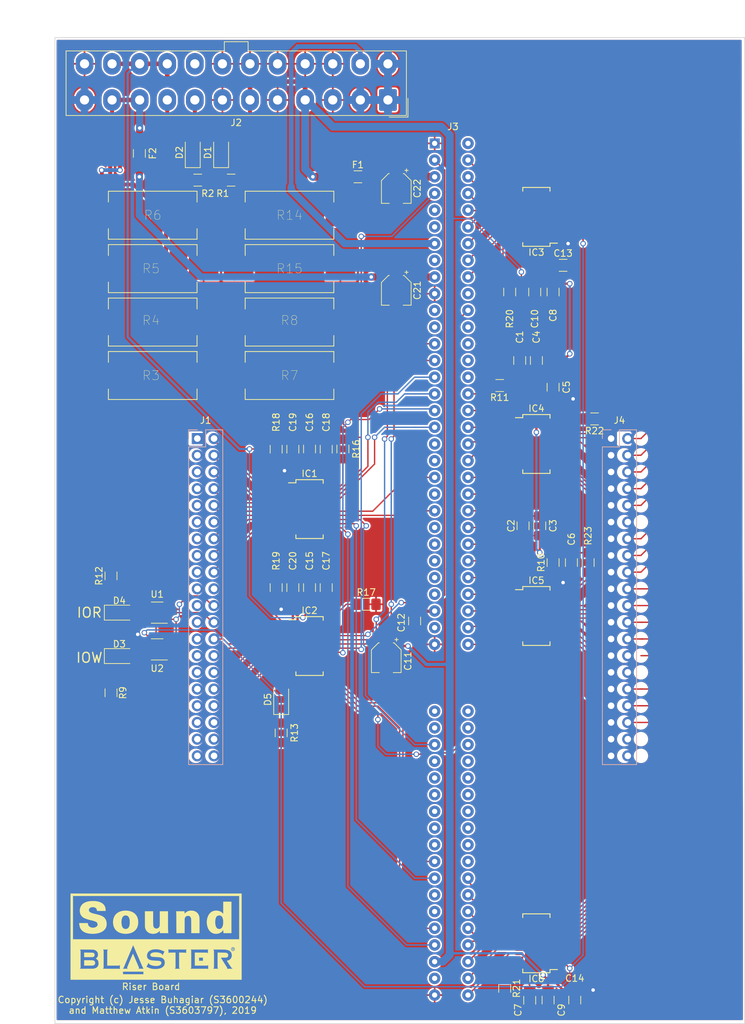
<source format=kicad_pcb>
(kicad_pcb (version 20171130) (host pcbnew "(5.1.0)-1")
  (layers (0 F.Cu signal) (31 B.Cu signal) (34 B.Paste user) (35 F.Paste user) (36 B.SilkS user) (37 F.SilkS user) (38 B.Mask user) (39 F.Mask user) (44 Edge.Cuts user))
  (net 0 "")
  (net 1 GND)
  (net 2 /PWR_OK)
  (net 3 "Net-(D1-Pad1)")
  (net 4 /5V_SB)
  (net 5 "Net-(D2-Pad1)")
  (net 6 /IOW)
  (net 7 "Net-(D3-Pad1)")
  (net 8 /DACK3)
  (net 9 "Net-(D4-Pad1)")
  (net 10 "Net-(D5-Pad2)")
  (net 11 "Net-(D5-Pad1)")
  (net 12 "Net-(IC1-Pad22)")
  (net 13 /IRQ2)
  (net 14 /DRQ3)
  (net 15 /DRQ1)
  (net 16 /IRQ7)
  (net 17 /IRQ5)
  (net 18 /IRQ10)
  (net 19 /DRQ5)
  (net 20 /DRQ7)
  (net 21 DIR_ISA2FPGA)
  (net 22 "Net-(IC2-Pad22)")
  (net 23 /RESET)
  (net 24 /DACK1)
  (net 25 /DACK5)
  (net 26 /DACK7)
  (net 27 DIR_FPGA2ISA)
  (net 28 "Net-(IC3-Pad22)")
  (net 29 /D0)
  (net 30 /D1)
  (net 31 /D2)
  (net 32 /D3)
  (net 33 /D4)
  (net 34 /D5)
  (net 35 /D6)
  (net 36 /D7)
  (net 37 "Net-(IC3-Pad9)")
  (net 38 "Net-(IC3-Pad8)")
  (net 39 "Net-(IC3-Pad7)")
  (net 40 "Net-(IC3-Pad6)")
  (net 41 "Net-(IC3-Pad5)")
  (net 42 "Net-(IC3-Pad4)")
  (net 43 "Net-(IC3-Pad3)")
  (net 44 DATA_DIR)
  (net 45 "Net-(IC4-Pad22)")
  (net 46 "Net-(IC4-Pad21)")
  (net 47 "Net-(IC4-Pad20)")
  (net 48 "Net-(IC4-Pad19)")
  (net 49 "Net-(IC4-Pad18)")
  (net 50 "Net-(IC4-Pad17)")
  (net 51 "Net-(IC4-Pad16)")
  (net 52 "Net-(IC4-Pad15)")
  (net 53 /A09)
  (net 54 /A10)
  (net 55 /A11)
  (net 56 /A12)
  (net 57 /A13)
  (net 58 /A14)
  (net 59 /A15)
  (net 60 DIRA_ADDR1)
  (net 61 "Net-(IC5-Pad22)")
  (net 62 "Net-(IC5-Pad21)")
  (net 63 "Net-(IC5-Pad20)")
  (net 64 "Net-(IC5-Pad19)")
  (net 65 "Net-(IC5-Pad18)")
  (net 66 "Net-(IC5-Pad17)")
  (net 67 "Net-(IC5-Pad16)")
  (net 68 "Net-(IC5-Pad15)")
  (net 69 /A01)
  (net 70 /A02)
  (net 71 /A03)
  (net 72 /A04)
  (net 73 /A05)
  (net 74 /A06)
  (net 75 /A07)
  (net 76 DIRA_ADDR2)
  (net 77 "Net-(IC6-Pad22)")
  (net 78 /D15)
  (net 79 /D14)
  (net 80 /D13)
  (net 81 /D12)
  (net 82 /D11)
  (net 83 /D10)
  (net 84 /D9)
  (net 85 /D8)
  (net 86 "Net-(IC6-Pad9)")
  (net 87 "Net-(IC6-Pad8)")
  (net 88 "Net-(IC6-Pad7)")
  (net 89 "Net-(IC6-Pad6)")
  (net 90 "Net-(IC6-Pad5)")
  (net 91 "Net-(IC6-Pad4)")
  (net 92 "Net-(IC6-Pad3)")
  (net 93 "Net-(J1-Pad40)")
  (net 94 "Net-(J1-Pad39)")
  (net 95 "Net-(J1-Pad38)")
  (net 96 "Net-(J1-Pad37)")
  (net 97 "Net-(J1-Pad30)")
  (net 98 "Net-(J1-Pad29)")
  (net 99 "Net-(J1-Pad12)")
  (net 100 "Net-(J1-Pad11)")
  (net 101 "Net-(J2-Pad20)")
  (net 102 -12V)
  (net 103 +12V)
  (net 104 "Net-(J3-Pad90)")
  (net 105 "Net-(J3-Pad89)")
  (net 106 "Net-(J3-Pad88)")
  (net 107 "Net-(J3-Pad87)")
  (net 108 "Net-(J3-Pad86)")
  (net 109 "Net-(J3-Pad85)")
  (net 110 "Net-(J3-Pad84)")
  (net 111 "Net-(J3-Pad83)")
  (net 112 "Net-(J3-Pad82)")
  (net 113 "Net-(J3-Pad81)")
  (net 114 "Net-(J3-Pad79)")
  (net 115 "Net-(J3-Pad75)")
  (net 116 "Net-(J3-Pad74)")
  (net 117 "Net-(J3-Pad71)")
  (net 118 "Net-(J3-Pad70)")
  (net 119 "Net-(J3-Pad69)")
  (net 120 "Net-(J3-Pad68)")
  (net 121 "Net-(J3-Pad67)")
  (net 122 "Net-(J3-Pad66)")
  (net 123 "Net-(J3-Pad64)")
  (net 124 "Net-(J3-Pad63)")
  (net 125 /A00)
  (net 126 /A08)
  (net 127 "Net-(J3-Pad41)")
  (net 128 "Net-(J3-Pad46)")
  (net 129 "Net-(J3-Pad43)")
  (net 130 "Net-(J3-Pad44)")
  (net 131 "Net-(J3-Pad45)")
  (net 132 "Net-(J3-Pad32)")
  (net 133 "Net-(J3-Pad30)")
  (net 134 "Net-(J3-Pad28)")
  (net 135 "Net-(J3-Pad27)")
  (net 136 "Net-(J3-Pad26)")
  (net 137 "Net-(J3-Pad25)")
  (net 138 "Net-(J3-Pad24)")
  (net 139 "Net-(J3-Pad22)")
  (net 140 "Net-(J3-Pad20)")
  (net 141 "Net-(J3-Pad19)")
  (net 142 "Net-(J3-Pad12)")
  (net 143 "Net-(J3-Pad11)")
  (net 144 "Net-(J3-Pad8)")
  (net 145 "Net-(J3-Pad6)")
  (net 146 "Net-(J3-Pad5)")
  (net 147 "Net-(J4-Pad40)")
  (net 148 "Net-(J4-Pad39)")
  (net 149 "Net-(J4-Pad38)")
  (net 150 "Net-(J4-Pad37)")
  (net 151 "Net-(IC6-Pad10)")
  (net 152 "Net-(J4-Pad30)")
  (net 153 "Net-(J4-Pad29)")
  (net 154 "Net-(J4-Pad12)")
  (net 155 "Net-(J4-Pad11)")
  (net 156 "Net-(IC3-Pad10)")
  (net 157 "Net-(U1-Pad4)")
  (net 158 "Net-(IC4-Pad14)")
  (net 159 "Net-(IC5-Pad14)")
  (net 160 /IOR)
  (net 161 "Net-(J1-Pad35)")
  (net 162 "Net-(J1-Pad33)")
  (net 163 "Net-(J1-Pad31)")
  (net 164 "Net-(J1-Pad27)")
  (net 165 "Net-(J1-Pad25)")
  (net 166 "Net-(J1-Pad23)")
  (net 167 "Net-(J1-Pad21)")
  (net 168 "Net-(J1-Pad19)")
  (net 169 "Net-(J1-Pad17)")
  (net 170 "Net-(J1-Pad15)")
  (net 171 "Net-(J1-Pad13)")
  (net 172 "Net-(J1-Pad9)")
  (net 173 "Net-(J1-Pad7)")
  (net 174 "Net-(J1-Pad5)")
  (net 175 "Net-(J1-Pad3)")
  (net 176 "Net-(J1-Pad1)")
  (net 177 "Net-(IC2-Pad9)")
  (net 178 "Net-(IC2-Pad8)")
  (net 179 "Net-(IC2-Pad7)")
  (net 180 "Net-(IC2-Pad6)")
  (net 181 "Net-(IC2-Pad3)")
  (net 182 "Net-(IC1-Pad10)")
  (net 183 "Net-(IC1-Pad9)")
  (net 184 "Net-(IC1-Pad8)")
  (net 185 "Net-(IC1-Pad7)")
  (net 186 "Net-(IC1-Pad6)")
  (net 187 "Net-(IC1-Pad5)")
  (net 188 "Net-(IC1-Pad4)")
  (net 189 "Net-(IC1-Pad3)")
  (net 190 "Net-(D3-Pad2)")
  (net 191 "Net-(D4-Pad2)")
  (net 192 /AEN)
  (net 193 /ISA_VCC)
  (net 194 +3V3)
  (module Connector_PinSocket_2.54mm:PinSocket_2x20_P2.54mm_Vertical (layer B.Cu) (at 157.68 98.998 180)
    (fp_text reference J4 (at -1.27 2.77 180) (layer F.SilkS))
    (fp_text value Conn_02x20_Odd_Even)
    (pad 1 thru_hole rect (at 0 0 180) (size 1.7 1.7) (drill 1) (layers *.Cu *.Mask) (net 46 "Net-(IC4-Pad21)"))
    (pad 2 thru_hole oval (at -2.54 0 180) (size 1.7 1.7) (drill 1) (layers *.Cu *.Mask) (net 43 "Net-(IC3-Pad3)"))
    (pad 3 thru_hole oval (at 0 -2.54 180) (size 1.7 1.7) (drill 1) (layers *.Cu *.Mask) (net 47 "Net-(IC4-Pad20)"))
    (pad 4 thru_hole oval (at -2.54 -2.54 180) (size 1.7 1.7) (drill 1) (layers *.Cu *.Mask) (net 42 "Net-(IC3-Pad4)"))
    (pad 5 thru_hole oval (at 0 -5.08 180) (size 1.7 1.7) (drill 1) (layers *.Cu *.Mask) (net 48 "Net-(IC4-Pad19)"))
    (pad 6 thru_hole oval (at -2.54 -5.08 180) (size 1.7 1.7) (drill 1) (layers *.Cu *.Mask) (net 41 "Net-(IC3-Pad5)"))
    (pad 7 thru_hole oval (at 0 -7.62 180) (size 1.7 1.7) (drill 1) (layers *.Cu *.Mask) (net 49 "Net-(IC4-Pad18)"))
    (pad 8 thru_hole oval (at -2.54 -7.62 180) (size 1.7 1.7) (drill 1) (layers *.Cu *.Mask) (net 40 "Net-(IC3-Pad6)"))
    (pad 9 thru_hole oval (at 0 -10.16 180) (size 1.7 1.7) (drill 1) (layers *.Cu *.Mask) (net 50 "Net-(IC4-Pad17)"))
    (pad 10 thru_hole oval (at -2.54 -10.16 180) (size 1.7 1.7) (drill 1) (layers *.Cu *.Mask) (net 39 "Net-(IC3-Pad7)"))
    (pad 11 thru_hole oval (at 0 -12.7 180) (size 1.7 1.7) (drill 1) (layers *.Cu *.Mask) (net 155 "Net-(J4-Pad11)"))
    (pad 12 thru_hole oval (at -2.54 -12.7 180) (size 1.7 1.7) (drill 1) (layers *.Cu *.Mask) (net 154 "Net-(J4-Pad12)"))
    (pad 13 thru_hole oval (at 0 -15.24 180) (size 1.7 1.7) (drill 1) (layers *.Cu *.Mask) (net 51 "Net-(IC4-Pad16)"))
    (pad 14 thru_hole oval (at -2.54 -15.24 180) (size 1.7 1.7) (drill 1) (layers *.Cu *.Mask) (net 38 "Net-(IC3-Pad8)"))
    (pad 15 thru_hole oval (at 0 -17.78 180) (size 1.7 1.7) (drill 1) (layers *.Cu *.Mask) (net 52 "Net-(IC4-Pad15)"))
    (pad 16 thru_hole oval (at -2.54 -17.78 180) (size 1.7 1.7) (drill 1) (layers *.Cu *.Mask) (net 37 "Net-(IC3-Pad9)"))
    (pad 17 thru_hole oval (at 0 -20.32 180) (size 1.7 1.7) (drill 1) (layers *.Cu *.Mask) (net 158 "Net-(IC4-Pad14)"))
    (pad 18 thru_hole oval (at -2.54 -20.32 180) (size 1.7 1.7) (drill 1) (layers *.Cu *.Mask) (net 156 "Net-(IC3-Pad10)"))
    (pad 19 thru_hole oval (at 0 -22.86 180) (size 1.7 1.7) (drill 1) (layers *.Cu *.Mask) (net 62 "Net-(IC5-Pad21)"))
    (pad 20 thru_hole oval (at -2.54 -22.86 180) (size 1.7 1.7) (drill 1) (layers *.Cu *.Mask) (net 92 "Net-(IC6-Pad3)"))
    (pad 21 thru_hole oval (at 0 -25.4 180) (size 1.7 1.7) (drill 1) (layers *.Cu *.Mask) (net 63 "Net-(IC5-Pad20)"))
    (pad 22 thru_hole oval (at -2.54 -25.4 180) (size 1.7 1.7) (drill 1) (layers *.Cu *.Mask) (net 91 "Net-(IC6-Pad4)"))
    (pad 23 thru_hole oval (at 0 -27.94 180) (size 1.7 1.7) (drill 1) (layers *.Cu *.Mask) (net 64 "Net-(IC5-Pad19)"))
    (pad 24 thru_hole oval (at -2.54 -27.94 180) (size 1.7 1.7) (drill 1) (layers *.Cu *.Mask) (net 90 "Net-(IC6-Pad5)"))
    (pad 25 thru_hole oval (at 0 -30.48 180) (size 1.7 1.7) (drill 1) (layers *.Cu *.Mask) (net 65 "Net-(IC5-Pad18)"))
    (pad 26 thru_hole oval (at -2.54 -30.48 180) (size 1.7 1.7) (drill 1) (layers *.Cu *.Mask) (net 89 "Net-(IC6-Pad6)"))
    (pad 27 thru_hole oval (at 0 -33.02 180) (size 1.7 1.7) (drill 1) (layers *.Cu *.Mask) (net 66 "Net-(IC5-Pad17)"))
    (pad 28 thru_hole oval (at -2.54 -33.02 180) (size 1.7 1.7) (drill 1) (layers *.Cu *.Mask) (net 88 "Net-(IC6-Pad7)"))
    (pad 29 thru_hole oval (at 0 -35.56 180) (size 1.7 1.7) (drill 1) (layers *.Cu *.Mask) (net 153 "Net-(J4-Pad29)"))
    (pad 30 thru_hole oval (at -2.54 -35.56 180) (size 1.7 1.7) (drill 1) (layers *.Cu *.Mask) (net 152 "Net-(J4-Pad30)"))
    (pad 31 thru_hole oval (at 0 -38.1 180) (size 1.7 1.7) (drill 1) (layers *.Cu *.Mask) (net 67 "Net-(IC5-Pad16)"))
    (pad 32 thru_hole oval (at -2.54 -38.1 180) (size 1.7 1.7) (drill 1) (layers *.Cu *.Mask) (net 87 "Net-(IC6-Pad8)"))
    (pad 33 thru_hole oval (at 0 -40.64 180) (size 1.7 1.7) (drill 1) (layers *.Cu *.Mask) (net 68 "Net-(IC5-Pad15)"))
    (pad 34 thru_hole oval (at -2.54 -40.64 180) (size 1.7 1.7) (drill 1) (layers *.Cu *.Mask) (net 86 "Net-(IC6-Pad9)"))
    (pad 35 thru_hole oval (at 0 -43.18 180) (size 1.7 1.7) (drill 1) (layers *.Cu *.Mask) (net 159 "Net-(IC5-Pad14)"))
    (pad 36 thru_hole oval (at -2.54 -43.18 180) (size 1.7 1.7) (drill 1) (layers *.Cu *.Mask) (net 151 "Net-(IC6-Pad10)"))
    (pad 37 thru_hole oval (at 0 -45.72 180) (size 1.7 1.7) (drill 1) (layers *.Cu *.Mask) (net 150 "Net-(J4-Pad37)"))
    (pad 38 thru_hole oval (at -2.54 -45.72 180) (size 1.7 1.7) (drill 1) (layers *.Cu *.Mask) (net 149 "Net-(J4-Pad38)"))
    (pad 39 thru_hole oval (at 0 -48.26 180) (size 1.7 1.7) (drill 1) (layers *.Cu *.Mask) (net 148 "Net-(J4-Pad39)"))
    (pad 40 thru_hole oval (at -2.54 -48.26 180) (size 1.7 1.7) (drill 1) (layers *.Cu *.Mask) (net 147 "Net-(J4-Pad40)"))
  )
  (module Package_TO_SOT_SMD:SOT-23-5_HandSoldering (layer F.Cu) (at 88.566 125.476 180)
    (fp_text reference U1 (at 0 2.794 180) (layer F.SilkS))
    (fp_text value 74LVC1G00)
    (pad 5 smd rect (at 1.35 -0.95 180) (size 1.56 0.65) (layers F.Cu F.Paste F.Mask) (net 194 +3V3))
    (pad 4 smd rect (at 1.35 0.95 180) (size 1.56 0.65) (layers F.Cu F.Paste F.Mask) (net 157 "Net-(U1-Pad4)"))
    (pad 3 smd rect (at -1.35 0.95 180) (size 1.56 0.65) (layers F.Cu F.Paste F.Mask) (net 1 GND))
    (pad 2 smd rect (at -1.35 0 180) (size 1.56 0.65) (layers F.Cu F.Paste F.Mask) (net 191 "Net-(D4-Pad2)"))
    (pad 1 smd rect (at -1.35 -0.95 180) (size 1.56 0.65) (layers F.Cu F.Paste F.Mask) (net 190 "Net-(D3-Pad2)"))
  )
  (module Capacitor_SMD:CP_Elec_4x5.4 (layer F.Cu) (at 123.444 132.334 270)
    (fp_text reference C11 (at 0.508 -3.302 270) (layer F.SilkS))
    (fp_text value 10uF)
    (pad 1 smd roundrect (at -1.8 0 270) (size 2.6 1.6) (layers F.Cu F.Paste F.Mask) (roundrect_rratio 0.156) (net 193 /ISA_VCC))
    (pad 2 smd roundrect (at 1.8 0 270) (size 2.6 1.6) (layers F.Cu F.Paste F.Mask) (roundrect_rratio 0.15625) (net 1 GND))
  )
  (module Capacitor_SMD:CP_Elec_4x5.8 (layer F.Cu) (at 124.968 60.96 270)
    (fp_text reference C22 (at 0 -3.2 270) (layer F.SilkS))
    (fp_text value 10uF)
    (pad 1 smd roundrect (at -1.8 0 270) (size 2.6 1.6) (layers F.Cu F.Paste F.Mask) (roundrect_rratio 0.15625) (net 193 /ISA_VCC))
    (pad 2 smd roundrect (at 1.8 0 270) (size 2.6 1.6) (layers F.Cu F.Paste F.Mask) (roundrect_rratio 0.15625) (net 1 GND))
  )
  (module Capacitor_SMD:CP_Elec_4x5.8 (layer F.Cu) (at 124.968 76.454 270)
    (fp_text reference C21 (at 0 -3.2 270) (layer F.SilkS))
    (fp_text value 10uF)
    (pad 2 smd roundrect (at 1.8 0 270) (size 2.6 1.6) (layers F.Cu F.Paste F.Mask) (roundrect_rratio 0.15625) (net 1 GND))
    (pad 1 smd roundrect (at -1.8 0 270) (size 2.6 1.6) (layers F.Cu F.Paste F.Mask) (roundrect_rratio 0.15625) (net 103 +12V))
  )
  (module Fuse:Fuse_1206_3216Metric_Pad1.42x1.75mm_HandSolder (layer F.Cu) (at 85.852 55.626 270)
    (fp_text reference F2 (at 0 -2.032 270) (layer F.SilkS))
    (fp_text value Fuse_Small)
    (pad 2 smd roundrect (at 1.4875 0 270) (size 1.425 1.75) (layers F.Cu F.Paste F.Mask) (roundrect_rratio 0.175) (net 103 +12V))
    (pad 1 smd roundrect (at -1.4875 0 270) (size 1.425 1.75) (layers F.Cu F.Paste F.Mask) (roundrect_rratio 0.175439) (net 103 +12V))
  )
  (module Fuse:Fuse_1206_3216Metric_Pad1.42x1.75mm_HandSolder (layer F.Cu) (at 119.126 59.182)
    (fp_text reference F1 (at 0 -1.82) (layer F.SilkS))
    (fp_text value Fuse_Small)
    (pad 2 smd roundrect (at 1.4875 0) (size 1.425 1.75) (layers F.Cu F.Paste F.Mask) (roundrect_rratio 0.175) (net 193 /ISA_VCC))
    (pad 1 smd roundrect (at -1.4875 0) (size 1.425 1.75) (layers F.Cu F.Paste F.Mask) (roundrect_rratio 0.175439) (net 193 /ISA_VCC))
  )
  (module Resistor_SMD:R_1206_3216Metric_Pad1.42x1.75mm_HandSolder (layer F.Cu) (at 142.24 76.708 270)
    (fp_text reference R20 (at 4.064 0 270) (layer F.SilkS))
    (fp_text value 10k)
    (pad 1 smd roundrect (at -1.4875 0 270) (size 1.425 1.75) (layers F.Cu F.Paste F.Mask) (roundrect_rratio 0.175439) (net 28 "Net-(IC3-Pad22)"))
    (pad 2 smd roundrect (at 1.4875 0 270) (size 1.425 1.75) (layers F.Cu F.Paste F.Mask) (roundrect_rratio 0.175439) (net 1 GND))
  )
  (module Package_SO:SSOP-24_3.9x8.7mm_P0.635mm (layer F.Cu) (at 146.304 175.768 180)
    (fp_text reference IC6 (at 0 -5.4 180) (layer F.SilkS))
    (fp_text value 74LVC8T245)
    (pad 24 smd rect (at 2.6 -3.4925 180) (size 1.2 0.4) (layers F.Cu F.Paste F.Mask) (net 193 /ISA_VCC))
    (pad 23 smd rect (at 2.6 -2.8575 180) (size 1.2 0.4) (layers F.Cu F.Paste F.Mask) (net 193 /ISA_VCC))
    (pad 22 smd rect (at 2.6 -2.2225 180) (size 1.2 0.4) (layers F.Cu F.Paste F.Mask) (net 77 "Net-(IC6-Pad22)"))
    (pad 21 smd rect (at 2.6 -1.5875 180) (size 1.2 0.4) (layers F.Cu F.Paste F.Mask) (net 78 /D15))
    (pad 20 smd rect (at 2.6 -0.9525 180) (size 1.2 0.4) (layers F.Cu F.Paste F.Mask) (net 79 /D14))
    (pad 19 smd rect (at 2.6 -0.3175 180) (size 1.2 0.4) (layers F.Cu F.Paste F.Mask) (net 80 /D13))
    (pad 18 smd rect (at 2.6 0.3175 180) (size 1.2 0.4) (layers F.Cu F.Paste F.Mask) (net 81 /D12))
    (pad 17 smd rect (at 2.6 0.9525 180) (size 1.2 0.4) (layers F.Cu F.Paste F.Mask) (net 82 /D11))
    (pad 16 smd rect (at 2.6 1.5875 180) (size 1.2 0.4) (layers F.Cu F.Paste F.Mask) (net 83 /D10))
    (pad 15 smd rect (at 2.6 2.2225 180) (size 1.2 0.4) (layers F.Cu F.Paste F.Mask) (net 84 /D9))
    (pad 14 smd rect (at 2.6 2.8575 180) (size 1.2 0.4) (layers F.Cu F.Paste F.Mask) (net 85 /D8))
    (pad 13 smd rect (at 2.6 3.4925 180) (size 1.2 0.4) (layers F.Cu F.Paste F.Mask) (net 1 GND))
    (pad 12 smd rect (at -2.6 3.4925 180) (size 1.2 0.4) (layers F.Cu F.Paste F.Mask) (net 1 GND))
    (pad 11 smd rect (at -2.6 2.8575 180) (size 1.2 0.4) (layers F.Cu F.Paste F.Mask) (net 1 GND))
    (pad 10 smd rect (at -2.6 2.2225 180) (size 1.2 0.4) (layers F.Cu F.Paste F.Mask) (net 151 "Net-(IC6-Pad10)"))
    (pad 9 smd rect (at -2.6 1.5875 180) (size 1.2 0.4) (layers F.Cu F.Paste F.Mask) (net 86 "Net-(IC6-Pad9)"))
    (pad 8 smd rect (at -2.6 0.9525 180) (size 1.2 0.4) (layers F.Cu F.Paste F.Mask) (net 87 "Net-(IC6-Pad8)"))
    (pad 7 smd rect (at -2.6 0.3175 180) (size 1.2 0.4) (layers F.Cu F.Paste F.Mask) (net 88 "Net-(IC6-Pad7)"))
    (pad 6 smd rect (at -2.6 -0.3175 180) (size 1.2 0.4) (layers F.Cu F.Paste F.Mask) (net 89 "Net-(IC6-Pad6)"))
    (pad 5 smd rect (at -2.6 -0.9525 180) (size 1.2 0.4) (layers F.Cu F.Paste F.Mask) (net 90 "Net-(IC6-Pad5)"))
    (pad 4 smd rect (at -2.6 -1.5875 180) (size 1.2 0.4) (layers F.Cu F.Paste F.Mask) (net 91 "Net-(IC6-Pad4)"))
    (pad 3 smd rect (at -2.6 -2.2225 180) (size 1.2 0.4) (layers F.Cu F.Paste F.Mask) (net 92 "Net-(IC6-Pad3)"))
    (pad 2 smd rect (at -2.6 -2.8575 180) (size 1.2 0.4) (layers F.Cu F.Paste F.Mask) (net 44 DATA_DIR))
    (pad 1 smd rect (at -2.6 -3.4925 180) (size 1.2 0.4) (layers F.Cu F.Paste F.Mask) (net 194 +3V3))
  )
  (module Package_SO:SSOP-24_3.9x8.7mm_P0.635mm (layer F.Cu) (at 146.304 99.822)
    (fp_text reference IC4 (at 0 -5.4) (layer F.SilkS))
    (fp_text value 74LVC8T245)
    (pad 24 smd rect (at 2.6 -3.4925) (size 1.2 0.4) (layers F.Cu F.Paste F.Mask) (net 194 +3V3))
    (pad 23 smd rect (at 2.6 -2.8575) (size 1.2 0.4) (layers F.Cu F.Paste F.Mask) (net 194 +3V3))
    (pad 22 smd rect (at 2.6 -2.2225) (size 1.2 0.4) (layers F.Cu F.Paste F.Mask) (net 45 "Net-(IC4-Pad22)"))
    (pad 21 smd rect (at 2.6 -1.5875) (size 1.2 0.4) (layers F.Cu F.Paste F.Mask) (net 46 "Net-(IC4-Pad21)"))
    (pad 20 smd rect (at 2.6 -0.9525) (size 1.2 0.4) (layers F.Cu F.Paste F.Mask) (net 47 "Net-(IC4-Pad20)"))
    (pad 19 smd rect (at 2.6 -0.3175) (size 1.2 0.4) (layers F.Cu F.Paste F.Mask) (net 48 "Net-(IC4-Pad19)"))
    (pad 18 smd rect (at 2.6 0.3175) (size 1.2 0.4) (layers F.Cu F.Paste F.Mask) (net 49 "Net-(IC4-Pad18)"))
    (pad 17 smd rect (at 2.6 0.9525) (size 1.2 0.4) (layers F.Cu F.Paste F.Mask) (net 50 "Net-(IC4-Pad17)"))
    (pad 16 smd rect (at 2.6 1.5875) (size 1.2 0.4) (layers F.Cu F.Paste F.Mask) (net 51 "Net-(IC4-Pad16)"))
    (pad 15 smd rect (at 2.6 2.2225) (size 1.2 0.4) (layers F.Cu F.Paste F.Mask) (net 52 "Net-(IC4-Pad15)"))
    (pad 14 smd rect (at 2.6 2.8575) (size 1.2 0.4) (layers F.Cu F.Paste F.Mask) (net 158 "Net-(IC4-Pad14)"))
    (pad 13 smd rect (at 2.6 3.4925) (size 1.2 0.4) (layers F.Cu F.Paste F.Mask) (net 1 GND))
    (pad 12 smd rect (at -2.6 3.4925) (size 1.2 0.4) (layers F.Cu F.Paste F.Mask) (net 1 GND))
    (pad 11 smd rect (at -2.6 2.8575) (size 1.2 0.4) (layers F.Cu F.Paste F.Mask) (net 1 GND))
    (pad 10 smd rect (at -2.6 2.2225) (size 1.2 0.4) (layers F.Cu F.Paste F.Mask) (net 126 /A08))
    (pad 9 smd rect (at -2.6 1.5875) (size 1.2 0.4) (layers F.Cu F.Paste F.Mask) (net 53 /A09))
    (pad 8 smd rect (at -2.6 0.9525) (size 1.2 0.4) (layers F.Cu F.Paste F.Mask) (net 54 /A10))
    (pad 7 smd rect (at -2.6 0.3175) (size 1.2 0.4) (layers F.Cu F.Paste F.Mask) (net 55 /A11))
    (pad 6 smd rect (at -2.6 -0.3175) (size 1.2 0.4) (layers F.Cu F.Paste F.Mask) (net 56 /A12))
    (pad 5 smd rect (at -2.6 -0.9525) (size 1.2 0.4) (layers F.Cu F.Paste F.Mask) (net 57 /A13))
    (pad 4 smd rect (at -2.6 -1.5875) (size 1.2 0.4) (layers F.Cu F.Paste F.Mask) (net 58 /A14))
    (pad 3 smd rect (at -2.6 -2.2225) (size 1.2 0.4) (layers F.Cu F.Paste F.Mask) (net 59 /A15))
    (pad 2 smd rect (at -2.6 -2.8575) (size 1.2 0.4) (layers F.Cu F.Paste F.Mask) (net 60 DIRA_ADDR1))
    (pad 1 smd rect (at -2.6 -3.4925) (size 1.2 0.4) (layers F.Cu F.Paste F.Mask) (net 193 /ISA_VCC))
  )
  (module Package_SO:SSOP-24_3.9x8.7mm_P0.635mm (layer F.Cu) (at 146.304 65.278 180)
    (fp_text reference IC3 (at 0 -5.4 180) (layer F.SilkS))
    (fp_text value 74LVC8T245)
    (pad 24 smd rect (at 2.6 -3.4925 180) (size 1.2 0.4) (layers F.Cu F.Paste F.Mask) (net 193 /ISA_VCC))
    (pad 23 smd rect (at 2.6 -2.8575 180) (size 1.2 0.4) (layers F.Cu F.Paste F.Mask) (net 193 /ISA_VCC))
    (pad 22 smd rect (at 2.6 -2.2225 180) (size 1.2 0.4) (layers F.Cu F.Paste F.Mask) (net 28 "Net-(IC3-Pad22)"))
    (pad 21 smd rect (at 2.6 -1.5875 180) (size 1.2 0.4) (layers F.Cu F.Paste F.Mask) (net 29 /D0))
    (pad 20 smd rect (at 2.6 -0.9525 180) (size 1.2 0.4) (layers F.Cu F.Paste F.Mask) (net 30 /D1))
    (pad 19 smd rect (at 2.6 -0.3175 180) (size 1.2 0.4) (layers F.Cu F.Paste F.Mask) (net 31 /D2))
    (pad 18 smd rect (at 2.6 0.3175 180) (size 1.2 0.4) (layers F.Cu F.Paste F.Mask) (net 32 /D3))
    (pad 17 smd rect (at 2.6 0.9525 180) (size 1.2 0.4) (layers F.Cu F.Paste F.Mask) (net 33 /D4))
    (pad 16 smd rect (at 2.6 1.5875 180) (size 1.2 0.4) (layers F.Cu F.Paste F.Mask) (net 34 /D5))
    (pad 15 smd rect (at 2.6 2.2225 180) (size 1.2 0.4) (layers F.Cu F.Paste F.Mask) (net 35 /D6))
    (pad 14 smd rect (at 2.6 2.8575 180) (size 1.2 0.4) (layers F.Cu F.Paste F.Mask) (net 36 /D7))
    (pad 13 smd rect (at 2.6 3.4925 180) (size 1.2 0.4) (layers F.Cu F.Paste F.Mask) (net 1 GND))
    (pad 12 smd rect (at -2.6 3.4925 180) (size 1.2 0.4) (layers F.Cu F.Paste F.Mask) (net 1 GND))
    (pad 11 smd rect (at -2.6 2.8575 180) (size 1.2 0.4) (layers F.Cu F.Paste F.Mask) (net 1 GND))
    (pad 10 smd rect (at -2.6 2.2225 180) (size 1.2 0.4) (layers F.Cu F.Paste F.Mask) (net 156 "Net-(IC3-Pad10)"))
    (pad 9 smd rect (at -2.6 1.5875 180) (size 1.2 0.4) (layers F.Cu F.Paste F.Mask) (net 37 "Net-(IC3-Pad9)"))
    (pad 8 smd rect (at -2.6 0.9525 180) (size 1.2 0.4) (layers F.Cu F.Paste F.Mask) (net 38 "Net-(IC3-Pad8)"))
    (pad 7 smd rect (at -2.6 0.3175 180) (size 1.2 0.4) (layers F.Cu F.Paste F.Mask) (net 39 "Net-(IC3-Pad7)"))
    (pad 6 smd rect (at -2.6 -0.3175 180) (size 1.2 0.4) (layers F.Cu F.Paste F.Mask) (net 40 "Net-(IC3-Pad6)"))
    (pad 5 smd rect (at -2.6 -0.9525 180) (size 1.2 0.4) (layers F.Cu F.Paste F.Mask) (net 41 "Net-(IC3-Pad5)"))
    (pad 4 smd rect (at -2.6 -1.5875 180) (size 1.2 0.4) (layers F.Cu F.Paste F.Mask) (net 42 "Net-(IC3-Pad4)"))
    (pad 3 smd rect (at -2.6 -2.2225 180) (size 1.2 0.4) (layers F.Cu F.Paste F.Mask) (net 43 "Net-(IC3-Pad3)"))
    (pad 2 smd rect (at -2.6 -2.8575 180) (size 1.2 0.4) (layers F.Cu F.Paste F.Mask) (net 44 DATA_DIR))
    (pad 1 smd rect (at -2.6 -3.4925 180) (size 1.2 0.4) (layers F.Cu F.Paste F.Mask) (net 194 +3V3))
  )
  (module Silkscreens:sb_logo (layer F.Cu) (at 88.392 174.752)
    (fp_text reference G*** hide)
    (fp_text value LOGO hide)
  )
  (module Package_TO_SOT_SMD:SOT-23-5_HandSoldering (layer F.Cu) (at 88.566 131.064 180)
    (fp_text reference U2 (at 0 -2.9 180) (layer F.SilkS))
    (fp_text value 74LVC1G00)
    (pad 5 smd rect (at 1.35 -0.95 180) (size 1.56 0.65) (layers F.Cu F.Paste F.Mask) (net 194 +3V3))
    (pad 4 smd rect (at 1.35 0.95 180) (size 1.56 0.65) (layers F.Cu F.Paste F.Mask) (net 44 DATA_DIR))
    (pad 3 smd rect (at -1.35 0.95 180) (size 1.56 0.65) (layers F.Cu F.Paste F.Mask) (net 1 GND))
    (pad 2 smd rect (at -1.35 0 180) (size 1.56 0.65) (layers F.Cu F.Paste F.Mask) (net 157 "Net-(U1-Pad4)"))
    (pad 1 smd rect (at -1.35 -0.95 180) (size 1.56 0.65) (layers F.Cu F.Paste F.Mask) (net 190 "Net-(D3-Pad2)"))
  )
  (module Resistor_SMD:R_1206_3216Metric_Pad1.42x1.75mm_HandSolder (layer F.Cu) (at 154.178 117.856 270)
    (fp_text reference R23 (at -4.064 0 270) (layer F.SilkS))
    (fp_text value 1k)
    (pad 2 smd roundrect (at 1.4875 0 270) (size 1.425 1.75) (layers F.Cu F.Paste F.Mask) (roundrect_rratio 0.175439) (net 61 "Net-(IC5-Pad22)"))
    (pad 1 smd roundrect (at -1.4875 0 270) (size 1.425 1.75) (layers F.Cu F.Paste F.Mask) (roundrect_rratio 0.175439) (net 1 GND))
  )
  (module Resistor_SMD:R_1206_3216Metric_Pad1.42x1.75mm_HandSolder (layer F.Cu) (at 155.1575 96.012 180)
    (fp_text reference R22 (at 0 -1.82 180) (layer F.SilkS))
    (fp_text value 1k)
    (pad 2 smd roundrect (at 1.4875 0 180) (size 1.425 1.75) (layers F.Cu F.Paste F.Mask) (roundrect_rratio 0.175439) (net 45 "Net-(IC4-Pad22)"))
    (pad 1 smd roundrect (at -1.4875 0 180) (size 1.425 1.75) (layers F.Cu F.Paste F.Mask) (roundrect_rratio 0.175439) (net 1 GND))
  )
  (module Resistor_SMD:R_1206_3216Metric_Pad1.42x1.75mm_HandSolder (layer F.Cu) (at 141.478 182.626 270)
    (fp_text reference R21 (at 0 -1.82 270) (layer F.SilkS))
    (fp_text value 10k)
    (pad 1 smd roundrect (at -1.4875 0 270) (size 1.425 1.75) (layers F.Cu F.Paste F.Mask) (roundrect_rratio 0.175439) (net 77 "Net-(IC6-Pad22)"))
    (pad 2 smd roundrect (at 1.4875 0 270) (size 1.425 1.75) (layers F.Cu F.Paste F.Mask) (roundrect_rratio 0.175439) (net 1 GND))
  )
  (module Connector_PCBEdge:ISA_Slot_98 (layer F.Cu) (at 133.35 54.102)
    (fp_text reference J3 (at 0.254 -2.54) (layer F.SilkS))
    (fp_text value Bus_ISA_16bit)
    (pad 98 thru_hole oval (at 2.54 129.54) (size 1.75 1.75) (drill 0.8) (layers *.Cu *.Mask) (net 78 /D15))
    (pad 97 thru_hole oval (at 2.54 127) (size 1.75 1.75) (drill 0.8) (layers *.Cu *.Mask) (net 79 /D14))
    (pad 96 thru_hole oval (at 2.54 124.46) (size 1.75 1.75) (drill 0.8) (layers *.Cu *.Mask) (net 80 /D13))
    (pad 95 thru_hole oval (at 2.54 121.92) (size 1.75 1.75) (drill 0.8) (layers *.Cu *.Mask) (net 81 /D12))
    (pad 94 thru_hole oval (at 2.54 119.38) (size 1.75 1.75) (drill 0.8) (layers *.Cu *.Mask) (net 82 /D11))
    (pad 93 thru_hole oval (at 2.54 116.84) (size 1.75 1.75) (drill 0.8) (layers *.Cu *.Mask) (net 83 /D10))
    (pad 92 thru_hole oval (at 2.54 114.3) (size 1.75 1.75) (drill 0.8) (layers *.Cu *.Mask) (net 84 /D9))
    (pad 91 thru_hole oval (at 2.54 111.76) (size 1.75 1.75) (drill 0.8) (layers *.Cu *.Mask) (net 85 /D8))
    (pad 90 thru_hole oval (at 2.54 109.22) (size 1.75 1.75) (drill 0.8) (layers *.Cu *.Mask) (net 104 "Net-(J3-Pad90)"))
    (pad 89 thru_hole oval (at 2.54 106.68) (size 1.75 1.75) (drill 0.8) (layers *.Cu *.Mask) (net 105 "Net-(J3-Pad89)"))
    (pad 88 thru_hole oval (at 2.54 104.14) (size 1.75 1.75) (drill 0.8) (layers *.Cu *.Mask) (net 106 "Net-(J3-Pad88)"))
    (pad 87 thru_hole oval (at 2.54 101.6) (size 1.75 1.75) (drill 0.8) (layers *.Cu *.Mask) (net 107 "Net-(J3-Pad87)"))
    (pad 86 thru_hole oval (at 2.54 99.06) (size 1.75 1.75) (drill 0.8) (layers *.Cu *.Mask) (net 108 "Net-(J3-Pad86)"))
    (pad 85 thru_hole oval (at 2.54 96.52) (size 1.75 1.75) (drill 0.8) (layers *.Cu *.Mask) (net 109 "Net-(J3-Pad85)"))
    (pad 84 thru_hole oval (at 2.54 93.98) (size 1.75 1.75) (drill 0.8) (layers *.Cu *.Mask) (net 110 "Net-(J3-Pad84)"))
    (pad 83 thru_hole oval (at 2.54 91.44) (size 1.75 1.75) (drill 0.8) (layers *.Cu *.Mask) (net 111 "Net-(J3-Pad83)"))
    (pad 82 thru_hole oval (at 2.54 88.9) (size 1.75 1.75) (drill 0.8) (layers *.Cu *.Mask) (net 112 "Net-(J3-Pad82)"))
    (pad 81 thru_hole oval (at 2.54 86.36) (size 1.75 1.75) (drill 0.8) (layers *.Cu *.Mask) (net 113 "Net-(J3-Pad81)"))
    (pad 80 thru_hole oval (at -2.54 129.54) (size 1.75 1.75) (drill 0.8) (layers *.Cu *.Mask) (net 1 GND))
    (pad 79 thru_hole oval (at -2.54 127) (size 1.75 1.75) (drill 0.8) (layers *.Cu *.Mask) (net 114 "Net-(J3-Pad79)"))
    (pad 78 thru_hole oval (at -2.54 124.46) (size 1.75 1.75) (drill 0.8) (layers *.Cu *.Mask) (net 193 /ISA_VCC))
    (pad 77 thru_hole oval (at -2.54 121.92) (size 1.75 1.75) (drill 0.8) (layers *.Cu *.Mask) (net 20 /DRQ7))
    (pad 76 thru_hole oval (at -2.54 119.38) (size 1.75 1.75) (drill 0.8) (layers *.Cu *.Mask) (net 26 /DACK7))
    (pad 75 thru_hole oval (at -2.54 116.84) (size 1.75 1.75) (drill 0.8) (layers *.Cu *.Mask) (net 115 "Net-(J3-Pad75)"))
    (pad 74 thru_hole oval (at -2.54 114.3) (size 1.75 1.75) (drill 0.8) (layers *.Cu *.Mask) (net 116 "Net-(J3-Pad74)"))
    (pad 73 thru_hole oval (at -2.54 111.76) (size 1.75 1.75) (drill 0.8) (layers *.Cu *.Mask) (net 19 /DRQ5))
    (pad 72 thru_hole oval (at -2.54 109.22) (size 1.75 1.75) (drill 0.8) (layers *.Cu *.Mask) (net 25 /DACK5))
    (pad 71 thru_hole oval (at -2.54 106.68) (size 1.75 1.75) (drill 0.8) (layers *.Cu *.Mask) (net 117 "Net-(J3-Pad71)"))
    (pad 70 thru_hole oval (at -2.54 104.14) (size 1.75 1.75) (drill 0.8) (layers *.Cu *.Mask) (net 118 "Net-(J3-Pad70)"))
    (pad 69 thru_hole oval (at -2.54 101.6) (size 1.75 1.75) (drill 0.8) (layers *.Cu *.Mask) (net 119 "Net-(J3-Pad69)"))
    (pad 68 thru_hole oval (at -2.54 99.06) (size 1.75 1.75) (drill 0.8) (layers *.Cu *.Mask) (net 120 "Net-(J3-Pad68)"))
    (pad 67 thru_hole oval (at -2.54 96.52) (size 1.75 1.75) (drill 0.8) (layers *.Cu *.Mask) (net 121 "Net-(J3-Pad67)"))
    (pad 66 thru_hole oval (at -2.54 93.98) (size 1.75 1.75) (drill 0.8) (layers *.Cu *.Mask) (net 122 "Net-(J3-Pad66)"))
    (pad 65 thru_hole oval (at -2.54 91.44) (size 1.75 1.75) (drill 0.8) (layers *.Cu *.Mask) (net 18 /IRQ10))
    (pad 64 thru_hole oval (at -2.54 88.9) (size 1.75 1.75) (drill 0.8) (layers *.Cu *.Mask) (net 123 "Net-(J3-Pad64)"))
    (pad 63 thru_hole oval (at -2.54 86.36) (size 1.75 1.75) (drill 0.8) (layers *.Cu *.Mask) (net 124 "Net-(J3-Pad63)"))
    (pad 62 thru_hole oval (at 2.54 76.2) (size 1.75 1.75) (drill 0.8) (layers *.Cu *.Mask) (net 125 /A00))
    (pad 61 thru_hole oval (at 2.54 73.66) (size 1.75 1.75) (drill 0.8) (layers *.Cu *.Mask) (net 69 /A01))
    (pad 60 thru_hole oval (at 2.54 71.12) (size 1.75 1.75) (drill 0.8) (layers *.Cu *.Mask) (net 70 /A02))
    (pad 59 thru_hole oval (at 2.54 68.58) (size 1.75 1.75) (drill 0.8) (layers *.Cu *.Mask) (net 71 /A03))
    (pad 58 thru_hole oval (at 2.54 66.04) (size 1.75 1.75) (drill 0.8) (layers *.Cu *.Mask) (net 72 /A04))
    (pad 57 thru_hole oval (at 2.54 63.5) (size 1.75 1.75) (drill 0.8) (layers *.Cu *.Mask) (net 73 /A05))
    (pad 56 thru_hole oval (at 2.54 60.96) (size 1.75 1.75) (drill 0.8) (layers *.Cu *.Mask) (net 74 /A06))
    (pad 55 thru_hole oval (at 2.54 58.42) (size 1.75 1.75) (drill 0.8) (layers *.Cu *.Mask) (net 75 /A07))
    (pad 54 thru_hole oval (at 2.54 55.88) (size 1.75 1.75) (drill 0.8) (layers *.Cu *.Mask) (net 126 /A08))
    (pad 53 thru_hole oval (at 2.54 53.34) (size 1.75 1.75) (drill 0.8) (layers *.Cu *.Mask) (net 53 /A09))
    (pad 52 thru_hole oval (at 2.54 50.8) (size 1.75 1.75) (drill 0.8) (layers *.Cu *.Mask) (net 54 /A10))
    (pad 51 thru_hole oval (at 2.54 48.26) (size 1.75 1.75) (drill 0.8) (layers *.Cu *.Mask) (net 55 /A11))
    (pad 50 thru_hole oval (at 2.54 45.72) (size 1.75 1.75) (drill 0.8) (layers *.Cu *.Mask) (net 56 /A12))
    (pad 42 thru_hole oval (at 2.54 25.4) (size 1.75 1.75) (drill 0.8) (layers *.Cu *.Mask) (net 192 /AEN))
    (pad 37 thru_hole oval (at 2.54 12.7) (size 1.75 1.75) (drill 0.8) (layers *.Cu *.Mask) (net 32 /D3))
    (pad 49 thru_hole oval (at 2.54 43.18) (size 1.75 1.75) (drill 0.8) (layers *.Cu *.Mask) (net 57 /A13))
    (pad 41 thru_hole oval (at 2.54 22.86) (size 1.75 1.75) (drill 0.8) (layers *.Cu *.Mask) (net 127 "Net-(J3-Pad41)"))
    (pad 46 thru_hole oval (at 2.54 35.56) (size 1.75 1.75) (drill 0.8) (layers *.Cu *.Mask) (net 128 "Net-(J3-Pad46)"))
    (pad 47 thru_hole oval (at 2.54 38.1) (size 1.75 1.75) (drill 0.8) (layers *.Cu *.Mask) (net 59 /A15))
    (pad 48 thru_hole oval (at 2.54 40.64) (size 1.75 1.75) (drill 0.8) (layers *.Cu *.Mask) (net 58 /A14))
    (pad 43 thru_hole oval (at 2.54 27.94) (size 1.75 1.75) (drill 0.8) (layers *.Cu *.Mask) (net 129 "Net-(J3-Pad43)"))
    (pad 40 thru_hole oval (at 2.54 20.32) (size 1.75 1.75) (drill 0.8) (layers *.Cu *.Mask) (net 29 /D0))
    (pad 39 thru_hole oval (at 2.54 17.78) (size 1.75 1.75) (drill 0.8) (layers *.Cu *.Mask) (net 30 /D1))
    (pad 38 thru_hole oval (at 2.54 15.24) (size 1.75 1.75) (drill 0.8) (layers *.Cu *.Mask) (net 31 /D2))
    (pad 44 thru_hole oval (at 2.54 30.48) (size 1.75 1.75) (drill 0.8) (layers *.Cu *.Mask) (net 130 "Net-(J3-Pad44)"))
    (pad 45 thru_hole oval (at 2.54 33.02) (size 1.75 1.75) (drill 0.8) (layers *.Cu *.Mask) (net 131 "Net-(J3-Pad45)"))
    (pad 34 thru_hole oval (at 2.54 5.08) (size 1.75 1.75) (drill 0.8) (layers *.Cu *.Mask) (net 35 /D6))
    (pad 36 thru_hole oval (at 2.54 10.16) (size 1.75 1.75) (drill 0.8) (layers *.Cu *.Mask) (net 33 /D4))
    (pad 35 thru_hole oval (at 2.54 7.62) (size 1.75 1.75) (drill 0.8) (layers *.Cu *.Mask) (net 34 /D5))
    (pad 32 thru_hole oval (at 2.54 0) (size 1.75 1.75) (drill 0.8) (layers *.Cu *.Mask) (net 132 "Net-(J3-Pad32)"))
    (pad 33 thru_hole oval (at 2.54 2.54) (size 1.75 1.75) (drill 0.8) (layers *.Cu *.Mask) (net 36 /D7))
    (pad 31 thru_hole oval (at -2.54 76.2) (size 1.75 1.75) (drill 0.8) (layers *.Cu *.Mask) (net 1 GND))
    (pad 30 thru_hole oval (at -2.54 73.66) (size 1.75 1.75) (drill 0.8) (layers *.Cu *.Mask) (net 133 "Net-(J3-Pad30)"))
    (pad 29 thru_hole oval (at -2.54 71.12) (size 1.75 1.75) (drill 0.8) (layers *.Cu *.Mask) (net 193 /ISA_VCC))
    (pad 28 thru_hole oval (at -2.54 68.58) (size 1.75 1.75) (drill 0.8) (layers *.Cu *.Mask) (net 134 "Net-(J3-Pad28)"))
    (pad 27 thru_hole oval (at -2.54 66.04) (size 1.75 1.75) (drill 0.8) (layers *.Cu *.Mask) (net 135 "Net-(J3-Pad27)"))
    (pad 26 thru_hole oval (at -2.54 63.5) (size 1.75 1.75) (drill 0.8) (layers *.Cu *.Mask) (net 136 "Net-(J3-Pad26)"))
    (pad 25 thru_hole oval (at -2.54 60.96) (size 1.75 1.75) (drill 0.8) (layers *.Cu *.Mask) (net 137 "Net-(J3-Pad25)"))
    (pad 24 thru_hole oval (at -2.54 58.42) (size 1.75 1.75) (drill 0.8) (layers *.Cu *.Mask) (net 138 "Net-(J3-Pad24)"))
    (pad 23 thru_hole oval (at -2.54 55.88) (size 1.75 1.75) (drill 0.8) (layers *.Cu *.Mask) (net 17 /IRQ5))
    (pad 22 thru_hole oval (at -2.54 53.34) (size 1.75 1.75) (drill 0.8) (layers *.Cu *.Mask) (net 139 "Net-(J3-Pad22)"))
    (pad 21 thru_hole oval (at -2.54 50.8) (size 1.75 1.75) (drill 0.8) (layers *.Cu *.Mask) (net 16 /IRQ7))
    (pad 20 thru_hole oval (at -2.54 48.26) (size 1.75 1.75) (drill 0.8) (layers *.Cu *.Mask) (net 140 "Net-(J3-Pad20)"))
    (pad 19 thru_hole oval (at -2.54 45.72) (size 1.75 1.75) (drill 0.8) (layers *.Cu *.Mask) (net 141 "Net-(J3-Pad19)"))
    (pad 18 thru_hole oval (at -2.54 43.18) (size 1.75 1.75) (drill 0.8) (layers *.Cu *.Mask) (net 15 /DRQ1))
    (pad 17 thru_hole oval (at -2.54 40.64) (size 1.75 1.75) (drill 0.8) (layers *.Cu *.Mask) (net 24 /DACK1))
    (pad 16 thru_hole oval (at -2.54 38.1) (size 1.75 1.75) (drill 0.8) (layers *.Cu *.Mask) (net 14 /DRQ3))
    (pad 15 thru_hole oval (at -2.54 35.56) (size 1.75 1.75) (drill 0.8) (layers *.Cu *.Mask) (net 8 /DACK3))
    (pad 14 thru_hole oval (at -2.54 33.02) (size 1.75 1.75) (drill 0.8) (layers *.Cu *.Mask) (net 160 /IOR))
    (pad 13 thru_hole oval (at -2.54 30.48) (size 1.75 1.75) (drill 0.8) (layers *.Cu *.Mask) (net 6 /IOW))
    (pad 12 thru_hole oval (at -2.54 27.94) (size 1.75 1.75) (drill 0.8) (layers *.Cu *.Mask) (net 142 "Net-(J3-Pad12)"))
    (pad 11 thru_hole oval (at -2.54 25.4) (size 1.75 1.75) (drill 0.8) (layers *.Cu *.Mask) (net 143 "Net-(J3-Pad11)"))
    (pad 10 thru_hole oval (at -2.54 22.86) (size 1.75 1.75) (drill 0.8) (layers *.Cu *.Mask) (net 1 GND))
    (pad 9 thru_hole oval (at -2.54 20.32) (size 1.75 1.75) (drill 0.8) (layers *.Cu *.Mask) (net 103 +12V))
    (pad 8 thru_hole oval (at -2.54 17.78) (size 1.75 1.75) (drill 0.8) (layers *.Cu *.Mask) (net 144 "Net-(J3-Pad8)"))
    (pad 7 thru_hole oval (at -2.54 15.24) (size 1.75 1.75) (drill 0.8) (layers *.Cu *.Mask) (net 102 -12V))
    (pad 6 thru_hole oval (at -2.54 12.7) (size 1.75 1.75) (drill 0.8) (layers *.Cu *.Mask) (net 145 "Net-(J3-Pad6)"))
    (pad 5 thru_hole oval (at -2.54 10.16) (size 1.75 1.75) (drill 0.8) (layers *.Cu *.Mask) (net 146 "Net-(J3-Pad5)"))
    (pad 4 thru_hole oval (at -2.54 7.62) (size 1.75 1.75) (drill 0.8) (layers *.Cu *.Mask) (net 13 /IRQ2))
    (pad 3 thru_hole oval (at -2.54 5.08) (size 1.75 1.75) (drill 0.8) (layers *.Cu *.Mask) (net 193 /ISA_VCC))
    (pad 2 thru_hole oval (at -2.54 2.54) (size 1.75 1.75) (drill 0.8) (layers *.Cu *.Mask) (net 23 /RESET))
    (pad 1 thru_hole rect (at -2.54 0) (size 1.524 1.524) (drill 0.8) (layers *.Cu *.Mask) (net 1 GND))
  )
  (module Connector_PinSocket_2.54mm:PinSocket_2x20_P2.54mm_Vertical (layer B.Cu) (at 94.68 98.998 180)
    (fp_text reference J1 (at -1.27 2.77 180) (layer F.SilkS))
    (fp_text value Conn_02x20_Odd_Even)
    (pad 1 thru_hole rect (at 0 0 180) (size 1.7 1.7) (drill 1) (layers *.Cu *.Mask) (net 176 "Net-(J1-Pad1)"))
    (pad 2 thru_hole oval (at -2.54 0 180) (size 1.7 1.7) (drill 1) (layers *.Cu *.Mask) (net 189 "Net-(IC1-Pad3)"))
    (pad 3 thru_hole oval (at 0 -2.54 180) (size 1.7 1.7) (drill 1) (layers *.Cu *.Mask) (net 175 "Net-(J1-Pad3)"))
    (pad 4 thru_hole oval (at -2.54 -2.54 180) (size 1.7 1.7) (drill 1) (layers *.Cu *.Mask) (net 188 "Net-(IC1-Pad4)"))
    (pad 5 thru_hole oval (at 0 -5.08 180) (size 1.7 1.7) (drill 1) (layers *.Cu *.Mask) (net 174 "Net-(J1-Pad5)"))
    (pad 6 thru_hole oval (at -2.54 -5.08 180) (size 1.7 1.7) (drill 1) (layers *.Cu *.Mask) (net 187 "Net-(IC1-Pad5)"))
    (pad 7 thru_hole oval (at 0 -7.62 180) (size 1.7 1.7) (drill 1) (layers *.Cu *.Mask) (net 173 "Net-(J1-Pad7)"))
    (pad 8 thru_hole oval (at -2.54 -7.62 180) (size 1.7 1.7) (drill 1) (layers *.Cu *.Mask) (net 186 "Net-(IC1-Pad6)"))
    (pad 9 thru_hole oval (at 0 -10.16 180) (size 1.7 1.7) (drill 1) (layers *.Cu *.Mask) (net 172 "Net-(J1-Pad9)"))
    (pad 10 thru_hole oval (at -2.54 -10.16 180) (size 1.7 1.7) (drill 1) (layers *.Cu *.Mask) (net 185 "Net-(IC1-Pad7)"))
    (pad 11 thru_hole oval (at 0 -12.7 180) (size 1.7 1.7) (drill 1) (layers *.Cu *.Mask) (net 100 "Net-(J1-Pad11)"))
    (pad 12 thru_hole oval (at -2.54 -12.7 180) (size 1.7 1.7) (drill 1) (layers *.Cu *.Mask) (net 99 "Net-(J1-Pad12)"))
    (pad 13 thru_hole oval (at 0 -15.24 180) (size 1.7 1.7) (drill 1) (layers *.Cu *.Mask) (net 171 "Net-(J1-Pad13)"))
    (pad 14 thru_hole oval (at -2.54 -15.24 180) (size 1.7 1.7) (drill 1) (layers *.Cu *.Mask) (net 184 "Net-(IC1-Pad8)"))
    (pad 15 thru_hole oval (at 0 -17.78 180) (size 1.7 1.7) (drill 1) (layers *.Cu *.Mask) (net 170 "Net-(J1-Pad15)"))
    (pad 16 thru_hole oval (at -2.54 -17.78 180) (size 1.7 1.7) (drill 1) (layers *.Cu *.Mask) (net 183 "Net-(IC1-Pad9)"))
    (pad 17 thru_hole oval (at 0 -20.32 180) (size 1.7 1.7) (drill 1) (layers *.Cu *.Mask) (net 169 "Net-(J1-Pad17)"))
    (pad 18 thru_hole oval (at -2.54 -20.32 180) (size 1.7 1.7) (drill 1) (layers *.Cu *.Mask) (net 182 "Net-(IC1-Pad10)"))
    (pad 19 thru_hole oval (at 0 -22.86 180) (size 1.7 1.7) (drill 1) (layers *.Cu *.Mask) (net 168 "Net-(J1-Pad19)"))
    (pad 20 thru_hole oval (at -2.54 -22.86 180) (size 1.7 1.7) (drill 1) (layers *.Cu *.Mask) (net 181 "Net-(IC2-Pad3)"))
    (pad 21 thru_hole oval (at 0 -25.4 180) (size 1.7 1.7) (drill 1) (layers *.Cu *.Mask) (net 167 "Net-(J1-Pad21)"))
    (pad 22 thru_hole oval (at -2.54 -25.4 180) (size 1.7 1.7) (drill 1) (layers *.Cu *.Mask) (net 190 "Net-(D3-Pad2)"))
    (pad 23 thru_hole oval (at 0 -27.94 180) (size 1.7 1.7) (drill 1) (layers *.Cu *.Mask) (net 166 "Net-(J1-Pad23)"))
    (pad 24 thru_hole oval (at -2.54 -27.94 180) (size 1.7 1.7) (drill 1) (layers *.Cu *.Mask) (net 191 "Net-(D4-Pad2)"))
    (pad 25 thru_hole oval (at 0 -30.48 180) (size 1.7 1.7) (drill 1) (layers *.Cu *.Mask) (net 165 "Net-(J1-Pad25)"))
    (pad 26 thru_hole oval (at -2.54 -30.48 180) (size 1.7 1.7) (drill 1) (layers *.Cu *.Mask) (net 180 "Net-(IC2-Pad6)"))
    (pad 27 thru_hole oval (at 0 -33.02 180) (size 1.7 1.7) (drill 1) (layers *.Cu *.Mask) (net 164 "Net-(J1-Pad27)"))
    (pad 28 thru_hole oval (at -2.54 -33.02 180) (size 1.7 1.7) (drill 1) (layers *.Cu *.Mask) (net 179 "Net-(IC2-Pad7)"))
    (pad 29 thru_hole oval (at 0 -35.56 180) (size 1.7 1.7) (drill 1) (layers *.Cu *.Mask) (net 98 "Net-(J1-Pad29)"))
    (pad 30 thru_hole oval (at -2.54 -35.56 180) (size 1.7 1.7) (drill 1) (layers *.Cu *.Mask) (net 97 "Net-(J1-Pad30)"))
    (pad 31 thru_hole oval (at 0 -38.1 180) (size 1.7 1.7) (drill 1) (layers *.Cu *.Mask) (net 163 "Net-(J1-Pad31)"))
    (pad 32 thru_hole oval (at -2.54 -38.1 180) (size 1.7 1.7) (drill 1) (layers *.Cu *.Mask) (net 178 "Net-(IC2-Pad8)"))
    (pad 33 thru_hole oval (at 0 -40.64 180) (size 1.7 1.7) (drill 1) (layers *.Cu *.Mask) (net 162 "Net-(J1-Pad33)"))
    (pad 34 thru_hole oval (at -2.54 -40.64 180) (size 1.7 1.7) (drill 1) (layers *.Cu *.Mask) (net 177 "Net-(IC2-Pad9)"))
    (pad 35 thru_hole oval (at 0 -43.18 180) (size 1.7 1.7) (drill 1) (layers *.Cu *.Mask) (net 161 "Net-(J1-Pad35)"))
    (pad 36 thru_hole oval (at -2.54 -43.18 180) (size 1.7 1.7) (drill 1) (layers *.Cu *.Mask) (net 10 "Net-(D5-Pad2)"))
    (pad 37 thru_hole oval (at 0 -45.72 180) (size 1.7 1.7) (drill 1) (layers *.Cu *.Mask) (net 96 "Net-(J1-Pad37)"))
    (pad 38 thru_hole oval (at -2.54 -45.72 180) (size 1.7 1.7) (drill 1) (layers *.Cu *.Mask) (net 95 "Net-(J1-Pad38)"))
    (pad 39 thru_hole oval (at 0 -48.26 180) (size 1.7 1.7) (drill 1) (layers *.Cu *.Mask) (net 94 "Net-(J1-Pad39)"))
    (pad 40 thru_hole oval (at -2.54 -48.26 180) (size 1.7 1.7) (drill 1) (layers *.Cu *.Mask) (net 93 "Net-(J1-Pad40)"))
  )
  (module Package_SO:SSOP-24_3.9x8.7mm_P0.635mm (layer F.Cu) (at 146.304 125.984)
    (fp_text reference IC5 (at 0 -5.4) (layer F.SilkS))
    (fp_text value 74LVC8T245)
    (pad 24 smd rect (at 2.6 -3.4925) (size 1.2 0.4) (layers F.Cu F.Paste F.Mask) (net 194 +3V3))
    (pad 23 smd rect (at 2.6 -2.8575) (size 1.2 0.4) (layers F.Cu F.Paste F.Mask) (net 194 +3V3))
    (pad 22 smd rect (at 2.6 -2.2225) (size 1.2 0.4) (layers F.Cu F.Paste F.Mask) (net 61 "Net-(IC5-Pad22)"))
    (pad 21 smd rect (at 2.6 -1.5875) (size 1.2 0.4) (layers F.Cu F.Paste F.Mask) (net 62 "Net-(IC5-Pad21)"))
    (pad 20 smd rect (at 2.6 -0.9525) (size 1.2 0.4) (layers F.Cu F.Paste F.Mask) (net 63 "Net-(IC5-Pad20)"))
    (pad 19 smd rect (at 2.6 -0.3175) (size 1.2 0.4) (layers F.Cu F.Paste F.Mask) (net 64 "Net-(IC5-Pad19)"))
    (pad 18 smd rect (at 2.6 0.3175) (size 1.2 0.4) (layers F.Cu F.Paste F.Mask) (net 65 "Net-(IC5-Pad18)"))
    (pad 17 smd rect (at 2.6 0.9525) (size 1.2 0.4) (layers F.Cu F.Paste F.Mask) (net 66 "Net-(IC5-Pad17)"))
    (pad 16 smd rect (at 2.6 1.5875) (size 1.2 0.4) (layers F.Cu F.Paste F.Mask) (net 67 "Net-(IC5-Pad16)"))
    (pad 15 smd rect (at 2.6 2.2225) (size 1.2 0.4) (layers F.Cu F.Paste F.Mask) (net 68 "Net-(IC5-Pad15)"))
    (pad 14 smd rect (at 2.6 2.8575) (size 1.2 0.4) (layers F.Cu F.Paste F.Mask) (net 159 "Net-(IC5-Pad14)"))
    (pad 13 smd rect (at 2.6 3.4925) (size 1.2 0.4) (layers F.Cu F.Paste F.Mask) (net 1 GND))
    (pad 12 smd rect (at -2.6 3.4925) (size 1.2 0.4) (layers F.Cu F.Paste F.Mask) (net 1 GND))
    (pad 11 smd rect (at -2.6 2.8575) (size 1.2 0.4) (layers F.Cu F.Paste F.Mask) (net 1 GND))
    (pad 10 smd rect (at -2.6 2.2225) (size 1.2 0.4) (layers F.Cu F.Paste F.Mask) (net 125 /A00))
    (pad 9 smd rect (at -2.6 1.5875) (size 1.2 0.4) (layers F.Cu F.Paste F.Mask) (net 69 /A01))
    (pad 8 smd rect (at -2.6 0.9525) (size 1.2 0.4) (layers F.Cu F.Paste F.Mask) (net 70 /A02))
    (pad 7 smd rect (at -2.6 0.3175) (size 1.2 0.4) (layers F.Cu F.Paste F.Mask) (net 71 /A03))
    (pad 6 smd rect (at -2.6 -0.3175) (size 1.2 0.4) (layers F.Cu F.Paste F.Mask) (net 72 /A04))
    (pad 5 smd rect (at -2.6 -0.9525) (size 1.2 0.4) (layers F.Cu F.Paste F.Mask) (net 73 /A05))
    (pad 4 smd rect (at -2.6 -1.5875) (size 1.2 0.4) (layers F.Cu F.Paste F.Mask) (net 74 /A06))
    (pad 3 smd rect (at -2.6 -2.2225) (size 1.2 0.4) (layers F.Cu F.Paste F.Mask) (net 75 /A07))
    (pad 2 smd rect (at -2.6 -2.8575) (size 1.2 0.4) (layers F.Cu F.Paste F.Mask) (net 76 DIRA_ADDR2))
    (pad 1 smd rect (at -2.6 -3.4925) (size 1.2 0.4) (layers F.Cu F.Paste F.Mask) (net 193 /ISA_VCC))
  )
  (module Package_SO:SSOP-24_3.9x8.7mm_P0.635mm (layer F.Cu) (at 111.76 130.556)
    (fp_text reference IC2 (at 0 -5.4) (layer F.SilkS))
    (fp_text value 74LVC8T245)
    (pad 1 smd rect (at -2.6 -3.4925) (size 1.2 0.4) (layers F.Cu F.Paste F.Mask) (net 194 +3V3))
    (pad 2 smd rect (at -2.6 -2.8575) (size 1.2 0.4) (layers F.Cu F.Paste F.Mask) (net 27 DIR_FPGA2ISA))
    (pad 3 smd rect (at -2.6 -2.2225) (size 1.2 0.4) (layers F.Cu F.Paste F.Mask) (net 181 "Net-(IC2-Pad3)"))
    (pad 4 smd rect (at -2.6 -1.5875) (size 1.2 0.4) (layers F.Cu F.Paste F.Mask) (net 190 "Net-(D3-Pad2)"))
    (pad 5 smd rect (at -2.6 -0.9525) (size 1.2 0.4) (layers F.Cu F.Paste F.Mask) (net 191 "Net-(D4-Pad2)"))
    (pad 6 smd rect (at -2.6 -0.3175) (size 1.2 0.4) (layers F.Cu F.Paste F.Mask) (net 180 "Net-(IC2-Pad6)"))
    (pad 7 smd rect (at -2.6 0.3175) (size 1.2 0.4) (layers F.Cu F.Paste F.Mask) (net 179 "Net-(IC2-Pad7)"))
    (pad 8 smd rect (at -2.6 0.9525) (size 1.2 0.4) (layers F.Cu F.Paste F.Mask) (net 178 "Net-(IC2-Pad8)"))
    (pad 9 smd rect (at -2.6 1.5875) (size 1.2 0.4) (layers F.Cu F.Paste F.Mask) (net 177 "Net-(IC2-Pad9)"))
    (pad 10 smd rect (at -2.6 2.2225) (size 1.2 0.4) (layers F.Cu F.Paste F.Mask) (net 10 "Net-(D5-Pad2)"))
    (pad 11 smd rect (at -2.6 2.8575) (size 1.2 0.4) (layers F.Cu F.Paste F.Mask) (net 1 GND))
    (pad 12 smd rect (at -2.6 3.4925) (size 1.2 0.4) (layers F.Cu F.Paste F.Mask) (net 1 GND))
    (pad 13 smd rect (at 2.6 3.4925) (size 1.2 0.4) (layers F.Cu F.Paste F.Mask) (net 1 GND))
    (pad 14 smd rect (at 2.6 2.8575) (size 1.2 0.4) (layers F.Cu F.Paste F.Mask) (net 192 /AEN))
    (pad 15 smd rect (at 2.6 2.2225) (size 1.2 0.4) (layers F.Cu F.Paste F.Mask) (net 26 /DACK7))
    (pad 16 smd rect (at 2.6 1.5875) (size 1.2 0.4) (layers F.Cu F.Paste F.Mask) (net 25 /DACK5))
    (pad 17 smd rect (at 2.6 0.9525) (size 1.2 0.4) (layers F.Cu F.Paste F.Mask) (net 24 /DACK1))
    (pad 18 smd rect (at 2.6 0.3175) (size 1.2 0.4) (layers F.Cu F.Paste F.Mask) (net 8 /DACK3))
    (pad 19 smd rect (at 2.6 -0.3175) (size 1.2 0.4) (layers F.Cu F.Paste F.Mask) (net 160 /IOR))
    (pad 20 smd rect (at 2.6 -0.9525) (size 1.2 0.4) (layers F.Cu F.Paste F.Mask) (net 6 /IOW))
    (pad 21 smd rect (at 2.6 -1.5875) (size 1.2 0.4) (layers F.Cu F.Paste F.Mask) (net 23 /RESET))
    (pad 22 smd rect (at 2.6 -2.2225) (size 1.2 0.4) (layers F.Cu F.Paste F.Mask) (net 22 "Net-(IC2-Pad22)"))
    (pad 23 smd rect (at 2.6 -2.8575) (size 1.2 0.4) (layers F.Cu F.Paste F.Mask) (net 193 /ISA_VCC))
    (pad 24 smd rect (at 2.6 -3.4925) (size 1.2 0.4) (layers F.Cu F.Paste F.Mask) (net 193 /ISA_VCC))
  )
  (module Package_SO:SSOP-24_3.9x8.7mm_P0.635mm (layer F.Cu) (at 111.76 109.728)
    (fp_text reference IC1 (at 0 -5.4) (layer F.SilkS))
    (fp_text value 74LVC8T245)
    (pad 24 smd rect (at 2.6 -3.4925) (size 1.2 0.4) (layers F.Cu F.Paste F.Mask) (net 193 /ISA_VCC))
    (pad 23 smd rect (at 2.6 -2.8575) (size 1.2 0.4) (layers F.Cu F.Paste F.Mask) (net 193 /ISA_VCC))
    (pad 22 smd rect (at 2.6 -2.2225) (size 1.2 0.4) (layers F.Cu F.Paste F.Mask) (net 12 "Net-(IC1-Pad22)"))
    (pad 21 smd rect (at 2.6 -1.5875) (size 1.2 0.4) (layers F.Cu F.Paste F.Mask) (net 13 /IRQ2))
    (pad 20 smd rect (at 2.6 -0.9525) (size 1.2 0.4) (layers F.Cu F.Paste F.Mask) (net 14 /DRQ3))
    (pad 19 smd rect (at 2.6 -0.3175) (size 1.2 0.4) (layers F.Cu F.Paste F.Mask) (net 15 /DRQ1))
    (pad 18 smd rect (at 2.6 0.3175) (size 1.2 0.4) (layers F.Cu F.Paste F.Mask) (net 16 /IRQ7))
    (pad 17 smd rect (at 2.6 0.9525) (size 1.2 0.4) (layers F.Cu F.Paste F.Mask) (net 17 /IRQ5))
    (pad 16 smd rect (at 2.6 1.5875) (size 1.2 0.4) (layers F.Cu F.Paste F.Mask) (net 18 /IRQ10))
    (pad 15 smd rect (at 2.6 2.2225) (size 1.2 0.4) (layers F.Cu F.Paste F.Mask) (net 19 /DRQ5))
    (pad 14 smd rect (at 2.6 2.8575) (size 1.2 0.4) (layers F.Cu F.Paste F.Mask) (net 20 /DRQ7))
    (pad 13 smd rect (at 2.6 3.4925) (size 1.2 0.4) (layers F.Cu F.Paste F.Mask) (net 1 GND))
    (pad 12 smd rect (at -2.6 3.4925) (size 1.2 0.4) (layers F.Cu F.Paste F.Mask) (net 1 GND))
    (pad 11 smd rect (at -2.6 2.8575) (size 1.2 0.4) (layers F.Cu F.Paste F.Mask) (net 1 GND))
    (pad 10 smd rect (at -2.6 2.2225) (size 1.2 0.4) (layers F.Cu F.Paste F.Mask) (net 182 "Net-(IC1-Pad10)"))
    (pad 9 smd rect (at -2.6 1.5875) (size 1.2 0.4) (layers F.Cu F.Paste F.Mask) (net 183 "Net-(IC1-Pad9)"))
    (pad 8 smd rect (at -2.6 0.9525) (size 1.2 0.4) (layers F.Cu F.Paste F.Mask) (net 184 "Net-(IC1-Pad8)"))
    (pad 7 smd rect (at -2.6 0.3175) (size 1.2 0.4) (layers F.Cu F.Paste F.Mask) (net 185 "Net-(IC1-Pad7)"))
    (pad 6 smd rect (at -2.6 -0.3175) (size 1.2 0.4) (layers F.Cu F.Paste F.Mask) (net 186 "Net-(IC1-Pad6)"))
    (pad 5 smd rect (at -2.6 -0.9525) (size 1.2 0.4) (layers F.Cu F.Paste F.Mask) (net 187 "Net-(IC1-Pad5)"))
    (pad 4 smd rect (at -2.6 -1.5875) (size 1.2 0.4) (layers F.Cu F.Paste F.Mask) (net 188 "Net-(IC1-Pad4)"))
    (pad 3 smd rect (at -2.6 -2.2225) (size 1.2 0.4) (layers F.Cu F.Paste F.Mask) (net 189 "Net-(IC1-Pad3)"))
    (pad 2 smd rect (at -2.6 -2.8575) (size 1.2 0.4) (layers F.Cu F.Paste F.Mask) (net 21 DIR_ISA2FPGA))
    (pad 1 smd rect (at -2.6 -3.4925) (size 1.2 0.4) (layers F.Cu F.Paste F.Mask) (net 194 +3V3))
  )
  (module Capacitor_SMD:C_1206_3216Metric_Pad1.42x1.75mm_HandSolder (layer F.Cu) (at 127.762 126.746 270)
    (fp_text reference C12 (at 0.254 2.032 270) (layer F.SilkS))
    (fp_text value 0.047uF)
    (pad 1 smd roundrect (at -1.4875 0 270) (size 1.425 1.75) (layers F.Cu F.Paste F.Mask) (roundrect_rratio 0.175) (net 193 /ISA_VCC))
    (pad 2 smd roundrect (at 1.4875 0 270) (size 1.425 1.75) (layers F.Cu F.Paste F.Mask) (roundrect_rratio 0.175439) (net 1 GND))
  )
  (module RES_SMW52R0JT:RES_SMW52R0JT (layer F.Cu) (at 108.712 89.408)
    (fp_text reference R7 (at 0 0) (layer F.SilkS) (effects (font (size 1.40277 1.40277) (thickness 0.05))))
    (fp_text value 6.8 hide)
    (pad 1 smd rect (at -7.75 0) (size 4.5 3.4) (layers F.Cu F.Paste F.Mask) (net 194 +3V3))
    (pad 2 smd rect (at 7.75 0) (size 4.5 3.4) (layers F.Cu F.Paste F.Mask) (net 1 GND))
  )
  (module RES_SMW52R0JT:RES_SMW52R0JT (layer F.Cu) (at 108.712 81.28)
    (fp_text reference R8 (at 0 -0.254) (layer F.SilkS) (effects (font (size 1.40277 1.40277) (thickness 0.05))))
    (fp_text value 6.8 hide)
    (pad 2 smd rect (at 7.75 0) (size 4.5 3.4) (layers F.Cu F.Paste F.Mask) (net 1 GND))
    (pad 1 smd rect (at -7.75 0) (size 4.5 3.4) (layers F.Cu F.Paste F.Mask) (net 194 +3V3))
  )
  (module Resistor_SMD:R_1206_3216Metric_Pad1.42x1.75mm_HandSolder (layer F.Cu) (at 106.68 121.666 90)
    (fp_text reference R19 (at 4.064 0 90) (layer F.SilkS))
    (fp_text value 10k)
    (pad 1 smd roundrect (at -1.4875 0 90) (size 1.425 1.75) (layers F.Cu F.Paste F.Mask) (roundrect_rratio 0.175439) (net 194 +3V3))
    (pad 2 smd roundrect (at 1.4875 0 90) (size 1.425 1.75) (layers F.Cu F.Paste F.Mask) (roundrect_rratio 0.175439) (net 27 DIR_FPGA2ISA))
  )
  (module Resistor_SMD:R_1206_3216Metric_Pad1.42x1.75mm_HandSolder (layer F.Cu) (at 106.68 100.6205 90)
    (fp_text reference R18 (at 4.1005 0 90) (layer F.SilkS))
    (fp_text value 10k)
    (pad 1 smd roundrect (at -1.4875 0 90) (size 1.425 1.75) (layers F.Cu F.Paste F.Mask) (roundrect_rratio 0.175439) (net 21 DIR_ISA2FPGA))
    (pad 2 smd roundrect (at 1.4875 0 90) (size 1.425 1.75) (layers F.Cu F.Paste F.Mask) (roundrect_rratio 0.175439) (net 1 GND))
  )
  (module Resistor_SMD:R_1206_3216Metric_Pad1.42x1.75mm_HandSolder (layer F.Cu) (at 120.396 124.206)
    (fp_text reference R17 (at 0 -1.82) (layer F.SilkS))
    (fp_text value 10k)
    (pad 1 smd roundrect (at -1.4875 0) (size 1.425 1.75) (layers F.Cu F.Paste F.Mask) (roundrect_rratio 0.175439) (net 22 "Net-(IC2-Pad22)"))
    (pad 2 smd roundrect (at 1.4875 0) (size 1.425 1.75) (layers F.Cu F.Paste F.Mask) (roundrect_rratio 0.175439) (net 1 GND))
  )
  (module Resistor_SMD:R_1206_3216Metric_Pad1.42x1.75mm_HandSolder (layer F.Cu) (at 116.84 100.584 90)
    (fp_text reference R16 (at 0 2.032 90) (layer F.SilkS))
    (fp_text value 10k)
    (pad 1 smd roundrect (at -1.4875 0 90) (size 1.425 1.75) (layers F.Cu F.Paste F.Mask) (roundrect_rratio 0.175439) (net 12 "Net-(IC1-Pad22)"))
    (pad 2 smd roundrect (at 1.4875 0 90) (size 1.425 1.75) (layers F.Cu F.Paste F.Mask) (roundrect_rratio 0.175439) (net 1 GND))
  )
  (module RES_SMW52R0JT:RES_SMW52R0JT (layer F.Cu) (at 108.712 73.152)
    (fp_text reference R15 (at 0 0) (layer F.SilkS) (effects (font (size 1.40277 1.40277) (thickness 0.05))))
    (fp_text value 27 hide)
    (pad 2 smd rect (at 7.75 0) (size 4.5 3.4) (layers F.Cu F.Paste F.Mask) (net 1 GND))
    (pad 1 smd rect (at -7.75 0) (size 4.5 3.4) (layers F.Cu F.Paste F.Mask) (net 193 /ISA_VCC))
  )
  (module RES_SMW52R0JT:RES_SMW52R0JT (layer F.Cu) (at 108.712 65.024)
    (fp_text reference R14 (at 0 0) (layer F.SilkS) (effects (font (size 1.40277 1.40277) (thickness 0.05))))
    (fp_text value 27 hide)
    (pad 2 smd rect (at 7.75 0) (size 4.5 3.4) (layers F.Cu F.Paste F.Mask) (net 1 GND))
    (pad 1 smd rect (at -7.75 0) (size 4.5 3.4) (layers F.Cu F.Paste F.Mask) (net 193 /ISA_VCC))
  )
  (module Resistor_SMD:R_1206_3216Metric_Pad1.42x1.75mm_HandSolder (layer F.Cu) (at 107.442 143.764 270)
    (fp_text reference R13 (at 0 -2.032 270) (layer F.SilkS))
    (fp_text value 1k)
    (pad 2 smd roundrect (at 1.4875 0 270) (size 1.425 1.75) (layers F.Cu F.Paste F.Mask) (roundrect_rratio 0.175439) (net 1 GND))
    (pad 1 smd roundrect (at -1.4875 0 270) (size 1.425 1.75) (layers F.Cu F.Paste F.Mask) (roundrect_rratio 0.175439) (net 11 "Net-(D5-Pad1)"))
  )
  (module Resistor_SMD:R_1206_3216Metric_Pad1.42x1.75mm_HandSolder (layer F.Cu) (at 81.534 119.888 90)
    (fp_text reference R12 (at 0 -1.82 90) (layer F.SilkS))
    (fp_text value 1k)
    (pad 1 smd roundrect (at -1.4875 0 90) (size 1.425 1.75) (layers F.Cu F.Paste F.Mask) (roundrect_rratio 0.175439) (net 9 "Net-(D4-Pad1)"))
    (pad 2 smd roundrect (at 1.4875 0 90) (size 1.425 1.75) (layers F.Cu F.Paste F.Mask) (roundrect_rratio 0.175439) (net 1 GND))
  )
  (module Resistor_SMD:R_1206_3216Metric_Pad1.42x1.75mm_HandSolder (layer F.Cu) (at 140.716 90.932 180)
    (fp_text reference R11 (at 0 -1.82 180) (layer F.SilkS))
    (fp_text value 10k)
    (pad 1 smd roundrect (at -1.4875 0 180) (size 1.425 1.75) (layers F.Cu F.Paste F.Mask) (roundrect_rratio 0.175439) (net 60 DIRA_ADDR1))
    (pad 2 smd roundrect (at 1.4875 0 180) (size 1.425 1.75) (layers F.Cu F.Paste F.Mask) (roundrect_rratio 0.175439) (net 1 GND))
  )
  (module Resistor_SMD:R_1206_3216Metric_Pad1.42x1.75mm_HandSolder (layer F.Cu) (at 148.844 117.856 90)
    (fp_text reference R10 (at 0 -1.82 90) (layer F.SilkS))
    (fp_text value 10k)
    (pad 1 smd roundrect (at -1.4875 0 90) (size 1.425 1.75) (layers F.Cu F.Paste F.Mask) (roundrect_rratio 0.175439) (net 76 DIRA_ADDR2))
    (pad 2 smd roundrect (at 1.4875 0 90) (size 1.425 1.75) (layers F.Cu F.Paste F.Mask) (roundrect_rratio 0.175439) (net 1 GND))
  )
  (module Resistor_SMD:R_1206_3216Metric_Pad1.42x1.75mm_HandSolder (layer F.Cu) (at 81.534 137.668 270)
    (fp_text reference R9 (at 0 -1.82 270) (layer F.SilkS))
    (fp_text value 1k)
    (pad 2 smd roundrect (at 1.4875 0 270) (size 1.425 1.75) (layers F.Cu F.Paste F.Mask) (roundrect_rratio 0.175439) (net 1 GND))
    (pad 1 smd roundrect (at -1.4875 0 270) (size 1.425 1.75) (layers F.Cu F.Paste F.Mask) (roundrect_rratio 0.175439) (net 7 "Net-(D3-Pad1)"))
  )
  (module RES_SMW52R0JT:RES_SMW52R0JT (layer F.Cu) (at 87.884 65.024)
    (fp_text reference R6 (at 0 0) (layer F.SilkS) (effects (font (size 1.40277 1.40277) (thickness 0.05))))
    (fp_text value 39 hide)
    (pad 2 smd rect (at 7.75 0) (size 4.5 3.4) (layers F.Cu F.Paste F.Mask) (net 1 GND))
    (pad 1 smd rect (at -7.75 0) (size 4.5 3.4) (layers F.Cu F.Paste F.Mask) (net 103 +12V))
  )
  (module RES_SMW52R0JT:RES_SMW52R0JT (layer F.Cu) (at 87.884 73.152)
    (fp_text reference R5 (at -0.254 0) (layer F.SilkS) (effects (font (size 1.40277 1.40277) (thickness 0.05))))
    (fp_text value 39 hide)
    (pad 2 smd rect (at 7.75 0) (size 4.5 3.4) (layers F.Cu F.Paste F.Mask) (net 1 GND))
    (pad 1 smd rect (at -7.75 0) (size 4.5 3.4) (layers F.Cu F.Paste F.Mask) (net 103 +12V))
  )
  (module RES_SMW52R0JT:RES_SMW52R0JT (layer F.Cu) (at 87.884 81.28)
    (fp_text reference R4 (at -0.254 -0.254) (layer F.SilkS) (effects (font (size 1.40277 1.40277) (thickness 0.05))))
    (fp_text value 39 hide)
    (pad 2 smd rect (at 7.75 0) (size 4.5 3.4) (layers F.Cu F.Paste F.Mask) (net 1 GND))
    (pad 1 smd rect (at -7.75 0) (size 4.5 3.4) (layers F.Cu F.Paste F.Mask) (net 103 +12V))
  )
  (module RES_SMW52R0JT:RES_SMW52R0JT (layer F.Cu) (at 87.884 89.408)
    (fp_text reference R3 (at -0.254 0) (layer F.SilkS) (effects (font (size 1.40277 1.40277) (thickness 0.05))))
    (fp_text value 39 hide)
    (pad 2 smd rect (at 7.75 0) (size 4.5 3.4) (layers F.Cu F.Paste F.Mask) (net 1 GND))
    (pad 1 smd rect (at -7.75 0) (size 4.5 3.4) (layers F.Cu F.Paste F.Mask) (net 103 +12V))
  )
  (module Resistor_SMD:R_1206_3216Metric_Pad1.42x1.75mm_HandSolder (layer F.Cu) (at 94.742 59.69 180)
    (fp_text reference R2 (at -1.524 -2.032 180) (layer F.SilkS))
    (fp_text value 1k)
    (pad 2 smd roundrect (at 1.4875 0 180) (size 1.425 1.75) (layers F.Cu F.Paste F.Mask) (roundrect_rratio 0.175439) (net 5 "Net-(D2-Pad1)"))
    (pad 1 smd roundrect (at -1.4875 0 180) (size 1.425 1.75) (layers F.Cu F.Paste F.Mask) (roundrect_rratio 0.175439) (net 1 GND))
  )
  (module Resistor_SMD:R_1206_3216Metric_Pad1.42x1.75mm_HandSolder (layer F.Cu) (at 99.822 59.69)
    (fp_text reference R1 (at -1.27 2.032) (layer F.SilkS))
    (fp_text value 1k)
    (pad 2 smd roundrect (at 1.4875 0) (size 1.425 1.75) (layers F.Cu F.Paste F.Mask) (roundrect_rratio 0.175439) (net 1 GND))
    (pad 1 smd roundrect (at -1.4875 0) (size 1.425 1.75) (layers F.Cu F.Paste F.Mask) (roundrect_rratio 0.175439) (net 3 "Net-(D1-Pad1)"))
  )
  (module Connector_Molex:Molex_Mini-Fit_Jr_5566-24A_2x12_P4.20mm_Vertical (layer F.Cu) (at 123.698 47.498 180)
    (fp_text reference J2 (at 23.1 -3.45) (layer F.SilkS))
    (fp_text value Conn_02x12_Top_Bottom)
    (pad 1 thru_hole roundrect (at 0 0 180) (size 2.7 3.3) (drill 1.4) (layers *.Cu *.Mask) (roundrect_rratio 0.09300000000000001) (net 194 +3V3))
    (pad 2 thru_hole oval (at 4.2 0 180) (size 2.7 3.3) (drill 1.4) (layers *.Cu *.Mask) (net 194 +3V3))
    (pad 3 thru_hole oval (at 8.4 0 180) (size 2.7 3.3) (drill 1.4) (layers *.Cu *.Mask) (net 1 GND))
    (pad 4 thru_hole oval (at 12.6 0 180) (size 2.7 3.3) (drill 1.4) (layers *.Cu *.Mask) (net 193 /ISA_VCC))
    (pad 5 thru_hole oval (at 16.8 0 180) (size 2.7 3.3) (drill 1.4) (layers *.Cu *.Mask) (net 1 GND))
    (pad 6 thru_hole oval (at 21 0 180) (size 2.7 3.3) (drill 1.4) (layers *.Cu *.Mask) (net 193 /ISA_VCC))
    (pad 7 thru_hole oval (at 25.2 0 180) (size 2.7 3.3) (drill 1.4) (layers *.Cu *.Mask) (net 1 GND))
    (pad 8 thru_hole oval (at 29.4 0 180) (size 2.7 3.3) (drill 1.4) (layers *.Cu *.Mask) (net 2 /PWR_OK))
    (pad 9 thru_hole oval (at 33.6 0 180) (size 2.7 3.3) (drill 1.4) (layers *.Cu *.Mask) (net 4 /5V_SB))
    (pad 10 thru_hole oval (at 37.8 0 180) (size 2.7 3.3) (drill 1.4) (layers *.Cu *.Mask) (net 103 +12V))
    (pad 11 thru_hole oval (at 42 0 180) (size 2.7 3.3) (drill 1.4) (layers *.Cu *.Mask) (net 103 +12V))
    (pad 12 thru_hole oval (at 46.2 0 180) (size 2.7 3.3) (drill 1.4) (layers *.Cu *.Mask) (net 194 +3V3))
    (pad 13 thru_hole oval (at 0 5.5 180) (size 2.7 3.3) (drill 1.4) (layers *.Cu *.Mask) (net 194 +3V3))
    (pad 14 thru_hole oval (at 4.2 5.5 180) (size 2.7 3.3) (drill 1.4) (layers *.Cu *.Mask) (net 102 -12V))
    (pad 15 thru_hole oval (at 8.4 5.5 180) (size 2.7 3.3) (drill 1.4) (layers *.Cu *.Mask) (net 1 GND))
    (pad 16 thru_hole oval (at 12.6 5.5 180) (size 2.7 3.3) (drill 1.4) (layers *.Cu *.Mask) (net 1 GND))
    (pad 17 thru_hole oval (at 16.8 5.5 180) (size 2.7 3.3) (drill 1.4) (layers *.Cu *.Mask) (net 1 GND))
    (pad 18 thru_hole oval (at 21 5.5 180) (size 2.7 3.3) (drill 1.4) (layers *.Cu *.Mask) (net 1 GND))
    (pad 19 thru_hole oval (at 25.2 5.5 180) (size 2.7 3.3) (drill 1.4) (layers *.Cu *.Mask) (net 1 GND))
    (pad 20 thru_hole oval (at 29.4 5.5 180) (size 2.7 3.3) (drill 1.4) (layers *.Cu *.Mask) (net 101 "Net-(J2-Pad20)"))
    (pad 21 thru_hole oval (at 33.6 5.5 180) (size 2.7 3.3) (drill 1.4) (layers *.Cu *.Mask) (net 193 /ISA_VCC))
    (pad 22 thru_hole oval (at 37.8 5.5 180) (size 2.7 3.3) (drill 1.4) (layers *.Cu *.Mask) (net 193 /ISA_VCC))
    (pad 23 thru_hole oval (at 42 5.5 180) (size 2.7 3.3) (drill 1.4) (layers *.Cu *.Mask) (net 193 /ISA_VCC))
    (pad 24 thru_hole oval (at 46.2 5.5 180) (size 2.7 3.3) (drill 1.4) (layers *.Cu *.Mask) (net 1 GND))
  )
  (module LED_SMD:LED_1206_3216Metric (layer F.Cu) (at 107.442 138.684 90)
    (fp_text reference D5 (at 0 -2.032 90) (layer F.SilkS))
    (fp_text value LED)
    (pad 2 smd roundrect (at 1.4 0 90) (size 1.25 1.75) (layers F.Cu F.Paste F.Mask) (roundrect_rratio 0.2) (net 10 "Net-(D5-Pad2)"))
    (pad 1 smd roundrect (at -1.4 0 90) (size 1.25 1.75) (layers F.Cu F.Paste F.Mask) (roundrect_rratio 0.2) (net 11 "Net-(D5-Pad1)"))
  )
  (module LED_SMD:LED_1206_3216Metric (layer F.Cu) (at 82.804 125.476)
    (fp_text reference D4 (at 0 -1.82) (layer F.SilkS))
    (fp_text value LED)
    (pad 1 smd roundrect (at -1.4 0) (size 1.25 1.75) (layers F.Cu F.Paste F.Mask) (roundrect_rratio 0.2) (net 9 "Net-(D4-Pad1)"))
    (pad 2 smd roundrect (at 1.4 0) (size 1.25 1.75) (layers F.Cu F.Paste F.Mask) (roundrect_rratio 0.2) (net 191 "Net-(D4-Pad2)"))
  )
  (module LED_SMD:LED_1206_3216Metric (layer F.Cu) (at 82.804 132.08)
    (fp_text reference D3 (at 0 -1.82) (layer F.SilkS))
    (fp_text value LED)
    (pad 1 smd roundrect (at -1.4 0) (size 1.25 1.75) (layers F.Cu F.Paste F.Mask) (roundrect_rratio 0.2) (net 7 "Net-(D3-Pad1)"))
    (pad 2 smd roundrect (at 1.4 0) (size 1.25 1.75) (layers F.Cu F.Paste F.Mask) (roundrect_rratio 0.2) (net 190 "Net-(D3-Pad2)"))
  )
  (module LED_SMD:LED_1206_3216Metric (layer F.Cu) (at 93.98 55.502 90)
    (fp_text reference D2 (at 0 -2.032 270) (layer F.SilkS))
    (fp_text value LED)
    (pad 1 smd roundrect (at -1.4 0 90) (size 1.25 1.75) (layers F.Cu F.Paste F.Mask) (roundrect_rratio 0.2) (net 5 "Net-(D2-Pad1)"))
    (pad 2 smd roundrect (at 1.4 0 90) (size 1.25 1.75) (layers F.Cu F.Paste F.Mask) (roundrect_rratio 0.2) (net 4 /5V_SB))
  )
  (module LED_SMD:LED_1206_3216Metric (layer F.Cu) (at 98.298 55.502 90)
    (fp_text reference D1 (at 0 -2.032 270) (layer F.SilkS))
    (fp_text value LED)
    (pad 1 smd roundrect (at -1.4 0 90) (size 1.25 1.75) (layers F.Cu F.Paste F.Mask) (roundrect_rratio 0.2) (net 3 "Net-(D1-Pad1)"))
    (pad 2 smd roundrect (at 1.4 0 90) (size 1.25 1.75) (layers F.Cu F.Paste F.Mask) (roundrect_rratio 0.2) (net 2 /PWR_OK))
  )
  (module Capacitor_SMD:C_1206_3216Metric_Pad1.42x1.75mm_HandSolder (layer F.Cu) (at 109.22 121.666 90)
    (fp_text reference C20 (at 4.064 0 90) (layer F.SilkS))
    (fp_text value 1uF)
    (pad 2 smd roundrect (at 1.4875 0 90) (size 1.425 1.75) (layers F.Cu F.Paste F.Mask) (roundrect_rratio 0.175439) (net 1 GND))
    (pad 1 smd roundrect (at -1.4875 0 90) (size 1.425 1.75) (layers F.Cu F.Paste F.Mask) (roundrect_rratio 0.175439) (net 194 +3V3))
  )
  (module Capacitor_SMD:C_1206_3216Metric_Pad1.42x1.75mm_HandSolder (layer F.Cu) (at 109.22 100.6205 90)
    (fp_text reference C19 (at 4.1005 0 90) (layer F.SilkS))
    (fp_text value 1uF)
    (pad 2 smd roundrect (at 1.4875 0 90) (size 1.425 1.75) (layers F.Cu F.Paste F.Mask) (roundrect_rratio 0.175439) (net 1 GND))
    (pad 1 smd roundrect (at -1.4875 0 90) (size 1.425 1.75) (layers F.Cu F.Paste F.Mask) (roundrect_rratio 0.175439) (net 194 +3V3))
  )
  (module Capacitor_SMD:C_1206_3216Metric_Pad1.42x1.75mm_HandSolder (layer F.Cu) (at 114.3 100.6205 90)
    (fp_text reference C18 (at 4.1005 0 90) (layer F.SilkS))
    (fp_text value 1uF)
    (pad 2 smd roundrect (at 1.4875 0 90) (size 1.425 1.75) (layers F.Cu F.Paste F.Mask) (roundrect_rratio 0.175439) (net 1 GND))
    (pad 1 smd roundrect (at -1.4875 0 90) (size 1.425 1.75) (layers F.Cu F.Paste F.Mask) (roundrect_rratio 0.175439) (net 193 /ISA_VCC))
  )
  (module Capacitor_SMD:C_1206_3216Metric_Pad1.42x1.75mm_HandSolder (layer F.Cu) (at 114.3 121.666 90)
    (fp_text reference C17 (at 4.064 0 90) (layer F.SilkS))
    (fp_text value 1uF)
    (pad 2 smd roundrect (at 1.4875 0 90) (size 1.425 1.75) (layers F.Cu F.Paste F.Mask) (roundrect_rratio 0.175439) (net 1 GND))
    (pad 1 smd roundrect (at -1.4875 0 90) (size 1.425 1.75) (layers F.Cu F.Paste F.Mask) (roundrect_rratio 0.175439) (net 193 /ISA_VCC))
  )
  (module Capacitor_SMD:C_1206_3216Metric_Pad1.42x1.75mm_HandSolder (layer F.Cu) (at 111.76 100.584 90)
    (fp_text reference C16 (at 4.064 0 90) (layer F.SilkS))
    (fp_text value 0.1uF)
    (pad 2 smd roundrect (at 1.4875 0 90) (size 1.425 1.75) (layers F.Cu F.Paste F.Mask) (roundrect_rratio 0.175439) (net 1 GND))
    (pad 1 smd roundrect (at -1.4875 0 90) (size 1.425 1.75) (layers F.Cu F.Paste F.Mask) (roundrect_rratio 0.175439) (net 193 /ISA_VCC))
  )
  (module Capacitor_SMD:C_1206_3216Metric_Pad1.42x1.75mm_HandSolder (layer F.Cu) (at 111.76 121.666 90)
    (fp_text reference C15 (at 4.064 0 90) (layer F.SilkS))
    (fp_text value 0.1uF)
    (pad 2 smd roundrect (at 1.4875 0 90) (size 1.425 1.75) (layers F.Cu F.Paste F.Mask) (roundrect_rratio 0.175439) (net 1 GND))
    (pad 1 smd roundrect (at -1.4875 0 90) (size 1.425 1.75) (layers F.Cu F.Paste F.Mask) (roundrect_rratio 0.175439) (net 193 /ISA_VCC))
  )
  (module Capacitor_SMD:C_1206_3216Metric_Pad1.42x1.75mm_HandSolder (layer F.Cu) (at 152.146 184.404 270)
    (fp_text reference C14 (at -3.302 0) (layer F.SilkS))
    (fp_text value 1uF)
    (pad 2 smd roundrect (at 1.4875 0 270) (size 1.425 1.75) (layers F.Cu F.Paste F.Mask) (roundrect_rratio 0.175439) (net 1 GND))
    (pad 1 smd roundrect (at -1.4875 0 270) (size 1.425 1.75) (layers F.Cu F.Paste F.Mask) (roundrect_rratio 0.175439) (net 194 +3V3))
  )
  (module Capacitor_SMD:C_1206_3216Metric_Pad1.42x1.75mm_HandSolder (layer F.Cu) (at 150.368 72.644)
    (fp_text reference C13 (at 0 -1.82) (layer F.SilkS))
    (fp_text value 1uF)
    (pad 2 smd roundrect (at 1.4875 0) (size 1.425 1.75) (layers F.Cu F.Paste F.Mask) (roundrect_rratio 0.175439) (net 1 GND))
    (pad 1 smd roundrect (at -1.4875 0) (size 1.425 1.75) (layers F.Cu F.Paste F.Mask) (roundrect_rratio 0.175439) (net 194 +3V3))
  )
  (module Capacitor_SMD:C_1206_3216Metric_Pad1.42x1.75mm_HandSolder (layer F.Cu) (at 146.05 76.708 270)
    (fp_text reference C10 (at 4.064 0 270) (layer F.SilkS))
    (fp_text value 1uF)
    (pad 1 smd roundrect (at -1.4875 0 270) (size 1.425 1.75) (layers F.Cu F.Paste F.Mask) (roundrect_rratio 0.175439) (net 193 /ISA_VCC))
    (pad 2 smd roundrect (at 1.4875 0 270) (size 1.425 1.75) (layers F.Cu F.Paste F.Mask) (roundrect_rratio 0.175439) (net 1 GND))
  )
  (module Capacitor_SMD:C_1206_3216Metric_Pad1.42x1.75mm_HandSolder (layer F.Cu) (at 148.082 184.404 270)
    (fp_text reference C9 (at 1.524 -2.032 270) (layer F.SilkS))
    (fp_text value 1uF)
    (pad 1 smd roundrect (at -1.4875 0 270) (size 1.425 1.75) (layers F.Cu F.Paste F.Mask) (roundrect_rratio 0.175439) (net 193 /ISA_VCC))
    (pad 2 smd roundrect (at 1.4875 0 270) (size 1.425 1.75) (layers F.Cu F.Paste F.Mask) (roundrect_rratio 0.175439) (net 1 GND))
  )
  (module Capacitor_SMD:C_1206_3216Metric_Pad1.42x1.75mm_HandSolder (layer F.Cu) (at 148.844 76.708 270)
    (fp_text reference C8 (at 3.556 0 270) (layer F.SilkS))
    (fp_text value 0.1uF)
    (pad 1 smd roundrect (at -1.4875 0 270) (size 1.425 1.75) (layers F.Cu F.Paste F.Mask) (roundrect_rratio 0.175439) (net 193 /ISA_VCC))
    (pad 2 smd roundrect (at 1.4875 0 270) (size 1.425 1.75) (layers F.Cu F.Paste F.Mask) (roundrect_rratio 0.175439) (net 1 GND))
  )
  (module Capacitor_SMD:C_1206_3216Metric_Pad1.42x1.75mm_HandSolder (layer F.Cu) (at 145.288 184.4405 270)
    (fp_text reference C7 (at 1.4875 1.778 270) (layer F.SilkS))
    (fp_text value 0.1uF)
    (pad 1 smd roundrect (at -1.4875 0 270) (size 1.425 1.75) (layers F.Cu F.Paste F.Mask) (roundrect_rratio 0.175439) (net 193 /ISA_VCC))
    (pad 2 smd roundrect (at 1.4875 0 270) (size 1.425 1.75) (layers F.Cu F.Paste F.Mask) (roundrect_rratio 0.175439) (net 1 GND))
  )
  (module Capacitor_SMD:C_1206_3216Metric_Pad1.42x1.75mm_HandSolder (layer F.Cu) (at 151.638 117.856 90)
    (fp_text reference C6 (at 3.556 0 90) (layer F.SilkS))
    (fp_text value 1uF)
    (pad 2 smd roundrect (at 1.4875 0 90) (size 1.425 1.75) (layers F.Cu F.Paste F.Mask) (roundrect_rratio 0.175439) (net 1 GND))
    (pad 1 smd roundrect (at -1.4875 0 90) (size 1.425 1.75) (layers F.Cu F.Paste F.Mask) (roundrect_rratio 0.175439) (net 194 +3V3))
  )
  (module Capacitor_SMD:C_1206_3216Metric_Pad1.42x1.75mm_HandSolder (layer F.Cu) (at 148.844 91.186 90)
    (fp_text reference C5 (at 0 2.032 90) (layer F.SilkS))
    (fp_text value 1uF)
    (pad 2 smd roundrect (at 1.4875 0 90) (size 1.425 1.75) (layers F.Cu F.Paste F.Mask) (roundrect_rratio 0.175439) (net 1 GND))
    (pad 1 smd roundrect (at -1.4875 0 90) (size 1.425 1.75) (layers F.Cu F.Paste F.Mask) (roundrect_rratio 0.175439) (net 194 +3V3))
  )
  (module Capacitor_SMD:C_1206_3216Metric_Pad1.42x1.75mm_HandSolder (layer F.Cu) (at 146.304 87.122 90)
    (fp_text reference C4 (at 3.556 0 90) (layer F.SilkS))
    (fp_text value 1uF)
    (pad 1 smd roundrect (at -1.4875 0 90) (size 1.425 1.75) (layers F.Cu F.Paste F.Mask) (roundrect_rratio 0.175439) (net 193 /ISA_VCC))
    (pad 2 smd roundrect (at 1.4875 0 90) (size 1.425 1.75) (layers F.Cu F.Paste F.Mask) (roundrect_rratio 0.175439) (net 1 GND))
  )
  (module Capacitor_SMD:C_1206_3216Metric_Pad1.42x1.75mm_HandSolder (layer F.Cu) (at 146.812 112.268 90)
    (fp_text reference C3 (at 0 2.032 90) (layer F.SilkS))
    (fp_text value 1uF)
    (pad 1 smd roundrect (at -1.4875 0 90) (size 1.425 1.75) (layers F.Cu F.Paste F.Mask) (roundrect_rratio 0.175439) (net 193 /ISA_VCC))
    (pad 2 smd roundrect (at 1.4875 0 90) (size 1.425 1.75) (layers F.Cu F.Paste F.Mask) (roundrect_rratio 0.175439) (net 1 GND))
  )
  (module Capacitor_SMD:C_1206_3216Metric_Pad1.42x1.75mm_HandSolder (layer F.Cu) (at 144.272 112.268 90)
    (fp_text reference C2 (at 0 -1.82 90) (layer F.SilkS))
    (fp_text value 0.1uF)
    (pad 1 smd roundrect (at -1.4875 0 90) (size 1.425 1.75) (layers F.Cu F.Paste F.Mask) (roundrect_rratio 0.175439) (net 193 /ISA_VCC))
    (pad 2 smd roundrect (at 1.4875 0 90) (size 1.425 1.75) (layers F.Cu F.Paste F.Mask) (roundrect_rratio 0.175439) (net 1 GND))
  )
  (module Capacitor_SMD:C_1206_3216Metric_Pad1.42x1.75mm_HandSolder (layer F.Cu) (at 143.764 87.122 90)
    (fp_text reference C1 (at 3.556 0 90) (layer F.SilkS))
    (fp_text value 0.1uF)
    (pad 1 smd roundrect (at -1.4875 0 90) (size 1.425 1.75) (layers F.Cu F.Paste F.Mask) (roundrect_rratio 0.175439) (net 193 /ISA_VCC))
    (pad 2 smd roundrect (at 1.4875 0 90) (size 1.425 1.75) (layers F.Cu F.Paste F.Mask) (roundrect_rratio 0.175439) (net 1 GND))
  )
  (gr_text "Copyright (c) Jesse Buhagiar (S3600244)\nand Matthew Atkin (S3603797), 2019" (at 89.408 185.166) (layer F.SilkS) (effects (font (size 1 1))))
  (gr_text IOR (at 78.232 125.476) (layer F.SilkS) (effects (font (size 1.5 1.5) (thickness 0.2))))
  (gr_text IOW (at 78.232 132.334) (layer F.SilkS) (effects (font (size 1.5 1.5) (thickness 0.2))))
  (gr_text "Riser Board" (at 87.63 182.372) (layer F.SilkS) (effects (font (size 1 1))))
  (gr_line (start 178 38) (end 73 38) (layer Edge.Cuts) (width 0.1))
  (gr_line (start 178 188) (end 178 38) (layer Edge.Cuts) (width 0.1))
  (gr_line (start 73 188) (end 178 188) (layer Edge.Cuts) (width 0.1))
  (gr_line (start 73 38) (end 73 188) (layer Edge.Cuts) (width 0.1))
  (segment (start 111.098 40.138) (end 111.098 41.998) (width 0.21) (layer F.Cu) (net 1))
  (segment (start 110.33 39.37) (end 111.098 40.138) (width 0.21) (layer F.Cu) (net 1))
  (segment (start 107.666 39.37) (end 110.33 39.37) (width 0.21) (layer F.Cu) (net 1))
  (segment (start 106.898 41.998) (end 106.898 40.138) (width 0.21) (layer F.Cu) (net 1))
  (segment (start 106.898 40.138) (end 107.666 39.37) (width 0.21) (layer F.Cu) (net 1))
  (segment (start 98.212 54.016) (end 98.298 54.102) (width 0.21) (layer F.Cu) (net 2))
  (segment (start 98.298 54.102) (end 96.774 54.102) (width 0.6) (layer F.Cu) (net 2))
  (segment (start 94.298 51.626) (end 94.298 47.498) (width 0.6) (layer F.Cu) (net 2))
  (segment (start 96.774 54.102) (end 94.298 51.626) (width 0.6) (layer F.Cu) (net 2))
  (segment (start 98.298 59.6535) (end 98.3345 59.69) (width 0.21) (layer F.Cu) (net 3))
  (segment (start 98.298 56.902) (end 98.298 59.6535) (width 0.6) (layer F.Cu) (net 3))
  (segment (start 94.012 54.07) (end 93.98 54.102) (width 0.21) (layer F.Cu) (net 4))
  (segment (start 93.98 54.102) (end 91.44 54.102) (width 0.6) (layer F.Cu) (net 4))
  (segment (start 90.098 52.76) (end 90.098 47.498) (width 0.6) (layer F.Cu) (net 4))
  (segment (start 91.44 54.102) (end 90.098 52.76) (width 0.6) (layer F.Cu) (net 4))
  (segment (start 94.488 59.69) (end 93.2545 59.69) (width 0.6) (layer F.Cu) (net 5))
  (segment (start 94.742 59.436) (end 94.488 59.69) (width 0.6) (layer F.Cu) (net 5))
  (segment (start 94.742 58.389) (end 94.742 59.436) (width 0.6) (layer F.Cu) (net 5))
  (segment (start 93.98 56.902) (end 93.98 57.627) (width 0.6) (layer F.Cu) (net 5))
  (segment (start 93.98 57.627) (end 94.742 58.389) (width 0.6) (layer F.Cu) (net 5))
  (via (at 121.92 126.492) (size 0.8382) (drill 0.5334) (layers F.Cu B.Cu) (net 6))
  (segment (start 121.92 126.492) (end 123.19 125.222) (width 0.21) (layer B.Cu) (net 6))
  (segment (start 123.19 125.222) (end 123.19 99.06) (width 0.21) (layer B.Cu) (net 6))
  (segment (start 123.19 99.06) (end 123.19 99.06) (width 0.21) (layer B.Cu) (net 6))
  (via (at 123.19 99.06) (size 0.8382) (drill 0.5334) (layers F.Cu B.Cu) (net 6))
  (segment (start 127.762 84.582) (end 130.81 84.582) (width 0.21) (layer F.Cu) (net 6))
  (segment (start 123.609099 88.734901) (end 127.762 84.582) (width 0.21) (layer F.Cu) (net 6))
  (segment (start 123.19 99.06) (end 123.609099 98.640901) (width 0.21) (layer F.Cu) (net 6))
  (segment (start 123.609099 98.640901) (end 123.609099 88.734901) (width 0.21) (layer F.Cu) (net 6))
  (segment (start 114.36 129.6035) (end 120.78813 129.6035) (width 0.21) (layer F.Cu) (net 6))
  (segment (start 120.78813 129.6035) (end 121.92 128.47163) (width 0.21) (layer F.Cu) (net 6))
  (segment (start 121.92 128.47163) (end 121.92 126.492) (width 0.21) (layer F.Cu) (net 6))
  (segment (start 81.404 136.0505) (end 81.534 136.1805) (width 0.21) (layer F.Cu) (net 7))
  (segment (start 81.404 132.08) (end 81.404 136.0505) (width 0.21) (layer F.Cu) (net 7))
  (via (at 119.634 131.064) (size 0.8382) (drill 0.5334) (layers F.Cu B.Cu) (net 8))
  (segment (start 119.4435 130.8735) (end 119.634 131.064) (width 0.21) (layer F.Cu) (net 8))
  (segment (start 114.36 130.8735) (end 119.4435 130.8735) (width 0.21) (layer F.Cu) (net 8))
  (segment (start 119.634 131.064) (end 119.634 95.25) (width 0.21) (layer B.Cu) (net 8))
  (segment (start 125.222 92.202) (end 127.762 89.662) (width 0.21) (layer B.Cu) (net 8))
  (segment (start 122.682 92.202) (end 125.222 92.202) (width 0.21) (layer B.Cu) (net 8))
  (segment (start 127.762 89.662) (end 130.81 89.662) (width 0.21) (layer B.Cu) (net 8))
  (segment (start 119.634 95.25) (end 122.682 92.202) (width 0.21) (layer B.Cu) (net 8))
  (segment (start 81.404 121.5055) (end 81.534 121.3755) (width 0.21) (layer F.Cu) (net 9))
  (segment (start 81.404 125.476) (end 81.404 121.5055) (width 0.21) (layer F.Cu) (net 9))
  (segment (start 109.16 132.7785) (end 106.3695 132.7785) (width 0.21) (layer F.Cu) (net 10))
  (segment (start 108.433 132.7785) (end 109.16 132.7785) (width 0.21) (layer F.Cu) (net 10))
  (segment (start 107.442 133.7695) (end 108.433 132.7785) (width 0.21) (layer F.Cu) (net 10))
  (segment (start 107.442 137.284) (end 107.442 133.7695) (width 0.21) (layer F.Cu) (net 10))
  (segment (start 96.97 142.178) (end 100.014 142.178) (width 0.21) (layer F.Cu) (net 10))
  (segment (start 103.699 138.493) (end 103.699 135.449) (width 0.21) (layer F.Cu) (net 10))
  (segment (start 100.014 142.178) (end 103.699 138.493) (width 0.21) (layer F.Cu) (net 10))
  (segment (start 106.3695 132.7785) (end 103.699 135.449) (width 0.21) (layer F.Cu) (net 10))
  (segment (start 107.442 140.084) (end 107.442 142.2765) (width 0.21) (layer F.Cu) (net 11))
  (segment (start 116.84 102.884) (end 116.84 102.0715) (width 0.21) (layer F.Cu) (net 12))
  (segment (start 116.84 105.8355) (end 116.84 102.884) (width 0.21) (layer F.Cu) (net 12))
  (segment (start 115.17 107.5055) (end 116.84 105.8355) (width 0.21) (layer F.Cu) (net 12))
  (segment (start 114.36 107.5055) (end 115.17 107.5055) (width 0.21) (layer F.Cu) (net 12))
  (segment (start 119.634 68.58) (end 119.634 68.58) (width 0.21) (layer F.Cu) (net 13))
  (via (at 119.634 68.24589) (size 0.8382) (drill 0.5334) (layers F.Cu B.Cu) (net 13))
  (segment (start 119.634 91.186) (end 119.634 68.24589) (width 0.21) (layer F.Cu) (net 13))
  (segment (start 114.36 108.1405) (end 115.087 108.1405) (width 0.21) (layer F.Cu) (net 13))
  (segment (start 119.634 103.5935) (end 119.634 98.806) (width 0.21) (layer F.Cu) (net 13))
  (segment (start 115.087 108.1405) (end 119.634 103.5935) (width 0.21) (layer F.Cu) (net 13))
  (segment (start 130.81 61.722) (end 124.28611 68.24589) (width 0.21) (layer B.Cu) (net 13))
  (segment (start 124.28611 68.24589) (end 120.226696 68.24589) (width 0.21) (layer B.Cu) (net 13))
  (segment (start 120.226696 68.24589) (end 119.634 68.24589) (width 0.21) (layer B.Cu) (net 13))
  (segment (start 116.950899 93.869101) (end 119.634 91.186) (width 0.21) (layer F.Cu) (net 13))
  (segment (start 118.92437 98.806) (end 116.950899 96.832529) (width 0.21) (layer F.Cu) (net 13))
  (segment (start 119.634 98.806) (end 118.92437 98.806) (width 0.21) (layer F.Cu) (net 13))
  (segment (start 116.950899 96.832529) (end 116.950899 93.869101) (width 0.21) (layer F.Cu) (net 13))
  (via (at 120.65 98.806) (size 0.8382) (drill 0.5334) (layers F.Cu B.Cu) (net 14))
  (segment (start 120.65 98.806) (end 120.65 97.822564) (width 0.21) (layer B.Cu) (net 14))
  (segment (start 115.087 108.7755) (end 114.36 108.7755) (width 0.21) (layer F.Cu) (net 14))
  (segment (start 120.65 103.2125) (end 115.087 108.7755) (width 0.21) (layer F.Cu) (net 14))
  (segment (start 120.65 98.806) (end 120.65 103.2125) (width 0.21) (layer F.Cu) (net 14))
  (segment (start 127.762 92.202) (end 130.81 92.202) (width 0.21) (layer B.Cu) (net 14))
  (segment (start 126.238 92.202) (end 127.762 92.202) (width 0.21) (layer B.Cu) (net 14))
  (segment (start 124.968 93.472) (end 126.238 92.202) (width 0.21) (layer B.Cu) (net 14))
  (segment (start 122.174 93.472) (end 124.968 93.472) (width 0.21) (layer B.Cu) (net 14))
  (segment (start 120.65 97.79) (end 120.65 94.996) (width 0.21) (layer B.Cu) (net 14))
  (segment (start 120.65 94.996) (end 122.174 93.472) (width 0.21) (layer B.Cu) (net 14))
  (via (at 121.666 98.806) (size 0.8382) (drill 0.5334) (layers F.Cu B.Cu) (net 15))
  (segment (start 123.19 97.282) (end 121.666 98.806) (width 0.21) (layer B.Cu) (net 15))
  (segment (start 127.762 97.282) (end 123.19 97.282) (width 0.21) (layer B.Cu) (net 15))
  (segment (start 115.087 109.4105) (end 114.36 109.4105) (width 0.21) (layer F.Cu) (net 15))
  (segment (start 115.1255 109.4105) (end 115.087 109.4105) (width 0.21) (layer F.Cu) (net 15))
  (segment (start 121.666 102.87) (end 115.1255 109.4105) (width 0.21) (layer F.Cu) (net 15))
  (segment (start 121.666 98.806) (end 121.666 102.87) (width 0.21) (layer F.Cu) (net 15))
  (segment (start 127.762 97.282) (end 130.81 97.282) (width 0.21) (layer B.Cu) (net 15))
  (segment (start 127.762 104.902) (end 130.81 104.902) (width 0.21) (layer F.Cu) (net 16))
  (segment (start 126.524564 104.902) (end 127.762 104.902) (width 0.21) (layer F.Cu) (net 16))
  (segment (start 114.36 110.0455) (end 121.381064 110.0455) (width 0.21) (layer F.Cu) (net 16))
  (segment (start 121.381064 110.0455) (end 126.524564 104.902) (width 0.21) (layer F.Cu) (net 16))
  (segment (start 127.762 109.982) (end 130.81 109.982) (width 0.21) (layer F.Cu) (net 17))
  (segment (start 126.524564 109.982) (end 127.762 109.982) (width 0.21) (layer F.Cu) (net 17))
  (segment (start 114.36 110.6805) (end 125.826064 110.6805) (width 0.21) (layer F.Cu) (net 17))
  (segment (start 125.826064 110.6805) (end 126.524564 109.982) (width 0.21) (layer F.Cu) (net 17))
  (segment (start 120.396 112.268) (end 120.396 112.268) (width 0.21) (layer B.Cu) (net 18))
  (segment (start 119.976901 112.687099) (end 120.396 112.268) (width 0.21) (layer B.Cu) (net 18))
  (segment (start 119.976901 130.390901) (end 119.976901 112.687099) (width 0.21) (layer B.Cu) (net 18))
  (segment (start 120.285101 130.699101) (end 119.976901 130.390901) (width 0.21) (layer B.Cu) (net 18))
  (segment (start 120.285101 138.065101) (end 120.285101 130.699101) (width 0.21) (layer B.Cu) (net 18))
  (segment (start 127.762 145.542) (end 130.81 145.542) (width 0.21) (layer B.Cu) (net 18))
  (segment (start 120.396 112.268) (end 119.4435 111.3155) (width 0.21) (layer F.Cu) (net 18))
  (via (at 120.396 112.268) (size 0.8382) (drill 0.5334) (layers F.Cu B.Cu) (net 18))
  (segment (start 119.4435 111.3155) (end 114.36 111.3155) (width 0.21) (layer F.Cu) (net 18))
  (segment (start 127.762 145.542) (end 120.285101 138.065101) (width 0.21) (layer B.Cu) (net 18))
  (segment (start 127.762 165.862) (end 118.872 156.972) (width 0.21) (layer B.Cu) (net 19))
  (segment (start 118.872 156.972) (end 118.872 112.268) (width 0.21) (layer B.Cu) (net 19))
  (segment (start 118.872 112.268) (end 118.872 112.268) (width 0.21) (layer B.Cu) (net 19))
  (segment (start 114.461599 111.848901) (end 114.36 111.9505) (width 0.21) (layer F.Cu) (net 19))
  (segment (start 118.618 112.014) (end 118.872 112.268) (width 0.21) (layer F.Cu) (net 19))
  (segment (start 118.5545 111.9505) (end 118.872 112.268) (width 0.21) (layer F.Cu) (net 19))
  (segment (start 114.36 111.9505) (end 118.5545 111.9505) (width 0.21) (layer F.Cu) (net 19))
  (segment (start 118.872 112.268) (end 118.872 112.268) (width 0.21) (layer F.Cu) (net 19))
  (via (at 118.872 112.268) (size 0.8382) (drill 0.5334) (layers F.Cu B.Cu) (net 19))
  (segment (start 127.762 165.862) (end 130.81 165.862) (width 0.21) (layer B.Cu) (net 19))
  (segment (start 126.524564 176.022) (end 117.602 167.099436) (width 0.21) (layer B.Cu) (net 20))
  (segment (start 127.762 176.022) (end 126.524564 176.022) (width 0.21) (layer B.Cu) (net 20))
  (segment (start 117.602 167.099436) (end 117.602 113.538) (width 0.21) (layer B.Cu) (net 20))
  (segment (start 117.602 113.538) (end 117.602 113.538) (width 0.21) (layer B.Cu) (net 20))
  (via (at 117.602 113.538) (size 0.8382) (drill 0.5334) (layers F.Cu B.Cu) (net 20))
  (segment (start 116.6495 112.5855) (end 114.36 112.5855) (width 0.21) (layer F.Cu) (net 20))
  (segment (start 117.602 113.538) (end 116.6495 112.5855) (width 0.21) (layer F.Cu) (net 20))
  (segment (start 127.762 176.022) (end 130.81 176.022) (width 0.21) (layer B.Cu) (net 20))
  (segment (start 106.68 102.9205) (end 106.68 102.108) (width 0.21) (layer F.Cu) (net 21))
  (segment (start 106.68 105.1175) (end 106.68 102.9205) (width 0.21) (layer F.Cu) (net 21))
  (segment (start 108.433 106.8705) (end 106.68 105.1175) (width 0.21) (layer F.Cu) (net 21))
  (segment (start 109.16 106.8705) (end 108.433 106.8705) (width 0.21) (layer F.Cu) (net 21))
  (segment (start 115.17 128.3335) (end 116.332 127.1715) (width 0.21) (layer F.Cu) (net 22))
  (segment (start 114.36 128.3335) (end 115.17 128.3335) (width 0.21) (layer F.Cu) (net 22))
  (segment (start 116.332 127.1715) (end 116.332 125.222) (width 0.21) (layer F.Cu) (net 22))
  (segment (start 117.348 124.206) (end 118.9085 124.206) (width 0.21) (layer F.Cu) (net 22))
  (segment (start 116.332 125.222) (end 117.348 124.206) (width 0.21) (layer F.Cu) (net 22))
  (segment (start 125.73 123.952) (end 125.73 123.952) (width 0.21) (layer B.Cu) (net 23))
  (via (at 125.73 123.952) (size 0.8382) (drill 0.5334) (layers F.Cu B.Cu) (net 23))
  (segment (start 131.178362 123.952) (end 132.334 122.796362) (width 0.21) (layer F.Cu) (net 23))
  (segment (start 125.73 123.952) (end 128.130362 123.952) (width 0.21) (layer F.Cu) (net 23))
  (segment (start 132.334 122.796362) (end 132.334 58.166) (width 0.21) (layer F.Cu) (net 23))
  (segment (start 132.334 58.166) (end 130.81 56.642) (width 0.21) (layer F.Cu) (net 23))
  (segment (start 131.178362 123.952) (end 128.130362 123.952) (width 0.21) (layer F.Cu) (net 23))
  (via (at 120.65 128.778) (size 0.8382) (drill 0.5334) (layers F.Cu B.Cu) (net 23))
  (segment (start 120.4595 128.9685) (end 120.65 128.778) (width 0.21) (layer F.Cu) (net 23))
  (segment (start 114.36 128.9685) (end 120.4595 128.9685) (width 0.21) (layer F.Cu) (net 23))
  (segment (start 125.476 123.952) (end 125.73 123.952) (width 0.21) (layer B.Cu) (net 23))
  (segment (start 120.65 128.778) (end 125.476 123.952) (width 0.21) (layer B.Cu) (net 23))
  (via (at 116.84 131.572) (size 0.8382) (drill 0.5334) (layers F.Cu B.Cu) (net 24))
  (segment (start 116.7765 131.5085) (end 116.84 131.572) (width 0.21) (layer F.Cu) (net 24))
  (segment (start 114.36 131.5085) (end 116.7765 131.5085) (width 0.21) (layer F.Cu) (net 24))
  (segment (start 116.84 131.572) (end 116.84 97.282) (width 0.21) (layer B.Cu) (net 24))
  (segment (start 116.84 97.282) (end 117.602 96.52) (width 0.21) (layer B.Cu) (net 24))
  (segment (start 117.602 96.52) (end 117.602 96.52) (width 0.21) (layer B.Cu) (net 24))
  (via (at 117.602 96.52) (size 0.8382) (drill 0.5334) (layers F.Cu B.Cu) (net 24))
  (segment (start 118.021099 96.100901) (end 120.815099 96.100901) (width 0.21) (layer F.Cu) (net 24))
  (segment (start 117.602 96.52) (end 118.021099 96.100901) (width 0.21) (layer F.Cu) (net 24))
  (segment (start 120.815099 96.100901) (end 122.428 94.488) (width 0.21) (layer F.Cu) (net 24))
  (segment (start 122.428 94.488) (end 122.428 94.488) (width 0.21) (layer F.Cu) (net 24))
  (segment (start 122.428 94.488) (end 122.428 94.488) (width 0.21) (layer F.Cu) (net 24))
  (via (at 122.428 94.488) (size 0.8382) (drill 0.5334) (layers F.Cu B.Cu) (net 24))
  (segment (start 130.556 94.488) (end 130.81 94.742) (width 0.21) (layer B.Cu) (net 24))
  (segment (start 122.428 94.488) (end 130.556 94.488) (width 0.21) (layer B.Cu) (net 24))
  (segment (start 127.762 163.322) (end 126.887001 162.447001) (width 0.21) (layer F.Cu) (net 25))
  (segment (start 115.3795 132.1435) (end 114.36 132.1435) (width 0.21) (layer F.Cu) (net 25))
  (segment (start 125.984 161.544) (end 125.984 142.748) (width 0.21) (layer F.Cu) (net 25))
  (segment (start 127.762 163.322) (end 125.984 161.544) (width 0.21) (layer F.Cu) (net 25))
  (segment (start 125.984 142.748) (end 122.428 139.192) (width 0.21) (layer F.Cu) (net 25))
  (segment (start 116.84 133.604) (end 115.3795 132.1435) (width 0.21) (layer F.Cu) (net 25))
  (segment (start 122.428 139.192) (end 119.38 139.192) (width 0.21) (layer F.Cu) (net 25))
  (segment (start 119.38 139.192) (end 116.84 136.652) (width 0.21) (layer F.Cu) (net 25))
  (segment (start 116.84 136.652) (end 116.84 133.604) (width 0.21) (layer F.Cu) (net 25))
  (segment (start 127.762 163.322) (end 130.81 163.322) (width 0.21) (layer F.Cu) (net 25))
  (segment (start 115.087 132.7785) (end 114.36 132.7785) (width 0.21) (layer F.Cu) (net 26))
  (segment (start 116.332 134.0235) (end 115.087 132.7785) (width 0.21) (layer F.Cu) (net 26))
  (segment (start 125.476 171.196) (end 125.476 143.002) (width 0.21) (layer F.Cu) (net 26))
  (segment (start 127.762 173.482) (end 125.476 171.196) (width 0.21) (layer F.Cu) (net 26))
  (segment (start 125.476 143.002) (end 122.174 139.7) (width 0.21) (layer F.Cu) (net 26))
  (segment (start 122.174 139.7) (end 119.126 139.7) (width 0.21) (layer F.Cu) (net 26))
  (segment (start 119.126 139.7) (end 116.332 136.906) (width 0.21) (layer F.Cu) (net 26))
  (segment (start 116.332 136.906) (end 116.332 134.0235) (width 0.21) (layer F.Cu) (net 26))
  (segment (start 127.762 173.482) (end 130.81 173.482) (width 0.21) (layer F.Cu) (net 26))
  (segment (start 105.1195 120.1785) (end 106.68 120.1785) (width 0.21) (layer F.Cu) (net 27))
  (segment (start 104.394 120.904) (end 105.1195 120.1785) (width 0.21) (layer F.Cu) (net 27))
  (segment (start 104.394 123.6595) (end 104.394 120.904) (width 0.21) (layer F.Cu) (net 27))
  (segment (start 109.16 127.6985) (end 108.433 127.6985) (width 0.21) (layer F.Cu) (net 27))
  (segment (start 108.433 127.6985) (end 104.394 123.6595) (width 0.21) (layer F.Cu) (net 27))
  (segment (start 143.704 67.5005) (end 142.5575 67.5005) (width 0.21) (layer F.Cu) (net 28))
  (segment (start 142.5575 67.5005) (end 141.224 68.834) (width 0.21) (layer F.Cu) (net 28))
  (segment (start 141.224 68.834) (end 141.224 71.628) (width 0.21) (layer F.Cu) (net 28))
  (segment (start 142.24 72.644) (end 142.24 75.2205) (width 0.21) (layer F.Cu) (net 28))
  (segment (start 141.224 71.628) (end 142.24 72.644) (width 0.21) (layer F.Cu) (net 28))
  (segment (start 142.1765 66.8655) (end 143.704 66.8655) (width 0.21) (layer F.Cu) (net 29))
  (segment (start 137.16 71.882) (end 142.1765 66.8655) (width 0.21) (layer F.Cu) (net 29))
  (segment (start 135.89 74.422) (end 137.16 73.152) (width 0.21) (layer F.Cu) (net 29))
  (segment (start 137.16 73.152) (end 137.16 71.882) (width 0.21) (layer F.Cu) (net 29))
  (segment (start 141.5415 66.2305) (end 135.89 71.882) (width 0.21) (layer F.Cu) (net 30))
  (segment (start 141.5415 66.2305) (end 143.704 66.2305) (width 0.21) (layer F.Cu) (net 30))
  (segment (start 139.6365 65.5955) (end 135.89 69.342) (width 0.21) (layer F.Cu) (net 31))
  (segment (start 139.6365 65.5955) (end 143.704 65.5955) (width 0.21) (layer F.Cu) (net 31))
  (segment (start 137.7315 64.9605) (end 135.89 66.802) (width 0.21) (layer F.Cu) (net 32))
  (segment (start 137.7315 64.9605) (end 143.704 64.9605) (width 0.21) (layer F.Cu) (net 32))
  (segment (start 135.9535 64.3255) (end 135.89 64.262) (width 0.21) (layer F.Cu) (net 33))
  (segment (start 143.704 64.3255) (end 135.9535 64.3255) (width 0.21) (layer F.Cu) (net 33))
  (segment (start 137.8585 63.6905) (end 135.89 61.722) (width 0.21) (layer F.Cu) (net 34))
  (segment (start 137.8585 63.6905) (end 143.704 63.6905) (width 0.21) (layer F.Cu) (net 34))
  (segment (start 139.7635 63.0555) (end 135.89 59.182) (width 0.21) (layer F.Cu) (net 35))
  (segment (start 139.7635 63.0555) (end 143.704 63.0555) (width 0.21) (layer F.Cu) (net 35))
  (segment (start 141.6685 62.4205) (end 135.89 56.642) (width 0.21) (layer F.Cu) (net 36))
  (segment (start 141.6685 62.4205) (end 143.704 62.4205) (width 0.21) (layer F.Cu) (net 36))
  (segment (start 166.878 112.12) (end 162.22 116.778) (width 0.21) (layer F.Cu) (net 37))
  (segment (start 166.878 72.644) (end 166.878 112.12) (width 0.21) (layer F.Cu) (net 37))
  (segment (start 148.904 63.6905) (end 157.9245 63.6905) (width 0.21) (layer F.Cu) (net 37))
  (segment (start 157.9245 63.6905) (end 166.878 72.644) (width 0.21) (layer F.Cu) (net 37))
  (segment (start 162.22 116.778) (end 160.22 116.778) (width 0.21) (layer F.Cu) (net 37))
  (segment (start 166.37 110.088) (end 162.22 114.238) (width 0.21) (layer F.Cu) (net 38))
  (segment (start 166.37 72.898) (end 166.37 110.088) (width 0.21) (layer F.Cu) (net 38))
  (segment (start 148.904 64.3255) (end 157.7975 64.3255) (width 0.21) (layer F.Cu) (net 38))
  (segment (start 157.7975 64.3255) (end 166.37 72.898) (width 0.21) (layer F.Cu) (net 38))
  (segment (start 160.22 114.238) (end 162.22 114.238) (width 0.21) (layer F.Cu) (net 38))
  (segment (start 157.6705 64.9605) (end 148.904 64.9605) (width 0.21) (layer F.Cu) (net 39))
  (segment (start 165.862 73.152) (end 157.6705 64.9605) (width 0.21) (layer F.Cu) (net 39))
  (segment (start 165.862 105.516) (end 165.862 73.152) (width 0.21) (layer F.Cu) (net 39))
  (segment (start 160.22 109.158) (end 162.22 109.158) (width 0.21) (layer F.Cu) (net 39))
  (segment (start 162.22 109.158) (end 165.862 105.516) (width 0.21) (layer F.Cu) (net 39))
  (segment (start 165.354 103.484) (end 162.22 106.618) (width 0.21) (layer F.Cu) (net 40))
  (segment (start 165.354 73.406) (end 165.354 103.484) (width 0.21) (layer F.Cu) (net 40))
  (segment (start 148.904 65.5955) (end 157.5435 65.5955) (width 0.21) (layer F.Cu) (net 40))
  (segment (start 157.5435 65.5955) (end 165.354 73.406) (width 0.21) (layer F.Cu) (net 40))
  (segment (start 160.22 106.618) (end 162.22 106.618) (width 0.21) (layer F.Cu) (net 40))
  (segment (start 157.4165 66.2305) (end 148.904 66.2305) (width 0.21) (layer F.Cu) (net 41))
  (segment (start 164.846 73.66) (end 157.4165 66.2305) (width 0.21) (layer F.Cu) (net 41))
  (segment (start 162.22 104.078) (end 164.846 101.452) (width 0.21) (layer F.Cu) (net 41))
  (segment (start 164.846 101.452) (end 164.846 73.66) (width 0.21) (layer F.Cu) (net 41))
  (segment (start 160.22 104.078) (end 162.22 104.078) (width 0.21) (layer F.Cu) (net 41))
  (segment (start 164.338 99.42) (end 162.22 101.538) (width 0.21) (layer F.Cu) (net 42))
  (segment (start 164.338 73.914) (end 164.338 99.42) (width 0.21) (layer F.Cu) (net 42))
  (segment (start 148.904 66.8655) (end 157.2895 66.8655) (width 0.21) (layer F.Cu) (net 42))
  (segment (start 157.2895 66.8655) (end 164.338 73.914) (width 0.21) (layer F.Cu) (net 42))
  (segment (start 162.22 101.538) (end 160.22 101.538) (width 0.21) (layer F.Cu) (net 42))
  (segment (start 157.1625 67.5005) (end 148.904 67.5005) (width 0.21) (layer F.Cu) (net 43))
  (segment (start 163.83 74.168) (end 157.1625 67.5005) (width 0.21) (layer F.Cu) (net 43))
  (segment (start 162.22 98.998) (end 163.83 97.388) (width 0.21) (layer F.Cu) (net 43))
  (segment (start 163.83 97.388) (end 163.83 74.168) (width 0.21) (layer F.Cu) (net 43))
  (segment (start 162.22 98.998) (end 160.22 98.998) (width 0.21) (layer F.Cu) (net 43))
  (via (at 86.614 128.524) (size 0.8382) (drill 0.5334) (layers F.Cu B.Cu) (net 44))
  (segment (start 150.4315 178.6255) (end 148.904 178.6255) (width 0.21) (layer F.Cu) (net 44))
  (segment (start 151.384 179.578) (end 151.384 179.578) (width 0.21) (layer F.Cu) (net 44))
  (segment (start 86.614 128.524) (end 87.033099 128.104901) (width 0.21) (layer B.Cu) (net 44))
  (segment (start 136.906 182.372) (end 137.414 182.372) (width 0.21) (layer B.Cu) (net 44))
  (via (at 153.416 69.342) (size 0.8382) (drill 0.5334) (layers F.Cu B.Cu) (net 44))
  (segment (start 149.714 68.1355) (end 148.904 68.1355) (width 0.21) (layer F.Cu) (net 44))
  (segment (start 152.802196 68.1355) (end 149.714 68.1355) (width 0.21) (layer F.Cu) (net 44))
  (segment (start 153.416 68.749304) (end 152.802196 68.1355) (width 0.21) (layer F.Cu) (net 44))
  (segment (start 153.416 69.342) (end 153.416 68.749304) (width 0.21) (layer F.Cu) (net 44))
  (segment (start 151.384 181.102) (end 151.384 179.832) (width 0.21) (layer B.Cu) (net 44))
  (segment (start 150.114 182.372) (end 151.384 181.102) (width 0.21) (layer B.Cu) (net 44))
  (segment (start 151.384 179.578) (end 150.4315 178.6255) (width 0.21) (layer F.Cu) (net 44))
  (via (at 151.384 179.578) (size 0.8382) (drill 0.5334) (layers F.Cu B.Cu) (net 44))
  (segment (start 153.416 159.512) (end 153.416 69.342) (width 0.21) (layer B.Cu) (net 44))
  (segment (start 151.384 179.578) (end 153.416 177.546) (width 0.21) (layer B.Cu) (net 44))
  (segment (start 153.416 177.546) (end 153.416 159.512) (width 0.21) (layer B.Cu) (net 44))
  (segment (start 87.216 129.126) (end 87.216 130.114) (width 0.21) (layer F.Cu) (net 44))
  (segment (start 86.614 128.524) (end 87.216 129.126) (width 0.21) (layer F.Cu) (net 44))
  (segment (start 136.906 182.372) (end 150.114 182.372) (width 0.21) (layer B.Cu) (net 44))
  (segment (start 87.033099 128.104901) (end 97.198263 128.104901) (width 0.21) (layer B.Cu) (net 44))
  (segment (start 97.198263 128.104901) (end 107.442 138.348638) (width 0.21) (layer B.Cu) (net 44))
  (segment (start 107.442 138.348638) (end 107.442 169.672) (width 0.21) (layer B.Cu) (net 44))
  (segment (start 107.442 169.672) (end 120.142 182.372) (width 0.21) (layer B.Cu) (net 44))
  (segment (start 120.142 182.372) (end 136.906 182.372) (width 0.21) (layer B.Cu) (net 44))
  (segment (start 151.3015 96.012) (end 153.67 96.012) (width 0.21) (layer F.Cu) (net 45))
  (segment (start 148.904 97.5995) (end 149.714 97.5995) (width 0.21) (layer F.Cu) (net 45))
  (segment (start 149.714 97.5995) (end 151.3015 96.012) (width 0.21) (layer F.Cu) (net 45))
  (segment (start 148.904 101.4095) (end 149.486602 101.4095) (width 0.21) (layer F.Cu) (net 51))
  (segment (start 148.904 98.2345) (end 155.8925 98.2345) (width 0.21) (layer F.Cu) (net 46))
  (segment (start 156.62 98.998) (end 157.68 98.998) (width 0.21) (layer F.Cu) (net 46))
  (segment (start 155.8925 98.2705) (end 156.62 98.998) (width 0.21) (layer F.Cu) (net 46))
  (segment (start 155.8925 98.2345) (end 155.8925 98.2705) (width 0.21) (layer F.Cu) (net 46))
  (segment (start 155.0115 98.8695) (end 157.68 101.538) (width 0.21) (layer F.Cu) (net 47))
  (segment (start 148.904 98.8695) (end 155.0115 98.8695) (width 0.21) (layer F.Cu) (net 47))
  (segment (start 157.68 103.578) (end 157.68 104.078) (width 0.21) (layer F.Cu) (net 48))
  (segment (start 153.03025 99.5045) (end 148.904 99.5045) (width 0.21) (layer F.Cu) (net 48))
  (segment (start 157.68 104.15425) (end 153.03025 99.5045) (width 0.21) (layer F.Cu) (net 48))
  (segment (start 151.2015 100.1395) (end 157.68 106.618) (width 0.21) (layer F.Cu) (net 49))
  (segment (start 148.904 100.1395) (end 151.2015 100.1395) (width 0.21) (layer F.Cu) (net 49))
  (segment (start 157.68 108.7405) (end 157.68 109.158) (width 0.21) (layer F.Cu) (net 50))
  (segment (start 148.904 100.7745) (end 149.714 100.7745) (width 0.21) (layer F.Cu) (net 50))
  (segment (start 149.714 100.7745) (end 157.68 108.7405) (width 0.21) (layer F.Cu) (net 50))
  (segment (start 156.830001 113.388001) (end 157.68 114.238) (width 0.21) (layer F.Cu) (net 51))
  (segment (start 156.597999 113.155999) (end 156.830001 113.388001) (width 0.21) (layer F.Cu) (net 51))
  (segment (start 156.597999 108.293499) (end 156.597999 113.155999) (width 0.21) (layer F.Cu) (net 51))
  (segment (start 149.714 101.4095) (end 156.597999 108.293499) (width 0.21) (layer F.Cu) (net 51))
  (segment (start 148.904 101.4095) (end 149.714 101.4095) (width 0.21) (layer F.Cu) (net 51))
  (segment (start 148.904 102.0445) (end 149.486602 102.0445) (width 0.21) (layer F.Cu) (net 52))
  (segment (start 156.830001 115.928001) (end 157.68 116.778) (width 0.21) (layer F.Cu) (net 52))
  (segment (start 156.260989 115.358989) (end 156.830001 115.928001) (width 0.21) (layer F.Cu) (net 52))
  (segment (start 156.260989 108.591489) (end 156.260989 115.358989) (width 0.21) (layer F.Cu) (net 52))
  (segment (start 149.714 102.0445) (end 156.260989 108.591489) (width 0.21) (layer F.Cu) (net 52))
  (segment (start 148.904 102.0445) (end 149.714 102.0445) (width 0.21) (layer F.Cu) (net 52))
  (segment (start 140.462 102.87) (end 140.462 105.41) (width 0.21) (layer F.Cu) (net 53))
  (segment (start 141.9225 101.4095) (end 140.462 102.87) (width 0.21) (layer F.Cu) (net 53))
  (segment (start 138.43 107.442) (end 135.89 107.442) (width 0.21) (layer F.Cu) (net 53))
  (segment (start 140.462 105.41) (end 138.43 107.442) (width 0.21) (layer F.Cu) (net 53))
  (segment (start 141.9225 101.4095) (end 143.704 101.4095) (width 0.21) (layer F.Cu) (net 53))
  (segment (start 138.684 104.902) (end 135.89 104.902) (width 0.21) (layer F.Cu) (net 54))
  (segment (start 138.938 104.648) (end 138.684 104.902) (width 0.21) (layer F.Cu) (net 54))
  (segment (start 138.938 103.124) (end 138.938 104.648) (width 0.21) (layer F.Cu) (net 54))
  (segment (start 143.704 100.7745) (end 141.2875 100.7745) (width 0.21) (layer F.Cu) (net 54))
  (segment (start 141.2875 100.7745) (end 138.938 103.124) (width 0.21) (layer F.Cu) (net 54))
  (segment (start 138.1125 100.1395) (end 135.89 102.362) (width 0.21) (layer F.Cu) (net 55))
  (segment (start 138.1125 100.1395) (end 143.704 100.1395) (width 0.21) (layer F.Cu) (net 55))
  (segment (start 136.2075 99.5045) (end 135.89 99.822) (width 0.21) (layer F.Cu) (net 56))
  (segment (start 143.704 99.5045) (end 136.2075 99.5045) (width 0.21) (layer F.Cu) (net 56))
  (segment (start 135.89 97.282) (end 138.938 97.282) (width 0.21) (layer F.Cu) (net 57))
  (segment (start 140.5255 98.8695) (end 141.1605 98.8695) (width 0.21) (layer F.Cu) (net 57))
  (segment (start 138.938 97.282) (end 140.5255 98.8695) (width 0.21) (layer F.Cu) (net 57))
  (segment (start 141.1605 98.8695) (end 143.704 98.8695) (width 0.21) (layer F.Cu) (net 57))
  (segment (start 142.0495 98.2345) (end 143.704 98.2345) (width 0.21) (layer F.Cu) (net 58))
  (segment (start 135.89 94.742) (end 138.557 94.742) (width 0.21) (layer F.Cu) (net 58))
  (segment (start 138.557 94.742) (end 142.0495 98.2345) (width 0.21) (layer F.Cu) (net 58))
  (segment (start 142.894 97.5995) (end 143.704 97.5995) (width 0.21) (layer F.Cu) (net 59))
  (segment (start 141.732 96.4375) (end 142.894 97.5995) (width 0.21) (layer F.Cu) (net 59))
  (segment (start 141.732 94.742) (end 141.732 96.4375) (width 0.21) (layer F.Cu) (net 59))
  (segment (start 139.192 92.202) (end 141.732 94.742) (width 0.21) (layer F.Cu) (net 59))
  (segment (start 135.89 92.202) (end 139.192 92.202) (width 0.21) (layer F.Cu) (net 59))
  (segment (start 142.894 96.9645) (end 142.494 96.5645) (width 0.21) (layer F.Cu) (net 60))
  (segment (start 143.704 96.9645) (end 142.894 96.9645) (width 0.21) (layer F.Cu) (net 60))
  (segment (start 142.494 96.5645) (end 142.494 91.44) (width 0.21) (layer F.Cu) (net 60))
  (segment (start 154.178 120.156) (end 154.178 119.3435) (width 0.21) (layer F.Cu) (net 61))
  (segment (start 150.5725 123.7615) (end 154.178 120.156) (width 0.21) (layer F.Cu) (net 61))
  (segment (start 148.904 123.7615) (end 150.5725 123.7615) (width 0.21) (layer F.Cu) (net 61))
  (segment (start 155.1415 124.3965) (end 157.68 121.858) (width 0.21) (layer F.Cu) (net 62))
  (segment (start 148.904 124.3965) (end 155.1415 124.3965) (width 0.21) (layer F.Cu) (net 62))
  (segment (start 148.904 125.0315) (end 155.3845 125.0315) (width 0.21) (layer F.Cu) (net 63))
  (segment (start 156.018 124.398) (end 157.68 124.398) (width 0.21) (layer F.Cu) (net 63))
  (segment (start 155.3845 125.0315) (end 156.018 124.398) (width 0.21) (layer F.Cu) (net 63))
  (segment (start 156.4085 125.6665) (end 157.68 126.938) (width 0.21) (layer F.Cu) (net 64))
  (segment (start 148.904 125.6665) (end 156.4085 125.6665) (width 0.21) (layer F.Cu) (net 64))
  (segment (start 148.904 126.3015) (end 154.5035 126.3015) (width 0.21) (layer F.Cu) (net 65))
  (segment (start 154.5035 126.3015) (end 157.68 129.478) (width 0.21) (layer F.Cu) (net 65))
  (segment (start 157.164 132.018) (end 157.672 132.018) (width 0.21) (layer F.Cu) (net 66))
  (segment (start 148.904 126.9365) (end 152.0825 126.9365) (width 0.21) (layer F.Cu) (net 66))
  (segment (start 152.0825 126.9365) (end 157.164 132.018) (width 0.21) (layer F.Cu) (net 66))
  (segment (start 156.830001 136.248001) (end 157.68 137.098) (width 0.21) (layer F.Cu) (net 67))
  (segment (start 156.822001 136.248001) (end 156.830001 136.248001) (width 0.21) (layer F.Cu) (net 67))
  (segment (start 155.194 134.62) (end 156.822001 136.248001) (width 0.21) (layer F.Cu) (net 67))
  (segment (start 155.194 131.318) (end 155.194 134.62) (width 0.21) (layer F.Cu) (net 67))
  (segment (start 148.904 127.5715) (end 151.4475 127.5715) (width 0.21) (layer F.Cu) (net 67))
  (segment (start 151.4475 127.5715) (end 155.194 131.318) (width 0.21) (layer F.Cu) (net 67))
  (segment (start 151.3205 128.2065) (end 148.904 128.2065) (width 0.21) (layer F.Cu) (net 68))
  (segment (start 154.432 131.318) (end 151.3205 128.2065) (width 0.21) (layer F.Cu) (net 68))
  (segment (start 154.432 137.16) (end 154.432 131.318) (width 0.21) (layer F.Cu) (net 68))
  (segment (start 156.91 139.638) (end 154.432 137.16) (width 0.21) (layer F.Cu) (net 68))
  (segment (start 135.89 127.762) (end 136.0805 127.5715) (width 0.21) (layer F.Cu) (net 69))
  (segment (start 136.0805 127.5715) (end 141.5415 127.5715) (width 0.21) (layer F.Cu) (net 69))
  (segment (start 141.5415 127.5715) (end 143.704 127.5715) (width 0.21) (layer F.Cu) (net 69))
  (segment (start 139.192 125.222) (end 135.89 125.222) (width 0.21) (layer F.Cu) (net 70))
  (segment (start 140.9065 126.9365) (end 139.192 125.222) (width 0.21) (layer F.Cu) (net 70))
  (segment (start 140.9065 126.9365) (end 143.704 126.9365) (width 0.21) (layer F.Cu) (net 70))
  (segment (start 138.176 122.682) (end 135.89 122.682) (width 0.21) (layer F.Cu) (net 71))
  (segment (start 141.7955 126.3015) (end 138.176 122.682) (width 0.21) (layer F.Cu) (net 71))
  (segment (start 141.7955 126.3015) (end 143.704 126.3015) (width 0.21) (layer F.Cu) (net 71))
  (segment (start 142.894 125.6665) (end 143.704 125.6665) (width 0.21) (layer F.Cu) (net 72))
  (segment (start 142.4305 125.6665) (end 142.894 125.6665) (width 0.21) (layer F.Cu) (net 72))
  (segment (start 139.446 122.682) (end 142.4305 125.6665) (width 0.21) (layer F.Cu) (net 72))
  (segment (start 139.446 120.904) (end 139.446 122.682) (width 0.21) (layer F.Cu) (net 72))
  (segment (start 138.684 120.142) (end 139.446 120.904) (width 0.21) (layer F.Cu) (net 72))
  (segment (start 135.89 120.142) (end 138.684 120.142) (width 0.21) (layer F.Cu) (net 72))
  (segment (start 142.894 125.0315) (end 143.704 125.0315) (width 0.21) (layer F.Cu) (net 73))
  (segment (start 140.462 122.5995) (end 142.894 125.0315) (width 0.21) (layer F.Cu) (net 73))
  (segment (start 140.462 118.618) (end 140.462 122.5995) (width 0.21) (layer F.Cu) (net 73))
  (segment (start 139.446 117.602) (end 140.462 118.618) (width 0.21) (layer F.Cu) (net 73))
  (segment (start 135.89 117.602) (end 139.446 117.602) (width 0.21) (layer F.Cu) (net 73))
  (segment (start 142.894 124.3965) (end 143.704 124.3965) (width 0.21) (layer F.Cu) (net 74))
  (segment (start 141.478 122.9805) (end 142.894 124.3965) (width 0.21) (layer F.Cu) (net 74))
  (segment (start 141.478 116.586) (end 141.478 122.9805) (width 0.21) (layer F.Cu) (net 74))
  (segment (start 139.954 115.062) (end 141.478 116.586) (width 0.21) (layer F.Cu) (net 74))
  (segment (start 135.89 115.062) (end 139.954 115.062) (width 0.21) (layer F.Cu) (net 74))
  (segment (start 142.894 123.7615) (end 143.704 123.7615) (width 0.21) (layer F.Cu) (net 75))
  (segment (start 142.494 123.3615) (end 142.894 123.7615) (width 0.21) (layer F.Cu) (net 75))
  (segment (start 142.494 115.316) (end 142.494 123.3615) (width 0.21) (layer F.Cu) (net 75))
  (segment (start 139.7 112.522) (end 142.494 115.316) (width 0.21) (layer F.Cu) (net 75))
  (segment (start 135.89 112.522) (end 139.7 112.522) (width 0.21) (layer F.Cu) (net 75))
  (segment (start 148.844 121.412) (end 148.844 119.3435) (width 0.21) (layer F.Cu) (net 76))
  (segment (start 143.704 123.1265) (end 147.1295 123.1265) (width 0.21) (layer F.Cu) (net 76))
  (segment (start 147.1295 123.1265) (end 148.844 121.412) (width 0.21) (layer F.Cu) (net 76))
  (segment (start 143.704 177.9905) (end 142.0495 177.9905) (width 0.21) (layer F.Cu) (net 77))
  (segment (start 141.478 178.562) (end 141.478 181.1385) (width 0.21) (layer F.Cu) (net 77))
  (segment (start 142.0495 177.9905) (end 141.478 178.562) (width 0.21) (layer F.Cu) (net 77))
  (segment (start 142.1765 177.3555) (end 135.89 183.642) (width 0.21) (layer F.Cu) (net 78))
  (segment (start 142.1765 177.3555) (end 143.704 177.3555) (width 0.21) (layer F.Cu) (net 78))
  (segment (start 140.2715 176.7205) (end 135.89 181.102) (width 0.21) (layer F.Cu) (net 79))
  (segment (start 140.2715 176.7205) (end 143.704 176.7205) (width 0.21) (layer F.Cu) (net 79))
  (segment (start 138.3665 176.0855) (end 135.89 178.562) (width 0.21) (layer F.Cu) (net 80))
  (segment (start 138.3665 176.0855) (end 143.704 176.0855) (width 0.21) (layer F.Cu) (net 80))
  (segment (start 136.4615 175.4505) (end 135.89 176.022) (width 0.21) (layer F.Cu) (net 81))
  (segment (start 143.704 175.4505) (end 136.4615 175.4505) (width 0.21) (layer F.Cu) (net 81))
  (segment (start 137.2235 174.8155) (end 135.89 173.482) (width 0.21) (layer F.Cu) (net 82))
  (segment (start 137.2235 174.8155) (end 143.704 174.8155) (width 0.21) (layer F.Cu) (net 82))
  (segment (start 139.1285 174.1805) (end 135.89 170.942) (width 0.21) (layer F.Cu) (net 83))
  (segment (start 139.1285 174.1805) (end 143.704 174.1805) (width 0.21) (layer F.Cu) (net 83))
  (segment (start 141.0335 173.5455) (end 135.89 168.402) (width 0.21) (layer F.Cu) (net 84))
  (segment (start 141.0335 173.5455) (end 143.704 173.5455) (width 0.21) (layer F.Cu) (net 84))
  (segment (start 142.4305 172.9105) (end 143.704 172.9105) (width 0.21) (layer F.Cu) (net 85))
  (segment (start 135.89 165.862) (end 135.89 166.37) (width 0.21) (layer F.Cu) (net 85))
  (segment (start 135.89 166.37) (end 142.4305 172.9105) (width 0.21) (layer F.Cu) (net 85))
  (segment (start 149.714 174.1805) (end 148.904 174.1805) (width 0.21) (layer F.Cu) (net 86))
  (segment (start 167.132 156.7625) (end 149.714 174.1805) (width 0.21) (layer F.Cu) (net 86))
  (segment (start 167.132 142.748) (end 167.132 156.7625) (width 0.21) (layer F.Cu) (net 86))
  (segment (start 164.022 139.638) (end 167.132 142.748) (width 0.21) (layer F.Cu) (net 86))
  (segment (start 162.498 139.638) (end 160.22 139.638) (width 0.21) (layer F.Cu) (net 86))
  (segment (start 162.498 139.638) (end 164.022 139.638) (width 0.21) (layer F.Cu) (net 86))
  (segment (start 162.22 139.638) (end 162.498 139.638) (width 0.21) (layer F.Cu) (net 86))
  (segment (start 149.714 174.8155) (end 148.904 174.8155) (width 0.21) (layer F.Cu) (net 87))
  (segment (start 167.64 156.8895) (end 149.714 174.8155) (width 0.21) (layer F.Cu) (net 87))
  (segment (start 167.64 140.208) (end 167.64 156.8895) (width 0.21) (layer F.Cu) (net 87))
  (segment (start 164.53 137.098) (end 167.64 140.208) (width 0.21) (layer F.Cu) (net 87))
  (segment (start 162.368 137.098) (end 160.22 137.098) (width 0.21) (layer F.Cu) (net 87))
  (segment (start 162.368 137.098) (end 164.53 137.098) (width 0.21) (layer F.Cu) (net 87))
  (segment (start 162.22 137.098) (end 162.368 137.098) (width 0.21) (layer F.Cu) (net 87))
  (segment (start 149.6695 175.4505) (end 148.904 175.4505) (width 0.21) (layer F.Cu) (net 88))
  (segment (start 168.148 156.972) (end 149.6695 175.4505) (width 0.21) (layer F.Cu) (net 88))
  (segment (start 168.148 134.366) (end 168.148 156.972) (width 0.21) (layer F.Cu) (net 88))
  (segment (start 165.8 132.018) (end 168.148 134.366) (width 0.21) (layer F.Cu) (net 88))
  (segment (start 162.22 132.018) (end 165.8 132.018) (width 0.21) (layer F.Cu) (net 88))
  (segment (start 149.714 176.0855) (end 148.904 176.0855) (width 0.21) (layer F.Cu) (net 89))
  (segment (start 168.656 157.1435) (end 149.714 176.0855) (width 0.21) (layer F.Cu) (net 89))
  (segment (start 168.656 132.08) (end 168.656 157.1435) (width 0.21) (layer F.Cu) (net 89))
  (segment (start 166.054 129.478) (end 168.656 132.08) (width 0.21) (layer F.Cu) (net 89))
  (segment (start 162.498 129.478) (end 160.22 129.478) (width 0.21) (layer F.Cu) (net 89))
  (segment (start 162.498 129.478) (end 166.054 129.478) (width 0.21) (layer F.Cu) (net 89))
  (segment (start 162.22 129.478) (end 162.498 129.478) (width 0.21) (layer F.Cu) (net 89))
  (segment (start 149.714 176.7205) (end 148.904 176.7205) (width 0.21) (layer F.Cu) (net 90))
  (segment (start 169.164 157.2705) (end 149.714 176.7205) (width 0.21) (layer F.Cu) (net 90))
  (segment (start 169.164 128.778) (end 169.164 157.2705) (width 0.21) (layer F.Cu) (net 90))
  (segment (start 167.324 126.938) (end 169.164 128.778) (width 0.21) (layer F.Cu) (net 90))
  (segment (start 162.368 126.938) (end 160.22 126.938) (width 0.21) (layer F.Cu) (net 90))
  (segment (start 162.368 126.938) (end 167.324 126.938) (width 0.21) (layer F.Cu) (net 90))
  (segment (start 162.22 126.938) (end 162.368 126.938) (width 0.21) (layer F.Cu) (net 90))
  (segment (start 149.714 177.3555) (end 148.904 177.3555) (width 0.21) (layer F.Cu) (net 91))
  (segment (start 169.672 157.3975) (end 149.714 177.3555) (width 0.21) (layer F.Cu) (net 91))
  (segment (start 169.672 126.746) (end 169.672 157.3975) (width 0.21) (layer F.Cu) (net 91))
  (segment (start 167.324 124.398) (end 169.672 126.746) (width 0.21) (layer F.Cu) (net 91))
  (segment (start 162.22 124.398) (end 167.324 124.398) (width 0.21) (layer F.Cu) (net 91))
  (segment (start 162.22 124.398) (end 160.22 124.398) (width 0.21) (layer F.Cu) (net 91))
  (segment (start 149.714 177.9905) (end 148.904 177.9905) (width 0.21) (layer F.Cu) (net 92))
  (segment (start 170.18 157.5245) (end 149.714 177.9905) (width 0.21) (layer F.Cu) (net 92))
  (segment (start 170.18 123.698) (end 170.18 157.5245) (width 0.21) (layer F.Cu) (net 92))
  (segment (start 162.22 121.858) (end 168.34 121.858) (width 0.21) (layer F.Cu) (net 92))
  (segment (start 168.34 121.858) (end 170.18 123.698) (width 0.21) (layer F.Cu) (net 92))
  (segment (start 162.22 121.858) (end 160.22 121.858) (width 0.21) (layer F.Cu) (net 92))
  (segment (start 119.498 40.138) (end 119.498 41.998) (width 0.7) (layer B.Cu) (net 102))
  (segment (start 118.73 39.37) (end 119.498 40.138) (width 0.7) (layer B.Cu) (net 102))
  (segment (start 109.982 39.37) (end 118.73 39.37) (width 0.7) (layer B.Cu) (net 102))
  (segment (start 108.966 40.386) (end 109.982 39.37) (width 0.7) (layer B.Cu) (net 102))
  (segment (start 108.966 60.452) (end 108.966 40.386) (width 0.7) (layer B.Cu) (net 102))
  (segment (start 108.966 61.214) (end 108.966 60.706) (width 1.1) (layer B.Cu) (net 102))
  (segment (start 130.81 69.342) (end 117.094 69.342) (width 1.1) (layer B.Cu) (net 102))
  (segment (start 117.094 69.342) (end 108.966 61.214) (width 1.1) (layer B.Cu) (net 102))
  (segment (start 80.134 66.851) (end 80.134 73.152) (width 0.6) (layer F.Cu) (net 103))
  (segment (start 80.134 65.024) (end 80.134 66.851) (width 0.21) (layer F.Cu) (net 103))
  (segment (start 80.134 81.28) (end 80.134 89.408) (width 0.6) (layer F.Cu) (net 103))
  (segment (start 80.134 73.152) (end 80.134 81.28) (width 0.6) (layer F.Cu) (net 103))
  (segment (start 85.898 51.77) (end 85.852 51.816) (width 0.21) (layer B.Cu) (net 103))
  (segment (start 85.898 47.498) (end 85.898 51.77) (width 1.1) (layer B.Cu) (net 103))
  (segment (start 85.898 51.77) (end 85.898 51.77) (width 1.1) (layer B.Cu) (net 103))
  (via (at 85.898 51.77) (size 1.1) (drill 0.5334) (layers F.Cu B.Cu) (net 103))
  (segment (start 85.898 54.0925) (end 85.852 54.1385) (width 0.21) (layer F.Cu) (net 103))
  (segment (start 85.898 51.77) (end 85.898 54.0925) (width 1.1) (layer F.Cu) (net 103))
  (segment (start 83.258 47.498) (end 85.898 47.498) (width 0.7) (layer F.Cu) (net 103))
  (segment (start 81.698 47.498) (end 83.258 47.498) (width 0.7) (layer F.Cu) (net 103))
  (segment (start 85.852 57.1135) (end 85.852 57.926) (width 0.21) (layer F.Cu) (net 103))
  (segment (start 85.852 57.926) (end 85.852 59.182) (width 1.1) (layer F.Cu) (net 103))
  (segment (start 85.852 59.182) (end 85.852 59.182) (width 0.21) (layer F.Cu) (net 103))
  (via (at 85.852 59.182) (size 1.1) (drill 0.5334) (layers F.Cu B.Cu) (net 103))
  (segment (start 130.81 74.422) (end 125.454 74.422) (width 1.1) (layer F.Cu) (net 103))
  (segment (start 100.314183 74.422) (end 120.396 74.422) (width 1.1) (layer B.Cu) (net 103))
  (segment (start 120.396 74.422) (end 121.158 74.422) (width 1.1) (layer B.Cu) (net 103))
  (segment (start 121.158 74.422) (end 121.158 74.422) (width 1.1) (layer B.Cu) (net 103))
  (via (at 121.158 74.422) (size 1.1) (drill 0.5334) (layers F.Cu B.Cu) (net 103))
  (segment (start 95.25 74.422) (end 100.314183 74.422) (width 1.1) (layer B.Cu) (net 103))
  (segment (start 85.852 59.182) (end 85.852 65.024) (width 1.1) (layer B.Cu) (net 103))
  (segment (start 85.852 65.024) (end 95.25 74.422) (width 1.1) (layer B.Cu) (net 103))
  (segment (start 124.736 74.422) (end 124.968 74.654) (width 0.21) (layer F.Cu) (net 103))
  (segment (start 121.158 74.422) (end 124.736 74.422) (width 1.1) (layer F.Cu) (net 103))
  (segment (start 82.902 56.232) (end 81.698 55.028) (width 0.6) (layer F.Cu) (net 103))
  (segment (start 81.698 55.028) (end 81.698 47.498) (width 0.6) (layer F.Cu) (net 103))
  (segment (start 80.102 58.166) (end 80.102 58.166) (width 0.21) (layer F.Cu) (net 103))
  (segment (start 80.134 58.198) (end 80.102 58.166) (width 0.21) (layer F.Cu) (net 103))
  (segment (start 82.902 58.166) (end 82.902 58.166) (width 0.6) (layer F.Cu) (net 103))
  (via (at 80.102 58.166) (size 0.8382) (drill 0.5334) (layers F.Cu B.Cu) (net 103))
  (via (at 82.902 58.166) (size 0.8382) (drill 0.5334) (layers F.Cu B.Cu) (net 103))
  (segment (start 82.902 58.166) (end 80.102 58.166) (width 0.6) (layer B.Cu) (net 103))
  (segment (start 80.134 65.024) (end 80.134 58.198) (width 0.6) (layer F.Cu) (net 103))
  (segment (start 82.902 58.166) (end 82.902 56.232) (width 0.6) (layer F.Cu) (net 103))
  (segment (start 140.462 130.302) (end 135.89 130.302) (width 0.21) (layer F.Cu) (net 125))
  (segment (start 142.5575 128.2065) (end 140.462 130.302) (width 0.21) (layer F.Cu) (net 125))
  (segment (start 142.5575 128.2065) (end 143.704 128.2065) (width 0.21) (layer F.Cu) (net 125))
  (segment (start 142.3035 102.0445) (end 143.704 102.0445) (width 0.21) (layer F.Cu) (net 126))
  (segment (start 141.478 102.87) (end 142.3035 102.0445) (width 0.21) (layer F.Cu) (net 126))
  (segment (start 141.478 107.696) (end 141.478 102.87) (width 0.21) (layer F.Cu) (net 126))
  (segment (start 135.89 109.982) (end 139.192 109.982) (width 0.21) (layer F.Cu) (net 126))
  (segment (start 139.192 109.982) (end 141.478 107.696) (width 0.21) (layer F.Cu) (net 126))
  (segment (start 149.714 173.5455) (end 148.904 173.5455) (width 0.21) (layer F.Cu) (net 151))
  (segment (start 166.624 156.6355) (end 149.714 173.5455) (width 0.21) (layer F.Cu) (net 151))
  (segment (start 166.624 144.272) (end 166.624 156.6355) (width 0.21) (layer F.Cu) (net 151))
  (segment (start 164.53 142.178) (end 166.624 144.272) (width 0.21) (layer F.Cu) (net 151))
  (segment (start 162.22 142.178) (end 164.53 142.178) (width 0.21) (layer F.Cu) (net 151))
  (segment (start 162.22 142.178) (end 160.22 142.178) (width 0.21) (layer F.Cu) (net 151))
  (segment (start 167.386 114.152) (end 162.22 119.318) (width 0.21) (layer F.Cu) (net 156))
  (segment (start 167.386 72.39) (end 167.386 114.152) (width 0.21) (layer F.Cu) (net 156))
  (segment (start 148.904 63.0555) (end 158.0515 63.0555) (width 0.21) (layer F.Cu) (net 156))
  (segment (start 158.0515 63.0555) (end 167.386 72.39) (width 0.21) (layer F.Cu) (net 156))
  (segment (start 162.22 119.318) (end 160.22 119.318) (width 0.21) (layer F.Cu) (net 156))
  (segment (start 87.671 124.526) (end 88.392 125.247) (width 0.21) (layer F.Cu) (net 157))
  (segment (start 87.216 124.526) (end 87.671 124.526) (width 0.21) (layer F.Cu) (net 157))
  (segment (start 88.926 131.064) (end 89.916 131.064) (width 0.21) (layer F.Cu) (net 157))
  (segment (start 88.392 130.53) (end 88.926 131.064) (width 0.21) (layer F.Cu) (net 157))
  (segment (start 88.392 125.247) (end 88.392 130.53) (width 0.21) (layer F.Cu) (net 157))
  (segment (start 148.904 102.6795) (end 149.486602 102.6795) (width 0.21) (layer F.Cu) (net 158))
  (segment (start 156.830001 118.468001) (end 157.68 119.318) (width 0.21) (layer F.Cu) (net 158))
  (segment (start 155.923979 117.561979) (end 156.830001 118.468001) (width 0.21) (layer F.Cu) (net 158))
  (segment (start 155.923979 108.889479) (end 155.923979 117.561979) (width 0.21) (layer F.Cu) (net 158))
  (segment (start 149.714 102.6795) (end 155.923979 108.889479) (width 0.21) (layer F.Cu) (net 158))
  (segment (start 148.904 102.6795) (end 149.714 102.6795) (width 0.21) (layer F.Cu) (net 158))
  (segment (start 151.1935 128.8415) (end 148.904 128.8415) (width 0.21) (layer F.Cu) (net 159))
  (segment (start 153.67 131.318) (end 151.1935 128.8415) (width 0.21) (layer F.Cu) (net 159))
  (segment (start 153.67 138.176) (end 153.67 131.318) (width 0.21) (layer F.Cu) (net 159))
  (segment (start 157.672 142.178) (end 153.67 138.176) (width 0.21) (layer F.Cu) (net 159))
  (via (at 124.206 99.06) (size 0.8382) (drill 0.5334) (layers F.Cu B.Cu) (net 160))
  (segment (start 124.206 99.06) (end 124.206 124.206) (width 0.21) (layer B.Cu) (net 160))
  (segment (start 124.206 124.206) (end 124.206 124.206) (width 0.21) (layer B.Cu) (net 160))
  (via (at 124.206 124.206) (size 0.8382) (drill 0.5334) (layers F.Cu B.Cu) (net 160))
  (segment (start 127.762 87.122) (end 130.81 87.122) (width 0.21) (layer F.Cu) (net 160))
  (segment (start 124.625099 90.258901) (end 127.762 87.122) (width 0.21) (layer F.Cu) (net 160))
  (segment (start 124.206 99.06) (end 124.625099 98.640901) (width 0.21) (layer F.Cu) (net 160))
  (segment (start 124.625099 98.640901) (end 124.625099 90.258901) (width 0.21) (layer F.Cu) (net 160))
  (segment (start 124.206 124.206) (end 124.206 126.737434) (width 0.21) (layer F.Cu) (net 160))
  (segment (start 124.206 126.737434) (end 120.704934 130.2385) (width 0.21) (layer F.Cu) (net 160))
  (segment (start 115.087 130.2385) (end 114.36 130.2385) (width 0.21) (layer F.Cu) (net 160))
  (segment (start 120.704934 130.2385) (end 115.087 130.2385) (width 0.21) (layer F.Cu) (net 160))
  (segment (start 109.16 132.1435) (end 104.4645 132.1435) (width 0.21) (layer F.Cu) (net 177))
  (segment (start 96.97 139.638) (end 99.884 139.638) (width 0.21) (layer F.Cu) (net 177))
  (segment (start 101.54 137.982) (end 101.54 135.068) (width 0.21) (layer F.Cu) (net 177))
  (segment (start 99.884 139.638) (end 101.54 137.982) (width 0.21) (layer F.Cu) (net 177))
  (segment (start 104.4645 132.1435) (end 101.54 135.068) (width 0.21) (layer F.Cu) (net 177))
  (segment (start 109.16 131.5085) (end 102.5595 131.5085) (width 0.21) (layer F.Cu) (net 178))
  (segment (start 96.97 137.098) (end 99.122 137.098) (width 0.21) (layer F.Cu) (net 178))
  (segment (start 100.397 135.823) (end 100.397 133.671) (width 0.21) (layer F.Cu) (net 178))
  (segment (start 99.122 137.098) (end 100.397 135.823) (width 0.21) (layer F.Cu) (net 178))
  (segment (start 102.5595 131.5085) (end 100.397 133.671) (width 0.21) (layer F.Cu) (net 178))
  (segment (start 98.36 132.018) (end 99.5045 130.8735) (width 0.21) (layer F.Cu) (net 179))
  (segment (start 96.97 132.018) (end 98.36 132.018) (width 0.21) (layer F.Cu) (net 179))
  (segment (start 109.16 130.8735) (end 99.5045 130.8735) (width 0.21) (layer F.Cu) (net 179))
  (segment (start 98.617 129.478) (end 99.3775 130.2385) (width 0.21) (layer F.Cu) (net 180))
  (segment (start 96.97 129.478) (end 98.617 129.478) (width 0.21) (layer F.Cu) (net 180))
  (segment (start 109.16 130.2385) (end 99.3775 130.2385) (width 0.21) (layer F.Cu) (net 180))
  (segment (start 106.4895 128.3335) (end 109.16 128.3335) (width 0.21) (layer F.Cu) (net 181))
  (segment (start 100.014 121.858) (end 106.4895 128.3335) (width 0.21) (layer F.Cu) (net 181))
  (segment (start 96.97 121.858) (end 100.014 121.858) (width 0.21) (layer F.Cu) (net 181))
  (segment (start 104.3375 111.9505) (end 96.97 119.318) (width 0.21) (layer F.Cu) (net 182))
  (segment (start 109.16 111.9505) (end 104.3375 111.9505) (width 0.21) (layer F.Cu) (net 182))
  (segment (start 102.4325 111.3155) (end 96.97 116.778) (width 0.21) (layer F.Cu) (net 183))
  (segment (start 109.16 111.3155) (end 102.4325 111.3155) (width 0.21) (layer F.Cu) (net 183))
  (segment (start 100.5275 110.6805) (end 96.97 114.238) (width 0.21) (layer F.Cu) (net 184))
  (segment (start 109.16 110.6805) (end 100.5275 110.6805) (width 0.21) (layer F.Cu) (net 184))
  (segment (start 97.8575 110.0455) (end 96.97 109.158) (width 0.21) (layer F.Cu) (net 185))
  (segment (start 109.16 110.0455) (end 97.8575 110.0455) (width 0.21) (layer F.Cu) (net 185))
  (segment (start 99.7625 109.4105) (end 96.97 106.618) (width 0.21) (layer F.Cu) (net 186))
  (segment (start 109.16 109.4105) (end 99.7625 109.4105) (width 0.21) (layer F.Cu) (net 186))
  (segment (start 101.6675 108.7755) (end 96.97 104.078) (width 0.21) (layer F.Cu) (net 187))
  (segment (start 109.16 108.7755) (end 101.6675 108.7755) (width 0.21) (layer F.Cu) (net 187))
  (segment (start 103.5725 108.1405) (end 96.97 101.538) (width 0.21) (layer F.Cu) (net 188))
  (segment (start 109.16 108.1405) (end 103.5725 108.1405) (width 0.21) (layer F.Cu) (net 188))
  (segment (start 105.4775 107.5055) (end 96.97 98.998) (width 0.21) (layer F.Cu) (net 189))
  (segment (start 109.16 107.5055) (end 105.4775 107.5055) (width 0.21) (layer F.Cu) (net 189))
  (via (at 91.44 126.492) (size 0.8382) (drill 0.5334) (layers F.Cu B.Cu) (net 190))
  (segment (start 84.89971 132.77571) (end 84.204 132.08) (width 0.21) (layer F.Cu) (net 190))
  (segment (start 89.60629 132.77571) (end 84.89971 132.77571) (width 0.21) (layer F.Cu) (net 190))
  (segment (start 89.916 132.466) (end 89.60629 132.77571) (width 0.21) (layer F.Cu) (net 190))
  (segment (start 89.916 132.014) (end 89.916 132.466) (width 0.21) (layer F.Cu) (net 190))
  (segment (start 91.948 124.206) (end 91.948 124.206) (width 0.21) (layer F.Cu) (net 190))
  (via (at 91.948 124.206) (size 0.8382) (drill 0.5334) (layers F.Cu B.Cu) (net 190))
  (segment (start 91.948 125.984) (end 91.948 124.206) (width 0.21) (layer B.Cu) (net 190))
  (segment (start 91.44 126.492) (end 91.948 125.984) (width 0.21) (layer B.Cu) (net 190))
  (segment (start 89.916 132.014) (end 90.371 132.014) (width 0.21) (layer F.Cu) (net 190))
  (segment (start 92.367099 123.786901) (end 91.948 124.206) (width 0.21) (layer F.Cu) (net 190))
  (segment (start 93.213999 122.940001) (end 92.367099 123.786901) (width 0.21) (layer F.Cu) (net 190))
  (segment (start 95.512001 122.940001) (end 93.213999 122.940001) (width 0.21) (layer F.Cu) (net 190))
  (segment (start 96.97 124.398) (end 95.512001 122.940001) (width 0.21) (layer F.Cu) (net 190))
  (segment (start 89.982 126.492) (end 89.916 126.426) (width 0.21) (layer F.Cu) (net 190))
  (segment (start 91.44 126.492) (end 89.982 126.492) (width 0.21) (layer F.Cu) (net 190))
  (segment (start 104.8385 128.9685) (end 109.16 128.9685) (width 0.21) (layer F.Cu) (net 190))
  (segment (start 100.268 124.398) (end 104.8385 128.9685) (width 0.21) (layer F.Cu) (net 190))
  (segment (start 96.97 124.398) (end 100.268 124.398) (width 0.21) (layer F.Cu) (net 190))
  (segment (start 91.44 127.084696) (end 91.44 126.492) (width 0.21) (layer F.Cu) (net 190))
  (segment (start 91.44 131.48) (end 91.44 127.084696) (width 0.21) (layer F.Cu) (net 190))
  (segment (start 90.906 132.014) (end 91.44 131.48) (width 0.21) (layer F.Cu) (net 190))
  (segment (start 89.916 132.014) (end 90.906 132.014) (width 0.21) (layer F.Cu) (net 190))
  (segment (start 90.371 125.476) (end 89.916 125.476) (width 0.21) (layer F.Cu) (net 191))
  (segment (start 90.906 125.476) (end 89.916 125.476) (width 0.21) (layer F.Cu) (net 191))
  (segment (start 90.910001 125.480001) (end 90.906 125.476) (width 0.21) (layer F.Cu) (net 191))
  (segment (start 95.512001 125.480001) (end 90.910001 125.480001) (width 0.21) (layer F.Cu) (net 191))
  (segment (start 96.97 126.938) (end 95.512001 125.480001) (width 0.21) (layer F.Cu) (net 191))
  (segment (start 88.228001 124.015399) (end 87.910602 123.698) (width 0.21) (layer F.Cu) (net 191))
  (segment (start 88.228001 124.550001) (end 88.228001 124.015399) (width 0.21) (layer F.Cu) (net 191))
  (segment (start 89.916 125.476) (end 89.154 125.476) (width 0.21) (layer F.Cu) (net 191))
  (segment (start 89.154 125.476) (end 88.228001 124.550001) (width 0.21) (layer F.Cu) (net 191))
  (segment (start 87.910602 123.698) (end 84.582 123.698) (width 0.21) (layer F.Cu) (net 191))
  (segment (start 84.204 124.076) (end 84.204 125.476) (width 0.21) (layer F.Cu) (net 191))
  (segment (start 84.582 123.698) (end 84.204 124.076) (width 0.21) (layer F.Cu) (net 191))
  (segment (start 101.9175 129.6035) (end 109.16 129.6035) (width 0.21) (layer F.Cu) (net 191))
  (segment (start 99.252 126.938) (end 101.9175 129.6035) (width 0.21) (layer F.Cu) (net 191))
  (segment (start 96.97 126.938) (end 99.252 126.938) (width 0.21) (layer F.Cu) (net 191))
  (segment (start 122.174 141.732) (end 122.174 141.732) (width 0.21) (layer F.Cu) (net 192))
  (via (at 122.174 141.732) (size 0.8382) (drill 0.5334) (layers F.Cu B.Cu) (net 192))
  (via (at 128.016 147.016499) (size 0.8382) (drill 0.5334) (layers F.Cu B.Cu) (net 192))
  (segment (start 115.087 133.4135) (end 114.36 133.4135) (width 0.21) (layer F.Cu) (net 192))
  (segment (start 115.824 134.1505) (end 115.087 133.4135) (width 0.21) (layer F.Cu) (net 192))
  (segment (start 115.824 137.16) (end 115.824 134.1505) (width 0.21) (layer F.Cu) (net 192))
  (segment (start 119.1645 140.5005) (end 115.824 137.16) (width 0.21) (layer F.Cu) (net 192))
  (segment (start 122.174 141.732) (end 122.174 140.97) (width 0.21) (layer F.Cu) (net 192))
  (segment (start 121.7045 140.5005) (end 119.1645 140.5005) (width 0.21) (layer F.Cu) (net 192))
  (segment (start 122.174 140.97) (end 121.7045 140.5005) (width 0.21) (layer F.Cu) (net 192))
  (segment (start 123.394499 147.016499) (end 128.016 147.016499) (width 0.21) (layer B.Cu) (net 192))
  (segment (start 122.174 141.732) (end 122.174 145.796) (width 0.21) (layer B.Cu) (net 192))
  (segment (start 122.174 145.796) (end 123.394499 147.016499) (width 0.21) (layer B.Cu) (net 192))
  (segment (start 134.366 81.026) (end 135.89 79.502) (width 0.21) (layer F.Cu) (net 192))
  (segment (start 134.366 145.796) (end 134.366 81.026) (width 0.21) (layer F.Cu) (net 192))
  (segment (start 133.35 146.812) (end 134.366 145.796) (width 0.21) (layer F.Cu) (net 192))
  (segment (start 128.813195 146.812) (end 133.35 146.812) (width 0.21) (layer F.Cu) (net 192))
  (segment (start 128.016 147.016499) (end 128.608696 147.016499) (width 0.21) (layer F.Cu) (net 192))
  (segment (start 128.608696 147.016499) (end 128.813195 146.812) (width 0.21) (layer F.Cu) (net 192))
  (segment (start 114.36 106.8705) (end 114.36 106.2355) (width 0.21) (layer F.Cu) (net 193))
  (segment (start 114.36 123.2135) (end 114.3 123.1535) (width 0.21) (layer F.Cu) (net 193))
  (segment (start 114.36 102.168) (end 114.3 102.108) (width 0.21) (layer F.Cu) (net 193))
  (segment (start 114.36 106.2355) (end 114.36 102.168) (width 0.21) (layer F.Cu) (net 193))
  (segment (start 111.7965 102.108) (end 111.76 102.0715) (width 0.21) (layer F.Cu) (net 193))
  (segment (start 114.3 102.108) (end 111.7965 102.108) (width 0.21) (layer F.Cu) (net 193))
  (segment (start 111.76 101.259) (end 111.085 100.584) (width 0.21) (layer F.Cu) (net 193))
  (segment (start 111.76 102.0715) (end 111.76 101.259) (width 0.21) (layer F.Cu) (net 193))
  (segment (start 111.085 100.584) (end 102.616 100.584) (width 0.21) (layer F.Cu) (net 193))
  (segment (start 102.616 100.584) (end 102.616 100.584) (width 0.21) (layer F.Cu) (net 193))
  (via (at 102.616 100.584) (size 0.8382) (drill 0.5334) (layers F.Cu B.Cu) (net 193))
  (segment (start 85.51 41.998) (end 85.898 41.998) (width 0.21) (layer B.Cu) (net 193))
  (segment (start 110.744 126.238) (end 110.744 126.238) (width 0.21) (layer B.Cu) (net 193))
  (via (at 110.744 126.238) (size 0.8382) (drill 0.5334) (layers F.Cu B.Cu) (net 193))
  (segment (start 110.744 126.238) (end 111.76 125.222) (width 0.35) (layer F.Cu) (net 193))
  (segment (start 111.76 125.222) (end 111.76 124.714) (width 0.35) (layer F.Cu) (net 193))
  (segment (start 111.76 124.714) (end 111.76 123.1535) (width 0.35) (layer F.Cu) (net 193))
  (segment (start 101.512 65.024) (end 100.962 65.024) (width 0.21) (layer F.Cu) (net 193))
  (segment (start 100.962 65.024) (end 100.962 73.152) (width 0.6) (layer F.Cu) (net 193))
  (segment (start 114.36 124.774) (end 114.36 123.2135) (width 0.35) (layer F.Cu) (net 193))
  (segment (start 114.36 127.0635) (end 114.36 124.774) (width 0.35) (layer F.Cu) (net 193))
  (segment (start 102.616 100.584) (end 101.092 100.584) (width 0.35) (layer B.Cu) (net 193))
  (segment (start 101.092 100.584) (end 84.074 83.566) (width 0.35) (layer B.Cu) (net 193))
  (segment (start 84.074 43.434) (end 85.51 41.998) (width 0.35) (layer B.Cu) (net 193))
  (segment (start 84.074 83.566) (end 84.074 43.434) (width 0.35) (layer B.Cu) (net 193))
  (segment (start 103.756 58.166) (end 103.756 62.78) (width 0.6) (layer F.Cu) (net 193))
  (segment (start 103.756 62.78) (end 101.512 65.024) (width 0.6) (layer F.Cu) (net 193))
  (segment (start 103.756 58.166) (end 103.756 54.988) (width 0.6) (layer F.Cu) (net 193))
  (segment (start 103.756 54.988) (end 103.378 54.61) (width 0.6) (layer F.Cu) (net 193))
  (segment (start 103.378 54.61) (end 102.698 53.93) (width 0.6) (layer F.Cu) (net 193))
  (segment (start 102.698 53.93) (end 102.698 47.498) (width 0.6) (layer F.Cu) (net 193))
  (via (at 126.746 130.556) (size 0.8382) (drill 0.5334) (layers F.Cu B.Cu) (net 193))
  (segment (start 143.704 68.1355) (end 143.704 68.7705) (width 0.35) (layer F.Cu) (net 193))
  (segment (start 143.704 96.3295) (end 143.704 95.056) (width 0.35) (layer F.Cu) (net 193))
  (segment (start 143.704 95.056) (end 146.304 92.456) (width 0.35) (layer F.Cu) (net 193))
  (segment (start 146.304 92.456) (end 146.304 88.6095) (width 0.35) (layer F.Cu) (net 193))
  (segment (start 146.812 113.7555) (end 144.272 113.7555) (width 0.21) (layer F.Cu) (net 193))
  (segment (start 143.704 122.4915) (end 143.704 116.646) (width 0.21) (layer F.Cu) (net 193))
  (segment (start 144.272 116.078) (end 144.272 113.7555) (width 0.21) (layer F.Cu) (net 193))
  (segment (start 143.704 116.646) (end 144.272 116.078) (width 0.21) (layer F.Cu) (net 193))
  (segment (start 143.764 88.6095) (end 146.304 88.6095) (width 0.21) (layer F.Cu) (net 193))
  (segment (start 143.704 178.6255) (end 143.704 179.2605) (width 0.21) (layer F.Cu) (net 193))
  (segment (start 148.0455 182.953) (end 148.082 182.9165) (width 0.21) (layer F.Cu) (net 193))
  (segment (start 145.288 182.953) (end 148.0455 182.953) (width 0.21) (layer F.Cu) (net 193))
  (segment (start 145.288 182.118) (end 145.288 182.953) (width 0.21) (layer F.Cu) (net 193))
  (segment (start 143.704 179.2605) (end 143.704 180.534) (width 0.21) (layer F.Cu) (net 193))
  (segment (start 143.704 180.534) (end 145.288 182.118) (width 0.21) (layer F.Cu) (net 193))
  (segment (start 147.32 180.594) (end 147.32 180.594) (width 0.21) (layer B.Cu) (net 193))
  (via (at 147.32 180.594) (size 0.8382) (drill 0.5334) (layers F.Cu B.Cu) (net 193))
  (segment (start 147.32 180.594) (end 148.082 181.356) (width 0.35) (layer F.Cu) (net 193))
  (segment (start 148.082 181.356) (end 148.082 181.864) (width 0.35) (layer F.Cu) (net 193))
  (segment (start 148.082 181.864) (end 148.082 182.9165) (width 0.35) (layer F.Cu) (net 193))
  (segment (start 136.258362 65.532) (end 144.018 73.291638) (width 0.21) (layer B.Cu) (net 193))
  (segment (start 133.096 65.532) (end 136.258362 65.532) (width 0.21) (layer B.Cu) (net 193))
  (segment (start 144.018 73.291638) (end 144.018 73.66) (width 0.21) (layer B.Cu) (net 193))
  (segment (start 144.018 73.66) (end 144.018 73.66) (width 0.21) (layer B.Cu) (net 193))
  (via (at 144.018 73.66) (size 0.8382) (drill 0.5334) (layers F.Cu B.Cu) (net 193))
  (segment (start 146.05 75.2205) (end 144.5625 75.2205) (width 0.21) (layer F.Cu) (net 193))
  (segment (start 144.5625 75.2205) (end 144.018 74.676) (width 0.21) (layer F.Cu) (net 193))
  (segment (start 144.018 74.676) (end 144.018 73.66) (width 0.21) (layer F.Cu) (net 193))
  (segment (start 146.304 88.6095) (end 148.8805 88.6095) (width 0.35) (layer F.Cu) (net 193))
  (segment (start 148.8805 88.6095) (end 151.384 86.106) (width 0.35) (layer F.Cu) (net 193))
  (segment (start 151.384 86.106) (end 151.384 86.106) (width 0.21) (layer F.Cu) (net 193))
  (via (at 151.384 86.106) (size 0.8382) (drill 0.5334) (layers F.Cu B.Cu) (net 193))
  (segment (start 151.384 86.106) (end 151.384 75.692) (width 0.35) (layer B.Cu) (net 193))
  (segment (start 151.384 75.692) (end 151.13 75.438) (width 0.21) (layer B.Cu) (net 193))
  (segment (start 151.13 75.438) (end 151.13 75.438) (width 0.21) (layer B.Cu) (net 193))
  (via (at 151.384 75.438) (size 0.8382) (drill 0.5334) (layers F.Cu B.Cu) (net 193))
  (segment (start 149.0615 75.438) (end 148.844 75.2205) (width 0.21) (layer F.Cu) (net 193))
  (segment (start 151.384 75.438) (end 149.0615 75.438) (width 0.35) (layer F.Cu) (net 193))
  (segment (start 146.812 116.332) (end 146.812 116.332) (width 0.21) (layer B.Cu) (net 193))
  (via (at 146.812 116.332) (size 0.8382) (drill 0.5334) (layers F.Cu B.Cu) (net 193))
  (segment (start 146.812 116.332) (end 146.812 113.7555) (width 0.35) (layer F.Cu) (net 193))
  (via (at 146.304 98.044) (size 0.8382) (drill 0.5334) (layers F.Cu B.Cu) (net 193))
  (segment (start 146.304 98.044) (end 146.304 97.028) (width 0.35) (layer F.Cu) (net 193))
  (segment (start 145.6055 96.3295) (end 143.704 96.3295) (width 0.35) (layer F.Cu) (net 193))
  (segment (start 146.304 97.028) (end 145.6055 96.3295) (width 0.35) (layer F.Cu) (net 193))
  (segment (start 146.304 115.824) (end 146.812 116.332) (width 0.35) (layer B.Cu) (net 193))
  (segment (start 146.304 98.044) (end 146.304 115.824) (width 0.35) (layer B.Cu) (net 193))
  (segment (start 146.05 73.152) (end 146.05 74.644901) (width 0.235) (layer F.Cu) (net 193))
  (segment (start 143.704 68.7705) (end 143.704 70.806) (width 0.35) (layer F.Cu) (net 193))
  (segment (start 143.704 70.806) (end 146.05 73.152) (width 0.35) (layer F.Cu) (net 193))
  (segment (start 146.526604 75.2205) (end 146.288302 74.982198) (width 0.21) (layer F.Cu) (net 193))
  (segment (start 148.844 75.2205) (end 146.526604 75.2205) (width 0.35) (layer F.Cu) (net 193))
  (segment (start 132.08 178.562) (end 130.81 178.562) (width 1.2) (layer B.Cu) (net 193))
  (segment (start 133.096 177.546) (end 132.08 178.562) (width 1.2) (layer B.Cu) (net 193))
  (segment (start 133.096 133.35) (end 133.096 136.144) (width 1.2) (layer B.Cu) (net 193))
  (segment (start 129.54 133.35) (end 126.746 130.556) (width 0.5) (layer B.Cu) (net 193))
  (segment (start 133.096 133.35) (end 129.54 133.35) (width 0.5) (layer B.Cu) (net 193))
  (segment (start 123.466 130.556) (end 123.444 130.534) (width 0.21) (layer F.Cu) (net 193))
  (segment (start 126.746 130.556) (end 123.466 130.556) (width 0.4) (layer F.Cu) (net 193))
  (segment (start 130.2655 125.7665) (end 130.81 125.222) (width 0.21) (layer F.Cu) (net 193))
  (segment (start 130.7735 125.2585) (end 130.81 125.222) (width 0.21) (layer F.Cu) (net 193))
  (segment (start 127.762 125.2585) (end 130.7735 125.2585) (width 0.5) (layer F.Cu) (net 193))
  (segment (start 127.762 125.2585) (end 127.762 125.5125) (width 0.35) (layer F.Cu) (net 193))
  (segment (start 126.492 125.222) (end 127.7255 125.222) (width 0.5) (layer F.Cu) (net 193))
  (segment (start 123.444 130.534) (end 123.444 128.27) (width 0.5) (layer F.Cu) (net 193))
  (segment (start 123.444 128.27) (end 126.492 125.222) (width 0.5) (layer F.Cu) (net 193))
  (segment (start 133.096 65.532) (end 133.096 118.872) (width 1.2) (layer B.Cu) (net 193))
  (segment (start 133.187001 177.454999) (end 133.096 177.546) (width 0.21) (layer B.Cu) (net 193))
  (segment (start 111.098 49.358) (end 111.098 47.498) (width 0.21) (layer B.Cu) (net 193))
  (segment (start 113.452 49.698) (end 111.248 47.494) (width 1.2) (layer B.Cu) (net 193))
  (segment (start 133.096 61.468) (end 133.096 65.532) (width 1.2) (layer B.Cu) (net 193))
  (segment (start 133.096 52.832) (end 133.096 61.468) (width 1.2) (layer B.Cu) (net 193))
  (segment (start 131.826 51.562) (end 133.096 52.832) (width 1.2) (layer B.Cu) (net 193))
  (segment (start 113.538 49.784) (end 115.316 51.562) (width 1.2) (layer B.Cu) (net 193))
  (segment (start 115.316 51.562) (end 131.826 51.562) (width 1.2) (layer B.Cu) (net 193))
  (segment (start 133.096 136.144) (end 133.096 177.546) (width 1.2) (layer B.Cu) (net 193))
  (segment (start 133.35 177.292) (end 133.187001 177.454999) (width 0.35) (layer B.Cu) (net 193))
  (segment (start 147.32 180.594) (end 144.018 177.292) (width 0.35) (layer B.Cu) (net 193))
  (segment (start 144.018 177.292) (end 133.35 177.292) (width 0.35) (layer B.Cu) (net 193))
  (segment (start 133.096 133.35) (end 133.096 118.872) (width 1.2) (layer B.Cu) (net 193))
  (segment (start 111.098 52.678) (end 111.098 58.012) (width 1.2) (layer B.Cu) (net 193))
  (segment (start 111.098 58.012) (end 112.268 59.182) (width 1.2) (layer B.Cu) (net 193))
  (segment (start 111.098 52.678) (end 111.098 47.498) (width 1.2) (layer B.Cu) (net 193))
  (via (at 112.268 59.182) (size 1.2) (drill 0.5334) (layers F.Cu B.Cu) (net 193))
  (segment (start 112.268 59.182) (end 117.6385 59.182) (width 1.2) (layer F.Cu) (net 193))
  (segment (start 83.258 41.998) (end 85.898 41.998) (width 0.7) (layer F.Cu) (net 193))
  (segment (start 81.698 41.998) (end 83.258 41.998) (width 0.5) (layer F.Cu) (net 193))
  (segment (start 103.632 44.704) (end 110.236 44.704) (width 0.7) (layer F.Cu) (net 193))
  (segment (start 111.098 45.566) (end 111.098 47.498) (width 0.7) (layer F.Cu) (net 193))
  (segment (start 110.236 44.704) (end 111.098 45.566) (width 0.7) (layer F.Cu) (net 193))
  (segment (start 85.898 41.998) (end 90.098 41.998) (width 0.7) (layer F.Cu) (net 193))
  (segment (start 112.735 123.1535) (end 114.3 123.1535) (width 0.35) (layer F.Cu) (net 193))
  (segment (start 111.76 123.1535) (end 112.735 123.1535) (width 0.35) (layer F.Cu) (net 193))
  (segment (start 130.788 59.16) (end 130.81 59.182) (width 0.21) (layer F.Cu) (net 193))
  (segment (start 124.968 59.16) (end 130.788 59.16) (width 1.2) (layer F.Cu) (net 193))
  (segment (start 124.946 59.182) (end 124.968 59.16) (width 0.21) (layer F.Cu) (net 193))
  (segment (start 120.6135 59.182) (end 124.946 59.182) (width 1.2) (layer F.Cu) (net 193))
  (segment (start 114.36 127.6985) (end 114.36 127.0635) (width 0.35) (layer F.Cu) (net 193))
  (segment (start 110.744 126.238) (end 105.918 126.238) (width 0.21) (layer B.Cu) (net 193))
  (segment (start 105.918 126.238) (end 102.616 122.936) (width 0.21) (layer B.Cu) (net 193))
  (segment (start 102.616 122.936) (end 102.616 100.584) (width 0.21) (layer B.Cu) (net 193))
  (segment (start 90.098 44.378) (end 90.098 41.998) (width 0.7) (layer F.Cu) (net 193))
  (segment (start 90.424 44.704) (end 90.098 44.378) (width 0.7) (layer F.Cu) (net 193))
  (segment (start 102.698 44.876) (end 102.87 44.704) (width 0.21) (layer F.Cu) (net 193))
  (segment (start 102.698 47.498) (end 102.698 44.876) (width 0.7) (layer F.Cu) (net 193))
  (segment (start 103.632 44.704) (end 102.87 44.704) (width 0.7) (layer F.Cu) (net 193))
  (segment (start 102.87 44.704) (end 90.424 44.704) (width 0.7) (layer F.Cu) (net 193))
  (via (at 151.13 69.342) (size 0.8382) (drill 0.5334) (layers F.Cu B.Cu) (net 194))
  (segment (start 148.8805 68.794) (end 148.904 68.7705) (width 0.21) (layer F.Cu) (net 194))
  (segment (start 148.8805 72.644) (end 148.8805 68.794) (width 0.35) (layer F.Cu) (net 194))
  (segment (start 150.5585 68.7705) (end 148.904 68.7705) (width 0.35) (layer F.Cu) (net 194))
  (segment (start 151.13 69.342) (end 150.5585 68.7705) (width 0.35) (layer F.Cu) (net 194))
  (segment (start 81.412 58.298978) (end 81.412 59.470936) (width 0.6) (layer F.Cu) (net 194))
  (segment (start 81.412 59.470936) (end 81.363468 59.519468) (width 0.21) (layer F.Cu) (net 194))
  (segment (start 82.296 60.354936) (end 81.412 59.470936) (width 0.6) (layer F.Cu) (net 194))
  (segment (start 77.498 53.114) (end 77.498 47.498) (width 0.6) (layer F.Cu) (net 194))
  (segment (start 81.412 58.298978) (end 81.412 57.028) (width 0.6) (layer F.Cu) (net 194))
  (segment (start 81.412 57.028) (end 77.498 53.114) (width 0.6) (layer F.Cu) (net 194))
  (segment (start 89.916 73.547499) (end 92.568501 76.2) (width 0.6) (layer F.Cu) (net 194))
  (segment (start 100.962 77.848) (end 100.962 81.28) (width 0.6) (layer F.Cu) (net 194))
  (segment (start 100.962 77.086) (end 100.962 77.848) (width 0.6) (layer F.Cu) (net 194))
  (segment (start 95.84 76.2) (end 100.076 76.2) (width 0.6) (layer F.Cu) (net 194))
  (segment (start 100.076 76.2) (end 100.962 77.086) (width 0.6) (layer F.Cu) (net 194))
  (segment (start 92.568501 76.2) (end 95.84 76.2) (width 0.6) (layer F.Cu) (net 194))
  (segment (start 100.962 81.28) (end 100.962 89.408) (width 0.6) (layer F.Cu) (net 194))
  (segment (start 89.916 68.072) (end 89.916 73.547499) (width 0.6) (layer F.Cu) (net 194))
  (segment (start 82.296 60.354936) (end 84.992936 60.354936) (width 0.6) (layer F.Cu) (net 194))
  (segment (start 89.916 65.278) (end 89.916 68.072) (width 0.6) (layer F.Cu) (net 194))
  (segment (start 84.992936 60.354936) (end 89.916 65.278) (width 0.6) (layer F.Cu) (net 194))
  (via (at 151.892 92.964) (size 0.8382) (drill 0.5334) (layers F.Cu B.Cu) (net 194))
  (segment (start 148.904 96.9645) (end 148.904 96.3295) (width 0.21) (layer F.Cu) (net 194))
  (segment (start 148.904 92.7335) (end 148.844 92.6735) (width 0.21) (layer F.Cu) (net 194))
  (segment (start 148.904 96.3295) (end 148.904 92.7335) (width 0.21) (layer F.Cu) (net 194))
  (segment (start 149.1345 92.964) (end 148.844 92.6735) (width 0.21) (layer F.Cu) (net 194))
  (segment (start 151.892 92.964) (end 149.1345 92.964) (width 0.21) (layer F.Cu) (net 194))
  (via (at 150.368 120.904) (size 0.8382) (drill 0.5334) (layers F.Cu B.Cu) (net 194))
  (segment (start 148.904 123.1265) (end 148.904 122.4915) (width 0.35) (layer F.Cu) (net 194))
  (segment (start 151.444 119.5375) (end 151.638 119.3435) (width 0.21) (layer F.Cu) (net 194))
  (segment (start 148.904 122.4915) (end 150.8125 122.4915) (width 0.35) (layer F.Cu) (net 194))
  (segment (start 150.8125 122.4915) (end 151.638 121.666) (width 0.35) (layer F.Cu) (net 194))
  (segment (start 150.368 120.904) (end 151.638 120.904) (width 0.35) (layer F.Cu) (net 194))
  (segment (start 151.638 121.666) (end 151.638 120.904) (width 0.35) (layer F.Cu) (net 194))
  (segment (start 151.638 120.904) (end 151.638 119.3435) (width 0.35) (layer F.Cu) (net 194))
  (via (at 154.94 182.88) (size 0.8382) (drill 0.5334) (layers F.Cu B.Cu) (net 194))
  (segment (start 148.904 181.416) (end 148.904 179.2605) (width 0.35) (layer F.Cu) (net 194))
  (segment (start 152.146 182.9165) (end 150.4045 182.9165) (width 0.35) (layer F.Cu) (net 194))
  (segment (start 150.4045 182.9165) (end 148.904 181.416) (width 0.35) (layer F.Cu) (net 194))
  (via (at 85.598 128.778) (size 0.8382) (drill 0.5334) (layers F.Cu B.Cu) (net 194))
  (segment (start 87.216 132.014) (end 86.761 132.014) (width 0.21) (layer F.Cu) (net 194))
  (segment (start 85.786 132.014) (end 87.216 132.014) (width 0.21) (layer F.Cu) (net 194))
  (segment (start 85.598 131.826) (end 85.786 132.014) (width 0.21) (layer F.Cu) (net 194))
  (segment (start 85.598 129.624696) (end 85.598 131.826) (width 0.21) (layer F.Cu) (net 194))
  (segment (start 85.598 129.624696) (end 85.598 128.778) (width 0.21) (layer F.Cu) (net 194))
  (segment (start 85.918 126.426) (end 87.216 126.426) (width 0.21) (layer F.Cu) (net 194))
  (segment (start 85.598 128.778) (end 85.598 126.746) (width 0.21) (layer F.Cu) (net 194))
  (segment (start 85.598 126.746) (end 85.918 126.426) (width 0.21) (layer F.Cu) (net 194))
  (segment (start 152.1825 182.88) (end 152.146 182.9165) (width 0.21) (layer F.Cu) (net 194))
  (segment (start 154.94 182.88) (end 152.1825 182.88) (width 0.35) (layer F.Cu) (net 194))
  (segment (start 109.16 102.168) (end 109.22 102.108) (width 0.21) (layer F.Cu) (net 194))
  (via (at 107.95 103.886) (size 0.8382) (drill 0.5334) (layers F.Cu B.Cu) (net 194))
  (segment (start 109.1 103.886) (end 109.16 103.946) (width 0.21) (layer F.Cu) (net 194))
  (segment (start 107.95 103.886) (end 109.1 103.886) (width 0.35) (layer F.Cu) (net 194))
  (segment (start 109.16 106.2355) (end 109.16 103.946) (width 0.35) (layer F.Cu) (net 194))
  (segment (start 109.16 103.946) (end 109.16 102.168) (width 0.35) (layer F.Cu) (net 194))
  (via (at 107.442 124.968) (size 0.8382) (drill 0.5334) (layers F.Cu B.Cu) (net 194))
  (segment (start 109.22 127.0035) (end 109.16 127.0635) (width 0.21) (layer F.Cu) (net 194))
  (segment (start 109.22 123.1535) (end 106.68 123.1535) (width 0.21) (layer F.Cu) (net 194))
  (segment (start 107.442 124.968) (end 109.22 124.968) (width 0.35) (layer F.Cu) (net 194))
  (segment (start 109.22 123.1535) (end 109.22 124.968) (width 0.35) (layer F.Cu) (net 194))
  (segment (start 109.22 124.968) (end 109.22 127.0035) (width 0.35) (layer F.Cu) (net 194))
  (zone (net 194) (net_name +3V3) (layer B.Cu) (connect_pads (clearance 0.254)) (min_thickness 0.254) (fill yes (arc_segments 32) (thermal_gap 0.508) (thermal_bridge_width 1.2))
    (polygon (pts (xy 73.152 38.354) (xy 73.152 187.452) (xy 177.8 187.452) (xy 177.546 38.354)))
  )
  (zone (net 1) (net_name GND) (layer F.Cu) (connect_pads (clearance 0.254)) (min_thickness 0.25) (fill yes (arc_segments 32) (thermal_gap 0.254) (thermal_bridge_width 0.254))
    (polygon (pts (xy 73.152 38.354) (xy 177.546 38.354) (xy 177.8 187.452) (xy 73.152 187.452)))
  )
)
</source>
